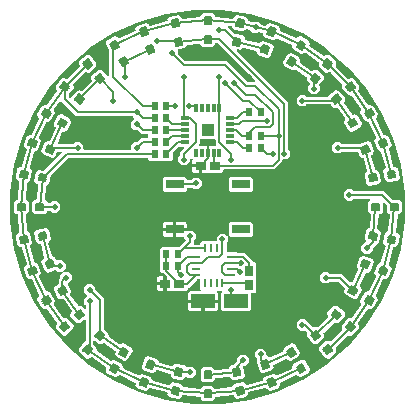
<source format=gbr>
G04 EAGLE Gerber RS-274X export*
G75*
%MOMM*%
%FSLAX34Y34*%
%LPD*%
%INTop Copper*%
%IPPOS*%
%AMOC8*
5,1,8,0,0,1.08239X$1,22.5*%
G01*
%ADD10R,0.925000X0.740000*%
%ADD11R,0.600000X0.700000*%
%ADD12R,1.000000X1.000000*%
%ADD13R,0.300000X0.650000*%
%ADD14R,0.650000X0.300000*%
%ADD15C,0.175000*%
%ADD16R,0.772800X0.270000*%
%ADD17R,0.270000X0.772800*%
%ADD18R,2.000000X1.200000*%
%ADD19R,0.740000X0.925000*%
%ADD20R,1.524000X0.762000*%
%ADD21C,0.152400*%
%ADD22P,0.487075X8X22.500000*%

G36*
X181924Y2971D02*
X181924Y2971D01*
X182000Y2973D01*
X205543Y6358D01*
X205574Y6368D01*
X205649Y6381D01*
X228469Y13082D01*
X228499Y13096D01*
X228571Y13120D01*
X250206Y23000D01*
X250233Y23018D01*
X250301Y23052D01*
X270310Y35911D01*
X270334Y35933D01*
X270397Y35976D01*
X288372Y51551D01*
X288393Y51577D01*
X288449Y51628D01*
X304024Y69603D01*
X304041Y69631D01*
X304089Y69690D01*
X316948Y89699D01*
X316961Y89729D01*
X317000Y89794D01*
X326880Y111429D01*
X326889Y111460D01*
X326918Y111531D01*
X333619Y134351D01*
X333623Y134384D01*
X333642Y134457D01*
X337027Y158000D01*
X337026Y158028D01*
X337034Y158081D01*
X337459Y169973D01*
X337456Y169993D01*
X337459Y170027D01*
X337034Y181919D01*
X337029Y181947D01*
X337027Y182000D01*
X333642Y205543D01*
X333632Y205574D01*
X333619Y205649D01*
X326918Y228469D01*
X326904Y228499D01*
X326880Y228571D01*
X317000Y250206D01*
X316982Y250233D01*
X316948Y250301D01*
X304089Y270310D01*
X304067Y270334D01*
X304024Y270397D01*
X288449Y288372D01*
X288423Y288393D01*
X288372Y288449D01*
X270397Y304024D01*
X270369Y304041D01*
X270310Y304089D01*
X250301Y316948D01*
X250271Y316961D01*
X250206Y317000D01*
X228571Y326880D01*
X228540Y326889D01*
X228469Y326918D01*
X205649Y333619D01*
X205616Y333623D01*
X205543Y333642D01*
X182000Y337027D01*
X181968Y337026D01*
X181892Y337035D01*
X158108Y337035D01*
X158076Y337029D01*
X158000Y337027D01*
X134457Y333642D01*
X134426Y333632D01*
X134351Y333619D01*
X111531Y326918D01*
X111501Y326904D01*
X111429Y326880D01*
X89794Y317000D01*
X89767Y316982D01*
X89699Y316948D01*
X69690Y304089D01*
X69666Y304067D01*
X69603Y304024D01*
X51628Y288449D01*
X51607Y288424D01*
X51551Y288372D01*
X35976Y270397D01*
X35959Y270369D01*
X35911Y270310D01*
X23052Y250301D01*
X23039Y250271D01*
X23000Y250206D01*
X13120Y228571D01*
X13111Y228540D01*
X13082Y228469D01*
X6381Y205649D01*
X6377Y205616D01*
X6358Y205543D01*
X2973Y182000D01*
X2974Y181972D01*
X2966Y181919D01*
X2541Y170027D01*
X2543Y170017D01*
X2541Y170000D01*
X2542Y169989D01*
X2541Y169973D01*
X2966Y158081D01*
X2971Y158053D01*
X2973Y158000D01*
X6358Y134457D01*
X6368Y134426D01*
X6381Y134351D01*
X13082Y111531D01*
X13096Y111501D01*
X13120Y111429D01*
X23000Y89794D01*
X23018Y89767D01*
X23052Y89699D01*
X35911Y69690D01*
X35933Y69666D01*
X35976Y69603D01*
X51551Y51628D01*
X51576Y51607D01*
X51628Y51551D01*
X69603Y35976D01*
X69631Y35959D01*
X69690Y35911D01*
X89699Y23052D01*
X89729Y23039D01*
X89794Y23000D01*
X111429Y13120D01*
X111460Y13111D01*
X111531Y13082D01*
X134351Y6381D01*
X134384Y6377D01*
X134457Y6358D01*
X158000Y2973D01*
X158032Y2974D01*
X158108Y2965D01*
X181892Y2965D01*
X181924Y2971D01*
G37*
%LPC*%
G36*
X46696Y61263D02*
X46696Y61263D01*
X41503Y67452D01*
X41750Y70271D01*
X42413Y70827D01*
X42484Y70911D01*
X42558Y70991D01*
X42564Y71004D01*
X42573Y71014D01*
X42614Y71116D01*
X42659Y71216D01*
X42660Y71229D01*
X42666Y71242D01*
X42672Y71352D01*
X42683Y71460D01*
X42680Y71474D01*
X42681Y71487D01*
X42652Y71593D01*
X42627Y71700D01*
X42619Y71715D01*
X42617Y71725D01*
X42601Y71749D01*
X42547Y71847D01*
X34175Y83804D01*
X34098Y83882D01*
X34024Y83963D01*
X34013Y83970D01*
X34003Y83980D01*
X33906Y84030D01*
X33810Y84083D01*
X33796Y84086D01*
X33784Y84092D01*
X33676Y84108D01*
X33568Y84128D01*
X33554Y84126D01*
X33541Y84128D01*
X33433Y84109D01*
X33324Y84094D01*
X33309Y84087D01*
X33299Y84085D01*
X33274Y84072D01*
X33171Y84026D01*
X32421Y83594D01*
X29688Y84326D01*
X25648Y91323D01*
X26380Y94056D01*
X27130Y94489D01*
X27215Y94559D01*
X27302Y94625D01*
X27310Y94636D01*
X27320Y94645D01*
X27379Y94738D01*
X27440Y94829D01*
X27444Y94842D01*
X27451Y94853D01*
X27477Y94961D01*
X27506Y95066D01*
X27505Y95079D01*
X27508Y95092D01*
X27499Y95202D01*
X27493Y95311D01*
X27488Y95327D01*
X27487Y95337D01*
X27475Y95364D01*
X27439Y95470D01*
X21270Y108699D01*
X21209Y108790D01*
X21150Y108882D01*
X21140Y108891D01*
X21132Y108902D01*
X21045Y108968D01*
X20959Y109038D01*
X20947Y109042D01*
X20936Y109051D01*
X20832Y109085D01*
X20729Y109124D01*
X20715Y109124D01*
X20702Y109129D01*
X20593Y109129D01*
X20483Y109132D01*
X20467Y109128D01*
X20457Y109128D01*
X20430Y109119D01*
X20320Y109093D01*
X19507Y108797D01*
X16942Y109993D01*
X14179Y117585D01*
X15375Y120149D01*
X16188Y120446D01*
X16284Y120499D01*
X16381Y120549D01*
X16391Y120559D01*
X16403Y120566D01*
X16476Y120647D01*
X16553Y120726D01*
X16558Y120738D01*
X16568Y120748D01*
X16612Y120849D01*
X16659Y120948D01*
X16660Y120961D01*
X16666Y120974D01*
X16675Y121083D01*
X16688Y121192D01*
X16686Y121208D01*
X16687Y121219D01*
X16680Y121247D01*
X16663Y121358D01*
X12885Y135457D01*
X12840Y135557D01*
X12799Y135659D01*
X12790Y135669D01*
X12784Y135681D01*
X12710Y135761D01*
X12638Y135845D01*
X12626Y135852D01*
X12617Y135862D01*
X12521Y135914D01*
X12426Y135970D01*
X12413Y135972D01*
X12401Y135979D01*
X12292Y135998D01*
X12185Y136021D01*
X12169Y136020D01*
X12158Y136021D01*
X12130Y136017D01*
X12018Y136010D01*
X11166Y135860D01*
X8848Y137483D01*
X7445Y145439D01*
X9068Y147757D01*
X9920Y147908D01*
X10024Y147944D01*
X10128Y147976D01*
X10139Y147984D01*
X10152Y147989D01*
X10239Y148056D01*
X10328Y148121D01*
X10336Y148132D01*
X10346Y148140D01*
X10407Y148231D01*
X10471Y148321D01*
X10475Y148334D01*
X10482Y148345D01*
X10510Y148451D01*
X10542Y148556D01*
X10543Y148572D01*
X10545Y148583D01*
X10544Y148611D01*
X10546Y148724D01*
X9274Y163264D01*
X9247Y163370D01*
X9224Y163478D01*
X9217Y163490D01*
X9213Y163503D01*
X9154Y163595D01*
X9097Y163689D01*
X9087Y163698D01*
X9080Y163709D01*
X8994Y163777D01*
X8911Y163849D01*
X8898Y163854D01*
X8887Y163862D01*
X8784Y163900D01*
X8682Y163941D01*
X8666Y163943D01*
X8656Y163946D01*
X8627Y163947D01*
X8516Y163959D01*
X7650Y163959D01*
X5649Y165960D01*
X5649Y174040D01*
X7650Y176041D01*
X8516Y176041D01*
X8624Y176058D01*
X8733Y176072D01*
X8745Y176078D01*
X8758Y176080D01*
X8855Y176132D01*
X8954Y176180D01*
X8964Y176189D01*
X8976Y176196D01*
X9051Y176275D01*
X9130Y176352D01*
X9136Y176364D01*
X9145Y176374D01*
X9191Y176473D01*
X9241Y176571D01*
X9244Y176587D01*
X9249Y176597D01*
X9252Y176625D01*
X9274Y176736D01*
X10546Y191276D01*
X10538Y191386D01*
X10534Y191495D01*
X10529Y191508D01*
X10528Y191522D01*
X10485Y191623D01*
X10446Y191725D01*
X10437Y191736D01*
X10432Y191748D01*
X10359Y191831D01*
X10290Y191915D01*
X10278Y191922D01*
X10269Y191932D01*
X10174Y191987D01*
X10081Y192045D01*
X10065Y192050D01*
X10056Y192055D01*
X10028Y192061D01*
X9920Y192092D01*
X9068Y192243D01*
X7445Y194560D01*
X8848Y202517D01*
X11166Y204140D01*
X12018Y203990D01*
X12128Y203989D01*
X12237Y203984D01*
X12250Y203987D01*
X12264Y203987D01*
X12368Y204021D01*
X12474Y204051D01*
X12485Y204059D01*
X12498Y204063D01*
X12586Y204128D01*
X12677Y204190D01*
X12685Y204201D01*
X12696Y204209D01*
X12758Y204299D01*
X12824Y204387D01*
X12830Y204402D01*
X12837Y204411D01*
X12845Y204438D01*
X12885Y204543D01*
X16663Y218642D01*
X16674Y218751D01*
X16689Y218860D01*
X16686Y218873D01*
X16688Y218887D01*
X16663Y218993D01*
X16642Y219101D01*
X16636Y219113D01*
X16633Y219127D01*
X16576Y219220D01*
X16521Y219316D01*
X16511Y219325D01*
X16504Y219336D01*
X16420Y219407D01*
X16339Y219480D01*
X16324Y219487D01*
X16316Y219494D01*
X16289Y219505D01*
X16188Y219554D01*
X15375Y219850D01*
X14179Y222415D01*
X16942Y230007D01*
X19507Y231203D01*
X20320Y230907D01*
X20428Y230887D01*
X20535Y230863D01*
X20548Y230864D01*
X20562Y230862D01*
X20671Y230877D01*
X20780Y230888D01*
X20792Y230894D01*
X20806Y230895D01*
X20904Y230945D01*
X21004Y230990D01*
X21013Y230999D01*
X21026Y231005D01*
X21103Y231083D01*
X21183Y231158D01*
X21192Y231172D01*
X21199Y231179D01*
X21212Y231205D01*
X21270Y231301D01*
X27439Y244530D01*
X27469Y244635D01*
X27502Y244740D01*
X27502Y244754D01*
X27506Y244767D01*
X27500Y244876D01*
X27499Y244986D01*
X27494Y244999D01*
X27493Y245012D01*
X27453Y245114D01*
X27417Y245218D01*
X27408Y245228D01*
X27403Y245241D01*
X27333Y245325D01*
X27265Y245411D01*
X27252Y245421D01*
X27245Y245429D01*
X27220Y245444D01*
X27130Y245511D01*
X26380Y245944D01*
X25648Y248677D01*
X29688Y255674D01*
X32421Y256406D01*
X33171Y255974D01*
X33273Y255935D01*
X33374Y255892D01*
X33388Y255892D01*
X33401Y255887D01*
X33511Y255883D01*
X33620Y255875D01*
X33633Y255878D01*
X33646Y255878D01*
X33752Y255909D01*
X33858Y255936D01*
X33869Y255944D01*
X33882Y255947D01*
X33972Y256011D01*
X34064Y256070D01*
X34075Y256083D01*
X34084Y256089D01*
X34101Y256112D01*
X34175Y256196D01*
X42547Y268153D01*
X42594Y268251D01*
X42645Y268349D01*
X42648Y268362D01*
X42653Y268374D01*
X42667Y268483D01*
X42684Y268592D01*
X42682Y268605D01*
X42684Y268618D01*
X42662Y268726D01*
X42644Y268834D01*
X42638Y268846D01*
X42635Y268860D01*
X42580Y268955D01*
X42528Y269051D01*
X42517Y269063D01*
X42512Y269072D01*
X42490Y269091D01*
X42413Y269173D01*
X41750Y269729D01*
X41503Y272548D01*
X46696Y278737D01*
X49515Y278984D01*
X50178Y278427D01*
X50273Y278371D01*
X50365Y278312D01*
X50378Y278309D01*
X50390Y278302D01*
X50497Y278279D01*
X50603Y278252D01*
X50617Y278253D01*
X50630Y278250D01*
X50740Y278263D01*
X50849Y278271D01*
X50861Y278277D01*
X50875Y278278D01*
X50975Y278325D01*
X51075Y278368D01*
X51088Y278378D01*
X51098Y278382D01*
X51118Y278402D01*
X51206Y278472D01*
X61528Y288794D01*
X61591Y288883D01*
X61659Y288970D01*
X61663Y288983D01*
X61671Y288994D01*
X61703Y289098D01*
X61739Y289202D01*
X61740Y289216D01*
X61744Y289229D01*
X61741Y289339D01*
X61742Y289448D01*
X61737Y289461D01*
X61737Y289475D01*
X61699Y289578D01*
X61665Y289682D01*
X61656Y289696D01*
X61653Y289706D01*
X61635Y289728D01*
X61572Y289822D01*
X61016Y290485D01*
X61263Y293304D01*
X67452Y298497D01*
X70271Y298250D01*
X75863Y291586D01*
X75617Y288767D01*
X69427Y283574D01*
X66306Y283847D01*
X66305Y283847D01*
X66304Y283847D01*
X66187Y283838D01*
X66061Y283828D01*
X66060Y283828D01*
X66059Y283828D01*
X65956Y283784D01*
X65834Y283733D01*
X65834Y283732D01*
X65833Y283731D01*
X65702Y283627D01*
X56373Y274298D01*
X56373Y274297D01*
X56372Y274297D01*
X56299Y274194D01*
X56230Y274099D01*
X56230Y274098D01*
X56229Y274097D01*
X56192Y273977D01*
X56157Y273863D01*
X56157Y273862D01*
X56157Y273861D01*
X56153Y273694D01*
X56426Y270573D01*
X52445Y265829D01*
X52416Y265779D01*
X52378Y265734D01*
X52353Y265673D01*
X52320Y265617D01*
X52308Y265560D01*
X52286Y265506D01*
X52275Y265408D01*
X52268Y265377D01*
X52270Y265362D01*
X52267Y265339D01*
X52267Y262719D01*
X52282Y262629D01*
X52289Y262538D01*
X52302Y262508D01*
X52307Y262476D01*
X52350Y262396D01*
X52385Y262312D01*
X52411Y262279D01*
X52422Y262259D01*
X52445Y262236D01*
X52490Y262181D01*
X52555Y262116D01*
X52598Y262084D01*
X52635Y262046D01*
X52698Y262013D01*
X52755Y261972D01*
X52806Y261956D01*
X52853Y261932D01*
X52923Y261920D01*
X52990Y261900D01*
X53043Y261901D01*
X53096Y261892D01*
X53165Y261904D01*
X53236Y261906D01*
X53286Y261924D01*
X53338Y261933D01*
X53401Y261966D01*
X53467Y261990D01*
X53508Y262024D01*
X53555Y262049D01*
X53637Y262126D01*
X53659Y262144D01*
X53665Y262153D01*
X53677Y262164D01*
X58953Y268453D01*
X61772Y268699D01*
X62435Y268143D01*
X62529Y268087D01*
X62622Y268028D01*
X62635Y268024D01*
X62647Y268017D01*
X62754Y267994D01*
X62860Y267968D01*
X62874Y267969D01*
X62887Y267966D01*
X62997Y267978D01*
X63105Y267987D01*
X63118Y267992D01*
X63131Y267993D01*
X63231Y268040D01*
X63332Y268083D01*
X63345Y268093D01*
X63354Y268098D01*
X63375Y268118D01*
X63463Y268188D01*
X71812Y276537D01*
X71876Y276626D01*
X71943Y276713D01*
X71948Y276726D01*
X71956Y276737D01*
X71988Y276841D01*
X72024Y276946D01*
X72024Y276959D01*
X72028Y276972D01*
X72025Y277082D01*
X72026Y277191D01*
X72022Y277204D01*
X72022Y277218D01*
X71984Y277321D01*
X71950Y277425D01*
X71941Y277439D01*
X71937Y277449D01*
X71919Y277471D01*
X71857Y277565D01*
X71301Y278228D01*
X71547Y281047D01*
X77737Y286240D01*
X80556Y285994D01*
X85353Y280277D01*
X85432Y280209D01*
X85508Y280137D01*
X85525Y280129D01*
X85539Y280116D01*
X85636Y280077D01*
X85731Y280033D01*
X85750Y280031D01*
X85767Y280024D01*
X85872Y280017D01*
X85975Y280006D01*
X85994Y280010D01*
X86013Y280009D01*
X86114Y280036D01*
X86216Y280058D01*
X86232Y280068D01*
X86250Y280073D01*
X86337Y280131D01*
X86427Y280184D01*
X86439Y280199D01*
X86455Y280209D01*
X86519Y280292D01*
X86587Y280371D01*
X86594Y280389D01*
X86605Y280404D01*
X86640Y280502D01*
X86679Y280599D01*
X86681Y280622D01*
X86686Y280636D01*
X86686Y280668D01*
X86697Y280766D01*
X86697Y301999D01*
X86679Y302112D01*
X86663Y302226D01*
X86659Y302236D01*
X86658Y302242D01*
X86647Y302262D01*
X86595Y302380D01*
X83594Y307579D01*
X84326Y310312D01*
X91323Y314352D01*
X94057Y313620D01*
X94489Y312870D01*
X94559Y312785D01*
X94625Y312698D01*
X94636Y312690D01*
X94645Y312680D01*
X94738Y312621D01*
X94829Y312560D01*
X94842Y312556D01*
X94853Y312549D01*
X94960Y312523D01*
X95066Y312494D01*
X95079Y312495D01*
X95093Y312492D01*
X95202Y312501D01*
X95311Y312507D01*
X95327Y312512D01*
X95338Y312513D01*
X95364Y312525D01*
X95470Y312561D01*
X108699Y318729D01*
X108790Y318791D01*
X108882Y318850D01*
X108891Y318860D01*
X108902Y318868D01*
X108968Y318956D01*
X109038Y319041D01*
X109042Y319053D01*
X109051Y319064D01*
X109086Y319168D01*
X109124Y319271D01*
X109124Y319285D01*
X109129Y319297D01*
X109129Y319407D01*
X109132Y319517D01*
X109128Y319533D01*
X109128Y319543D01*
X109119Y319570D01*
X109093Y319680D01*
X108797Y320493D01*
X109993Y323058D01*
X117585Y325821D01*
X120149Y324625D01*
X120445Y323812D01*
X120499Y323716D01*
X120549Y323619D01*
X120559Y323609D01*
X120566Y323597D01*
X120647Y323524D01*
X120726Y323447D01*
X120738Y323441D01*
X120748Y323432D01*
X120849Y323389D01*
X120948Y323341D01*
X120961Y323340D01*
X120974Y323334D01*
X121083Y323325D01*
X121192Y323312D01*
X121208Y323314D01*
X121219Y323313D01*
X121247Y323320D01*
X121358Y323337D01*
X135457Y327115D01*
X135557Y327160D01*
X135659Y327201D01*
X135669Y327210D01*
X135681Y327216D01*
X135761Y327290D01*
X135845Y327362D01*
X135852Y327374D01*
X135862Y327383D01*
X135914Y327480D01*
X135970Y327574D01*
X135972Y327587D01*
X135979Y327599D01*
X135998Y327708D01*
X136021Y327815D01*
X136020Y327831D01*
X136021Y327842D01*
X136017Y327870D01*
X136010Y327982D01*
X135860Y328834D01*
X137483Y331152D01*
X145439Y332555D01*
X147757Y330932D01*
X147908Y330080D01*
X147944Y329977D01*
X147976Y329872D01*
X147984Y329861D01*
X147989Y329848D01*
X148056Y329761D01*
X148121Y329672D01*
X148132Y329664D01*
X148140Y329654D01*
X148231Y329593D01*
X148321Y329529D01*
X148334Y329525D01*
X148345Y329518D01*
X148451Y329490D01*
X148556Y329458D01*
X148572Y329457D01*
X148583Y329455D01*
X148611Y329456D01*
X148724Y329454D01*
X163264Y330726D01*
X163370Y330753D01*
X163478Y330776D01*
X163490Y330783D01*
X163503Y330787D01*
X163595Y330846D01*
X163689Y330903D01*
X163698Y330913D01*
X163709Y330920D01*
X163777Y331006D01*
X163849Y331089D01*
X163854Y331102D01*
X163862Y331113D01*
X163900Y331216D01*
X163941Y331318D01*
X163943Y331334D01*
X163946Y331344D01*
X163947Y331373D01*
X163959Y331484D01*
X163959Y332350D01*
X165960Y334351D01*
X174040Y334351D01*
X176041Y332350D01*
X176041Y331484D01*
X176058Y331376D01*
X176072Y331267D01*
X176078Y331255D01*
X176080Y331242D01*
X176132Y331145D01*
X176180Y331046D01*
X176189Y331036D01*
X176196Y331024D01*
X176275Y330949D01*
X176352Y330870D01*
X176364Y330864D01*
X176374Y330855D01*
X176473Y330809D01*
X176571Y330759D01*
X176587Y330756D01*
X176597Y330751D01*
X176625Y330748D01*
X176736Y330726D01*
X191276Y329454D01*
X191386Y329462D01*
X191495Y329466D01*
X191508Y329471D01*
X191522Y329472D01*
X191623Y329515D01*
X191725Y329554D01*
X191736Y329563D01*
X191748Y329568D01*
X191831Y329641D01*
X191915Y329710D01*
X191922Y329722D01*
X191932Y329731D01*
X191987Y329826D01*
X192045Y329919D01*
X192050Y329935D01*
X192055Y329944D01*
X192061Y329972D01*
X192092Y330080D01*
X192243Y330932D01*
X194560Y332555D01*
X202517Y331152D01*
X204140Y328834D01*
X203990Y327982D01*
X203989Y327872D01*
X203984Y327763D01*
X203987Y327750D01*
X203987Y327736D01*
X204021Y327631D01*
X204051Y327526D01*
X204058Y327515D01*
X204063Y327502D01*
X204128Y327414D01*
X204190Y327323D01*
X204201Y327315D01*
X204209Y327304D01*
X204299Y327241D01*
X204387Y327176D01*
X204402Y327170D01*
X204411Y327163D01*
X204438Y327155D01*
X204543Y327115D01*
X207487Y326326D01*
X207554Y326319D01*
X207620Y326302D01*
X207676Y326307D01*
X207732Y326301D01*
X207798Y326316D01*
X207865Y326322D01*
X207917Y326344D01*
X207972Y326356D01*
X208029Y326391D01*
X208091Y326418D01*
X208153Y326467D01*
X208181Y326485D01*
X208195Y326501D01*
X208222Y326523D01*
X208574Y326874D01*
X212543Y326874D01*
X214998Y324419D01*
X215090Y324352D01*
X215124Y324323D01*
X215135Y324319D01*
X215183Y324283D01*
X215193Y324279D01*
X215198Y324275D01*
X215219Y324269D01*
X215339Y324222D01*
X218642Y323337D01*
X218751Y323326D01*
X218860Y323311D01*
X218873Y323314D01*
X218887Y323312D01*
X218994Y323337D01*
X219102Y323358D01*
X219113Y323364D01*
X219127Y323367D01*
X219221Y323425D01*
X219316Y323479D01*
X219325Y323489D01*
X219336Y323496D01*
X219407Y323580D01*
X219480Y323661D01*
X219487Y323676D01*
X219494Y323684D01*
X219505Y323711D01*
X219554Y323812D01*
X219850Y324625D01*
X222415Y325821D01*
X230007Y323058D01*
X231203Y320493D01*
X230907Y319680D01*
X230887Y319572D01*
X230863Y319465D01*
X230864Y319452D01*
X230862Y319438D01*
X230877Y319329D01*
X230888Y319220D01*
X230894Y319208D01*
X230895Y319194D01*
X230945Y319096D01*
X230990Y318996D01*
X230999Y318987D01*
X231005Y318974D01*
X231083Y318897D01*
X231158Y318817D01*
X231172Y318808D01*
X231179Y318801D01*
X231205Y318788D01*
X231301Y318729D01*
X244530Y312561D01*
X244635Y312531D01*
X244740Y312498D01*
X244754Y312498D01*
X244767Y312494D01*
X244876Y312500D01*
X244986Y312501D01*
X244999Y312506D01*
X245012Y312507D01*
X245114Y312547D01*
X245218Y312583D01*
X245228Y312592D01*
X245241Y312597D01*
X245325Y312667D01*
X245411Y312735D01*
X245421Y312748D01*
X245429Y312755D01*
X245444Y312780D01*
X245511Y312870D01*
X245944Y313620D01*
X248677Y314352D01*
X255674Y310312D01*
X256406Y307579D01*
X255974Y306829D01*
X255935Y306727D01*
X255892Y306626D01*
X255892Y306612D01*
X255887Y306599D01*
X255883Y306489D01*
X255875Y306380D01*
X255878Y306367D01*
X255878Y306354D01*
X255909Y306248D01*
X255936Y306142D01*
X255944Y306131D01*
X255947Y306118D01*
X256011Y306028D01*
X256070Y305936D01*
X256083Y305925D01*
X256089Y305916D01*
X256112Y305899D01*
X256196Y305825D01*
X268153Y297453D01*
X268251Y297406D01*
X268349Y297355D01*
X268362Y297352D01*
X268374Y297347D01*
X268483Y297333D01*
X268592Y297316D01*
X268605Y297318D01*
X268618Y297316D01*
X268726Y297338D01*
X268834Y297356D01*
X268846Y297362D01*
X268860Y297365D01*
X268955Y297420D01*
X269051Y297472D01*
X269063Y297483D01*
X269072Y297488D01*
X269091Y297510D01*
X269173Y297587D01*
X269729Y298250D01*
X272548Y298497D01*
X278737Y293304D01*
X278984Y290485D01*
X278427Y289822D01*
X278372Y289727D01*
X278312Y289635D01*
X278309Y289622D01*
X278302Y289610D01*
X278279Y289503D01*
X278252Y289397D01*
X278253Y289383D01*
X278250Y289370D01*
X278263Y289260D01*
X278271Y289151D01*
X278277Y289139D01*
X278278Y289125D01*
X278325Y289025D01*
X278368Y288925D01*
X278378Y288912D01*
X278382Y288903D01*
X278402Y288882D01*
X278472Y288794D01*
X288794Y278472D01*
X288883Y278408D01*
X288970Y278341D01*
X288983Y278337D01*
X288994Y278329D01*
X289098Y278297D01*
X289202Y278261D01*
X289216Y278260D01*
X289229Y278256D01*
X289339Y278259D01*
X289448Y278258D01*
X289461Y278262D01*
X289475Y278263D01*
X289578Y278301D01*
X289682Y278334D01*
X289696Y278344D01*
X289706Y278347D01*
X289728Y278365D01*
X289822Y278427D01*
X290485Y278984D01*
X293304Y278737D01*
X298497Y272548D01*
X298250Y269729D01*
X297587Y269173D01*
X297516Y269089D01*
X297441Y269009D01*
X297436Y268996D01*
X297427Y268986D01*
X297386Y268885D01*
X297341Y268784D01*
X297340Y268771D01*
X297334Y268758D01*
X297328Y268649D01*
X297317Y268540D01*
X297320Y268526D01*
X297319Y268513D01*
X297348Y268407D01*
X297373Y268300D01*
X297381Y268285D01*
X297383Y268275D01*
X297399Y268252D01*
X297453Y268153D01*
X305825Y256196D01*
X305902Y256118D01*
X305976Y256037D01*
X305987Y256030D01*
X305997Y256020D01*
X306094Y255970D01*
X306190Y255917D01*
X306204Y255914D01*
X306216Y255908D01*
X306324Y255892D01*
X306432Y255872D01*
X306446Y255874D01*
X306459Y255872D01*
X306567Y255891D01*
X306676Y255906D01*
X306691Y255913D01*
X306701Y255915D01*
X306726Y255928D01*
X306829Y255974D01*
X307579Y256406D01*
X310312Y255674D01*
X314352Y248677D01*
X313620Y245944D01*
X312870Y245511D01*
X312785Y245441D01*
X312698Y245375D01*
X312690Y245364D01*
X312680Y245355D01*
X312621Y245262D01*
X312560Y245171D01*
X312556Y245158D01*
X312549Y245147D01*
X312523Y245039D01*
X312494Y244934D01*
X312495Y244921D01*
X312492Y244908D01*
X312501Y244798D01*
X312507Y244689D01*
X312512Y244673D01*
X312513Y244663D01*
X312525Y244636D01*
X312561Y244530D01*
X318729Y231301D01*
X318791Y231210D01*
X318850Y231118D01*
X318860Y231109D01*
X318868Y231098D01*
X318955Y231032D01*
X319041Y230962D01*
X319053Y230958D01*
X319064Y230949D01*
X319168Y230914D01*
X319271Y230876D01*
X319285Y230876D01*
X319297Y230871D01*
X319407Y230871D01*
X319517Y230868D01*
X319533Y230872D01*
X319543Y230872D01*
X319570Y230881D01*
X319680Y230907D01*
X320493Y231203D01*
X323058Y230007D01*
X325821Y222415D01*
X324625Y219850D01*
X323812Y219554D01*
X323716Y219501D01*
X323619Y219451D01*
X323609Y219441D01*
X323597Y219434D01*
X323524Y219353D01*
X323447Y219274D01*
X323442Y219262D01*
X323432Y219252D01*
X323388Y219151D01*
X323341Y219052D01*
X323340Y219039D01*
X323334Y219026D01*
X323325Y218917D01*
X323312Y218808D01*
X323314Y218792D01*
X323313Y218781D01*
X323320Y218753D01*
X323337Y218642D01*
X327115Y204543D01*
X327160Y204443D01*
X327201Y204341D01*
X327210Y204331D01*
X327216Y204319D01*
X327290Y204239D01*
X327362Y204155D01*
X327374Y204148D01*
X327383Y204138D01*
X327480Y204086D01*
X327574Y204030D01*
X327587Y204028D01*
X327599Y204021D01*
X327708Y204002D01*
X327815Y203979D01*
X327831Y203980D01*
X327842Y203979D01*
X327870Y203983D01*
X327982Y203990D01*
X328834Y204140D01*
X331152Y202517D01*
X332555Y194560D01*
X330932Y192243D01*
X322365Y190732D01*
X320047Y192355D01*
X318644Y200312D01*
X320441Y202878D01*
X320441Y202879D01*
X320442Y202880D01*
X320495Y202992D01*
X320547Y203100D01*
X320547Y203101D01*
X320548Y203102D01*
X320563Y203226D01*
X320578Y203344D01*
X320578Y203345D01*
X320578Y203346D01*
X320552Y203512D01*
X317138Y216254D01*
X317138Y216255D01*
X317138Y216256D01*
X317089Y216364D01*
X317037Y216478D01*
X317036Y216479D01*
X317036Y216480D01*
X316949Y216573D01*
X316870Y216658D01*
X316869Y216659D01*
X316868Y216660D01*
X316725Y216747D01*
X313886Y218071D01*
X311122Y225663D01*
X312446Y228503D01*
X312446Y228504D01*
X312447Y228504D01*
X312478Y228615D01*
X312513Y228739D01*
X312513Y228740D01*
X312513Y228741D01*
X312507Y228858D01*
X312500Y228985D01*
X312500Y228986D01*
X312500Y228987D01*
X312446Y229146D01*
X306871Y241102D01*
X306870Y241103D01*
X306870Y241104D01*
X306805Y241199D01*
X306732Y241305D01*
X306732Y241306D01*
X306731Y241306D01*
X306632Y241381D01*
X306536Y241453D01*
X306535Y241454D01*
X306534Y241454D01*
X306378Y241515D01*
X303352Y242326D01*
X299312Y249323D01*
X300123Y252349D01*
X300123Y252350D01*
X300124Y252351D01*
X300135Y252472D01*
X300148Y252594D01*
X300147Y252595D01*
X300148Y252596D01*
X300120Y252716D01*
X300093Y252834D01*
X300092Y252835D01*
X300092Y252836D01*
X300011Y252983D01*
X292445Y263789D01*
X292444Y263789D01*
X292444Y263790D01*
X292362Y263874D01*
X292273Y263965D01*
X292272Y263965D01*
X292272Y263966D01*
X292164Y264021D01*
X292054Y264077D01*
X292053Y264077D01*
X292052Y264077D01*
X291888Y264110D01*
X288767Y264383D01*
X283574Y270573D01*
X283847Y273694D01*
X283847Y273695D01*
X283847Y273696D01*
X283838Y273813D01*
X283828Y273939D01*
X283828Y273940D01*
X283828Y273941D01*
X283784Y274044D01*
X283733Y274166D01*
X283732Y274166D01*
X283731Y274167D01*
X283627Y274298D01*
X274298Y283627D01*
X274297Y283627D01*
X274297Y283628D01*
X274194Y283701D01*
X274098Y283770D01*
X274097Y283771D01*
X273978Y283807D01*
X273863Y283843D01*
X273862Y283842D01*
X273861Y283843D01*
X273694Y283847D01*
X270573Y283574D01*
X264383Y288767D01*
X264110Y291888D01*
X264110Y291889D01*
X264110Y291890D01*
X264080Y292006D01*
X264050Y292126D01*
X264049Y292127D01*
X264049Y292128D01*
X263982Y292230D01*
X263916Y292333D01*
X263915Y292333D01*
X263915Y292334D01*
X263789Y292445D01*
X252983Y300011D01*
X252982Y300012D01*
X252981Y300013D01*
X252871Y300065D01*
X252761Y300118D01*
X252760Y300118D01*
X252759Y300119D01*
X252635Y300134D01*
X252517Y300149D01*
X252516Y300148D01*
X252515Y300149D01*
X252349Y300123D01*
X249323Y299312D01*
X242326Y303352D01*
X241515Y306378D01*
X241515Y306379D01*
X241515Y306380D01*
X241465Y306490D01*
X241414Y306602D01*
X241413Y306603D01*
X241413Y306604D01*
X241329Y306694D01*
X241247Y306783D01*
X241246Y306783D01*
X241245Y306784D01*
X241102Y306871D01*
X229146Y312446D01*
X229145Y312446D01*
X229144Y312447D01*
X229034Y312478D01*
X228909Y312513D01*
X228908Y312513D01*
X228907Y312513D01*
X228791Y312507D01*
X228663Y312500D01*
X228662Y312500D01*
X228661Y312500D01*
X228502Y312446D01*
X225663Y311122D01*
X218071Y313886D01*
X216747Y316725D01*
X216746Y316726D01*
X216746Y316727D01*
X216678Y316826D01*
X216608Y316928D01*
X216607Y316929D01*
X216510Y317002D01*
X216412Y317076D01*
X216411Y317077D01*
X216410Y317077D01*
X216254Y317138D01*
X213630Y317841D01*
X213562Y317848D01*
X213497Y317865D01*
X213441Y317860D01*
X213385Y317866D01*
X213319Y317851D01*
X213251Y317846D01*
X213200Y317824D01*
X213145Y317811D01*
X213087Y317776D01*
X213025Y317749D01*
X212963Y317700D01*
X212935Y317683D01*
X212922Y317667D01*
X212894Y317644D01*
X212543Y317293D01*
X208574Y317293D01*
X206118Y319748D01*
X206025Y319815D01*
X205933Y319884D01*
X205924Y319888D01*
X205919Y319892D01*
X205897Y319898D01*
X205777Y319945D01*
X203512Y320552D01*
X203511Y320552D01*
X203510Y320553D01*
X203383Y320565D01*
X203267Y320577D01*
X203266Y320577D01*
X203265Y320577D01*
X203146Y320549D01*
X203027Y320522D01*
X203026Y320521D01*
X203025Y320521D01*
X202878Y320441D01*
X200312Y318644D01*
X192355Y320047D01*
X190558Y322613D01*
X190557Y322614D01*
X190557Y322615D01*
X190472Y322702D01*
X190386Y322789D01*
X190385Y322789D01*
X190385Y322790D01*
X190276Y322845D01*
X190167Y322901D01*
X190166Y322901D01*
X190165Y322902D01*
X190001Y322935D01*
X187959Y323113D01*
X187855Y323105D01*
X187750Y323103D01*
X187733Y323096D01*
X187714Y323095D01*
X187618Y323054D01*
X187519Y323018D01*
X187505Y323007D01*
X187487Y322999D01*
X187409Y322930D01*
X187327Y322865D01*
X187317Y322849D01*
X187303Y322836D01*
X187251Y322746D01*
X187194Y322658D01*
X187190Y322639D01*
X187180Y322623D01*
X187160Y322521D01*
X187134Y322419D01*
X187136Y322400D01*
X187132Y322382D01*
X187145Y322278D01*
X187153Y322174D01*
X187161Y322157D01*
X187163Y322138D01*
X187209Y322043D01*
X187250Y321948D01*
X187264Y321930D01*
X187270Y321917D01*
X187293Y321894D01*
X187354Y321817D01*
X192330Y316842D01*
X192350Y316827D01*
X192366Y316807D01*
X192450Y316755D01*
X192529Y316698D01*
X192553Y316691D01*
X192575Y316677D01*
X192736Y316630D01*
X199739Y315395D01*
X201362Y313077D01*
X201212Y312225D01*
X201210Y312115D01*
X201205Y312006D01*
X201209Y311993D01*
X201209Y311979D01*
X201242Y311875D01*
X201272Y311769D01*
X201280Y311758D01*
X201284Y311745D01*
X201349Y311657D01*
X201412Y311566D01*
X201423Y311558D01*
X201431Y311547D01*
X201520Y311485D01*
X201608Y311419D01*
X201624Y311413D01*
X201632Y311407D01*
X201660Y311399D01*
X201764Y311358D01*
X213170Y308302D01*
X213279Y308291D01*
X213388Y308276D01*
X213401Y308279D01*
X213415Y308277D01*
X213522Y308302D01*
X213629Y308322D01*
X213641Y308329D01*
X213654Y308332D01*
X213748Y308390D01*
X213843Y308443D01*
X213852Y308453D01*
X213864Y308461D01*
X213935Y308545D01*
X214008Y308626D01*
X214015Y308641D01*
X214022Y308649D01*
X214032Y308676D01*
X214082Y308777D01*
X214378Y309590D01*
X216943Y310786D01*
X224535Y308022D01*
X225731Y305458D01*
X222755Y297283D01*
X220191Y296087D01*
X212599Y298850D01*
X211275Y301690D01*
X211274Y301690D01*
X211274Y301691D01*
X211206Y301790D01*
X211136Y301893D01*
X211135Y301893D01*
X211135Y301894D01*
X211038Y301967D01*
X210940Y302041D01*
X210939Y302041D01*
X210938Y302042D01*
X210782Y302103D01*
X200733Y304795D01*
X200732Y304796D01*
X200731Y304796D01*
X200605Y304808D01*
X200489Y304820D01*
X200488Y304820D01*
X200486Y304820D01*
X200368Y304792D01*
X200249Y304765D01*
X200248Y304764D01*
X200247Y304764D01*
X200100Y304684D01*
X197533Y302887D01*
X195359Y303270D01*
X195344Y303270D01*
X195330Y303275D01*
X195221Y303272D01*
X195113Y303273D01*
X195099Y303269D01*
X195084Y303268D01*
X194982Y303231D01*
X194879Y303198D01*
X194867Y303189D01*
X194853Y303184D01*
X194769Y303116D01*
X194681Y303051D01*
X194673Y303039D01*
X194661Y303030D01*
X194602Y302938D01*
X194540Y302850D01*
X194536Y302836D01*
X194528Y302823D01*
X194502Y302718D01*
X194471Y302614D01*
X194472Y302599D01*
X194468Y302585D01*
X194477Y302477D01*
X194481Y302368D01*
X194486Y302354D01*
X194487Y302340D01*
X194530Y302240D01*
X194569Y302138D01*
X194578Y302127D01*
X194584Y302113D01*
X194688Y301982D01*
X238303Y258368D01*
X238303Y218788D01*
X238317Y218698D01*
X238325Y218607D01*
X238337Y218577D01*
X238342Y218545D01*
X238385Y218464D01*
X238421Y218380D01*
X238447Y218348D01*
X238458Y218328D01*
X238481Y218305D01*
X238526Y218249D01*
X239791Y216984D01*
X239791Y213016D01*
X236984Y210209D01*
X234064Y210209D01*
X234044Y210206D01*
X234025Y210208D01*
X233923Y210186D01*
X233821Y210170D01*
X233804Y210160D01*
X233784Y210156D01*
X233695Y210103D01*
X233604Y210054D01*
X233590Y210040D01*
X233573Y210030D01*
X233506Y209951D01*
X233434Y209876D01*
X233426Y209858D01*
X233413Y209843D01*
X233374Y209747D01*
X233331Y209653D01*
X233329Y209633D01*
X233321Y209615D01*
X233303Y209448D01*
X233303Y208632D01*
X226368Y201697D01*
X183927Y201697D01*
X183907Y201694D01*
X183888Y201696D01*
X183786Y201674D01*
X183684Y201658D01*
X183667Y201648D01*
X183647Y201644D01*
X183558Y201591D01*
X183467Y201542D01*
X183453Y201528D01*
X183436Y201518D01*
X183369Y201439D01*
X183297Y201364D01*
X183289Y201346D01*
X183276Y201331D01*
X183237Y201235D01*
X183194Y201141D01*
X183192Y201121D01*
X183184Y201103D01*
X183166Y200936D01*
X183166Y200248D01*
X181677Y198759D01*
X170314Y198759D01*
X170290Y198776D01*
X170242Y198823D01*
X170191Y198847D01*
X170146Y198880D01*
X170081Y198900D01*
X170020Y198929D01*
X169964Y198936D01*
X169910Y198952D01*
X169843Y198951D01*
X169776Y198959D01*
X169697Y198947D01*
X169665Y198946D01*
X169645Y198939D01*
X169610Y198934D01*
X168959Y198759D01*
X165523Y198759D01*
X165523Y204238D01*
X165520Y204258D01*
X165522Y204277D01*
X165500Y204379D01*
X165483Y204481D01*
X165474Y204498D01*
X165470Y204518D01*
X165417Y204607D01*
X165368Y204698D01*
X165354Y204712D01*
X165344Y204729D01*
X165265Y204796D01*
X165190Y204867D01*
X165172Y204876D01*
X165157Y204889D01*
X165061Y204928D01*
X164967Y204971D01*
X164947Y204973D01*
X164929Y204981D01*
X164762Y204999D01*
X163999Y204999D01*
X163999Y205762D01*
X163996Y205782D01*
X163998Y205801D01*
X163976Y205903D01*
X163959Y206005D01*
X163950Y206022D01*
X163946Y206042D01*
X163893Y206131D01*
X163844Y206222D01*
X163830Y206236D01*
X163820Y206253D01*
X163741Y206320D01*
X163666Y206391D01*
X163648Y206400D01*
X163633Y206413D01*
X163537Y206452D01*
X163443Y206495D01*
X163423Y206497D01*
X163405Y206505D01*
X163238Y206523D01*
X156834Y206523D01*
X156834Y209034D01*
X157007Y209681D01*
X157070Y209789D01*
X157085Y209830D01*
X157109Y209867D01*
X157129Y209944D01*
X157157Y210019D01*
X157159Y210063D01*
X157169Y210105D01*
X157163Y210185D01*
X157166Y210265D01*
X157154Y210307D01*
X157150Y210351D01*
X157119Y210424D01*
X157096Y210501D01*
X157071Y210537D01*
X157054Y210577D01*
X156963Y210690D01*
X156955Y210702D01*
X156952Y210704D01*
X156949Y210708D01*
X156090Y211567D01*
X156032Y211608D01*
X155980Y211658D01*
X155933Y211680D01*
X155891Y211710D01*
X155822Y211731D01*
X155757Y211761D01*
X155705Y211767D01*
X155655Y211783D01*
X155584Y211781D01*
X155513Y211789D01*
X155462Y211777D01*
X155410Y211776D01*
X155342Y211752D01*
X155272Y211736D01*
X155228Y211710D01*
X155179Y211692D01*
X155123Y211647D01*
X155061Y211610D01*
X155027Y211571D01*
X154987Y211538D01*
X154948Y211478D01*
X154901Y211423D01*
X154882Y211375D01*
X154854Y211331D01*
X154836Y211262D01*
X154809Y211195D01*
X154801Y211124D01*
X154793Y211093D01*
X154795Y211069D01*
X154791Y211028D01*
X154791Y208016D01*
X151984Y205209D01*
X148016Y205209D01*
X145209Y208016D01*
X145209Y211984D01*
X146474Y213249D01*
X146527Y213323D01*
X146587Y213393D01*
X146599Y213423D01*
X146618Y213449D01*
X146645Y213536D01*
X146679Y213621D01*
X146683Y213662D01*
X146690Y213684D01*
X146689Y213716D01*
X146697Y213788D01*
X146697Y216368D01*
X149989Y219660D01*
X150031Y219718D01*
X150080Y219770D01*
X150102Y219817D01*
X150133Y219859D01*
X150154Y219928D01*
X150184Y219993D01*
X150190Y220045D01*
X150205Y220095D01*
X150203Y220166D01*
X150211Y220237D01*
X150200Y220288D01*
X150199Y220340D01*
X150174Y220408D01*
X150159Y220478D01*
X150132Y220523D01*
X150114Y220571D01*
X150069Y220627D01*
X150032Y220689D01*
X149993Y220723D01*
X149960Y220763D01*
X149900Y220802D01*
X149846Y220849D01*
X149797Y220868D01*
X149753Y220896D01*
X149684Y220914D01*
X149617Y220941D01*
X149546Y220949D01*
X149515Y220957D01*
X149492Y220955D01*
X149451Y220959D01*
X146696Y220959D01*
X146686Y220966D01*
X146673Y220982D01*
X146586Y221038D01*
X146502Y221098D01*
X146483Y221104D01*
X146467Y221115D01*
X146366Y221140D01*
X146267Y221171D01*
X146247Y221170D01*
X146228Y221175D01*
X146125Y221167D01*
X146021Y221164D01*
X146003Y221157D01*
X145983Y221156D01*
X145888Y221116D01*
X145790Y221080D01*
X145775Y221067D01*
X145756Y221060D01*
X145626Y220955D01*
X140764Y216093D01*
X140711Y216019D01*
X140651Y215950D01*
X140639Y215919D01*
X140620Y215893D01*
X140593Y215806D01*
X140559Y215721D01*
X140555Y215680D01*
X140548Y215658D01*
X140549Y215626D01*
X140541Y215555D01*
X140541Y210448D01*
X139052Y208959D01*
X130948Y208959D01*
X130538Y209369D01*
X130522Y209380D01*
X130510Y209396D01*
X130422Y209452D01*
X130339Y209512D01*
X130320Y209518D01*
X130303Y209529D01*
X130202Y209554D01*
X130103Y209584D01*
X130084Y209584D01*
X130064Y209589D01*
X129961Y209581D01*
X129858Y209578D01*
X129839Y209571D01*
X129819Y209570D01*
X129724Y209529D01*
X129627Y209494D01*
X129611Y209481D01*
X129593Y209473D01*
X129462Y209369D01*
X129052Y208959D01*
X120948Y208959D01*
X119459Y210448D01*
X119459Y210936D01*
X119456Y210956D01*
X119458Y210975D01*
X119436Y211077D01*
X119420Y211179D01*
X119410Y211196D01*
X119406Y211216D01*
X119353Y211305D01*
X119304Y211396D01*
X119290Y211410D01*
X119280Y211427D01*
X119201Y211494D01*
X119126Y211566D01*
X119108Y211574D01*
X119093Y211587D01*
X118997Y211626D01*
X118903Y211669D01*
X118883Y211671D01*
X118865Y211679D01*
X118698Y211697D01*
X52183Y211697D01*
X52093Y211683D01*
X52002Y211675D01*
X51972Y211663D01*
X51940Y211658D01*
X51860Y211615D01*
X51776Y211579D01*
X51744Y211553D01*
X51723Y211542D01*
X51701Y211519D01*
X51645Y211474D01*
X37156Y196986D01*
X37142Y196966D01*
X37122Y196950D01*
X37070Y196866D01*
X37013Y196786D01*
X37006Y196762D01*
X36992Y196741D01*
X36945Y196580D01*
X35710Y189577D01*
X33144Y187780D01*
X33143Y187779D01*
X33142Y187778D01*
X33055Y187693D01*
X32968Y187608D01*
X32967Y187607D01*
X32967Y187606D01*
X32911Y187496D01*
X32856Y187389D01*
X32856Y187388D01*
X32855Y187387D01*
X32822Y187222D01*
X31916Y176860D01*
X31916Y176859D01*
X31915Y176857D01*
X31925Y176736D01*
X31934Y176614D01*
X31934Y176613D01*
X31934Y176612D01*
X31978Y176509D01*
X32030Y176388D01*
X32030Y176387D01*
X32031Y176386D01*
X32136Y176255D01*
X34353Y174037D01*
X34352Y174025D01*
X34374Y173923D01*
X34390Y173821D01*
X34400Y173804D01*
X34404Y173784D01*
X34457Y173695D01*
X34506Y173604D01*
X34520Y173590D01*
X34530Y173573D01*
X34609Y173506D01*
X34684Y173434D01*
X34702Y173426D01*
X34717Y173413D01*
X34813Y173374D01*
X34907Y173331D01*
X34927Y173329D01*
X34945Y173321D01*
X35112Y173303D01*
X36736Y173303D01*
X36826Y173317D01*
X36917Y173325D01*
X36947Y173337D01*
X36979Y173342D01*
X37060Y173385D01*
X37144Y173421D01*
X37176Y173447D01*
X37196Y173458D01*
X37219Y173481D01*
X37275Y173526D01*
X38540Y174791D01*
X42508Y174791D01*
X45315Y171984D01*
X45315Y168016D01*
X42508Y165209D01*
X38540Y165209D01*
X37275Y166474D01*
X37201Y166527D01*
X37131Y166587D01*
X37101Y166599D01*
X37075Y166618D01*
X36988Y166645D01*
X36903Y166679D01*
X36862Y166683D01*
X36840Y166690D01*
X36808Y166689D01*
X36736Y166697D01*
X35112Y166697D01*
X35092Y166694D01*
X35073Y166696D01*
X34971Y166674D01*
X34869Y166658D01*
X34852Y166648D01*
X34832Y166644D01*
X34743Y166591D01*
X34652Y166542D01*
X34638Y166528D01*
X34621Y166518D01*
X34554Y166439D01*
X34482Y166364D01*
X34474Y166346D01*
X34461Y166331D01*
X34422Y166235D01*
X34379Y166141D01*
X34377Y166121D01*
X34369Y166103D01*
X34354Y165963D01*
X32350Y163959D01*
X23650Y163959D01*
X21649Y165960D01*
X21649Y174040D01*
X23650Y176041D01*
X24516Y176041D01*
X24624Y176058D01*
X24733Y176072D01*
X24745Y176078D01*
X24758Y176080D01*
X24855Y176132D01*
X24954Y176180D01*
X24964Y176189D01*
X24976Y176196D01*
X25051Y176275D01*
X25130Y176352D01*
X25136Y176364D01*
X25145Y176374D01*
X25191Y176473D01*
X25241Y176571D01*
X25244Y176587D01*
X25249Y176597D01*
X25252Y176625D01*
X25274Y176736D01*
X26303Y188498D01*
X26295Y188608D01*
X26291Y188717D01*
X26286Y188730D01*
X26285Y188743D01*
X26242Y188845D01*
X26203Y188947D01*
X26194Y188957D01*
X26189Y188970D01*
X26116Y189052D01*
X26047Y189137D01*
X26035Y189144D01*
X26026Y189154D01*
X25931Y189209D01*
X25838Y189267D01*
X25822Y189271D01*
X25813Y189277D01*
X25785Y189282D01*
X25677Y189314D01*
X24825Y189464D01*
X23202Y191782D01*
X24605Y199739D01*
X26923Y201362D01*
X31011Y200641D01*
X31046Y200641D01*
X31079Y200632D01*
X31168Y200639D01*
X31257Y200638D01*
X31290Y200649D01*
X31324Y200651D01*
X31406Y200686D01*
X31491Y200714D01*
X31519Y200734D01*
X31550Y200748D01*
X31681Y200853D01*
X46227Y215398D01*
X46268Y215456D01*
X46318Y215508D01*
X46340Y215555D01*
X46370Y215597D01*
X46391Y215666D01*
X46421Y215731D01*
X46427Y215783D01*
X46443Y215833D01*
X46441Y215904D01*
X46449Y215975D01*
X46437Y216026D01*
X46436Y216078D01*
X46412Y216146D01*
X46396Y216216D01*
X46370Y216260D01*
X46352Y216309D01*
X46307Y216365D01*
X46270Y216427D01*
X46231Y216461D01*
X46198Y216501D01*
X46138Y216540D01*
X46083Y216587D01*
X46035Y216606D01*
X45991Y216634D01*
X45922Y216652D01*
X45855Y216679D01*
X45784Y216687D01*
X45753Y216695D01*
X45729Y216693D01*
X45688Y216697D01*
X43174Y216697D01*
X43164Y216696D01*
X43154Y216697D01*
X43043Y216676D01*
X42932Y216658D01*
X42922Y216653D01*
X42912Y216651D01*
X42814Y216595D01*
X42714Y216542D01*
X42707Y216535D01*
X42698Y216530D01*
X42622Y216446D01*
X42545Y216364D01*
X42540Y216355D01*
X42533Y216347D01*
X42459Y216196D01*
X41150Y212599D01*
X38585Y211403D01*
X30410Y214378D01*
X29214Y216943D01*
X31978Y224535D01*
X34542Y225731D01*
X35355Y225435D01*
X35463Y225415D01*
X35570Y225390D01*
X35584Y225392D01*
X35597Y225389D01*
X35706Y225404D01*
X35815Y225416D01*
X35827Y225421D01*
X35841Y225423D01*
X35939Y225472D01*
X36039Y225517D01*
X36048Y225527D01*
X36061Y225533D01*
X36138Y225611D01*
X36218Y225685D01*
X36227Y225699D01*
X36234Y225707D01*
X36247Y225732D01*
X36306Y225829D01*
X41296Y236530D01*
X41325Y236635D01*
X41359Y236740D01*
X41358Y236754D01*
X41362Y236767D01*
X41357Y236876D01*
X41355Y236986D01*
X41350Y236999D01*
X41350Y237012D01*
X41310Y237114D01*
X41273Y237218D01*
X41265Y237228D01*
X41260Y237241D01*
X41189Y237325D01*
X41121Y237411D01*
X41108Y237421D01*
X41101Y237429D01*
X41077Y237444D01*
X40986Y237511D01*
X40237Y237944D01*
X39504Y240677D01*
X43544Y247674D01*
X46278Y248406D01*
X53812Y244057D01*
X54544Y241323D01*
X50504Y234326D01*
X47478Y233515D01*
X47477Y233515D01*
X47476Y233515D01*
X47368Y233466D01*
X47254Y233414D01*
X47253Y233413D01*
X47252Y233413D01*
X47165Y233332D01*
X47074Y233247D01*
X47073Y233246D01*
X47073Y233245D01*
X46985Y233102D01*
X42921Y224386D01*
X42904Y224326D01*
X42878Y224269D01*
X42871Y224208D01*
X42854Y224149D01*
X42858Y224087D01*
X42851Y224025D01*
X42864Y223965D01*
X42867Y223903D01*
X42890Y223845D01*
X42903Y223784D01*
X42934Y223731D01*
X42957Y223674D01*
X42997Y223627D01*
X43029Y223573D01*
X43076Y223533D01*
X43115Y223486D01*
X43169Y223454D01*
X43216Y223413D01*
X43273Y223390D01*
X43325Y223358D01*
X43386Y223345D01*
X43444Y223321D01*
X43533Y223311D01*
X43565Y223304D01*
X43583Y223306D01*
X43611Y223303D01*
X56212Y223303D01*
X56302Y223317D01*
X56393Y223325D01*
X56423Y223337D01*
X56455Y223342D01*
X56536Y223385D01*
X56620Y223421D01*
X56652Y223447D01*
X56672Y223458D01*
X56695Y223481D01*
X56751Y223526D01*
X58016Y224791D01*
X61984Y224791D01*
X64791Y221984D01*
X64791Y219064D01*
X64794Y219044D01*
X64792Y219025D01*
X64814Y218923D01*
X64830Y218821D01*
X64840Y218804D01*
X64844Y218784D01*
X64897Y218695D01*
X64946Y218604D01*
X64960Y218590D01*
X64970Y218573D01*
X65049Y218506D01*
X65124Y218434D01*
X65142Y218426D01*
X65157Y218413D01*
X65253Y218374D01*
X65347Y218331D01*
X65367Y218329D01*
X65385Y218321D01*
X65552Y218303D01*
X104448Y218303D01*
X104468Y218306D01*
X104487Y218304D01*
X104589Y218326D01*
X104691Y218342D01*
X104708Y218352D01*
X104728Y218356D01*
X104817Y218409D01*
X104908Y218458D01*
X104922Y218472D01*
X104939Y218482D01*
X105006Y218561D01*
X105078Y218636D01*
X105086Y218654D01*
X105099Y218669D01*
X105138Y218765D01*
X105181Y218859D01*
X105183Y218879D01*
X105191Y218897D01*
X105209Y219064D01*
X105209Y221984D01*
X108016Y224791D01*
X109805Y224791D01*
X109895Y224805D01*
X109986Y224813D01*
X110015Y224825D01*
X110047Y224830D01*
X110128Y224873D01*
X110212Y224909D01*
X110244Y224935D01*
X110265Y224946D01*
X110287Y224969D01*
X110343Y225014D01*
X113632Y228303D01*
X118698Y228303D01*
X118718Y228306D01*
X118737Y228304D01*
X118839Y228326D01*
X118941Y228342D01*
X118958Y228352D01*
X118978Y228356D01*
X119067Y228409D01*
X119158Y228458D01*
X119172Y228472D01*
X119189Y228482D01*
X119256Y228561D01*
X119328Y228636D01*
X119336Y228654D01*
X119349Y228669D01*
X119388Y228765D01*
X119431Y228859D01*
X119433Y228879D01*
X119441Y228897D01*
X119459Y229064D01*
X119459Y229588D01*
X119512Y229661D01*
X119518Y229681D01*
X119529Y229697D01*
X119554Y229798D01*
X119584Y229897D01*
X119584Y229917D01*
X119589Y229936D01*
X119581Y230039D01*
X119578Y230142D01*
X119571Y230161D01*
X119570Y230181D01*
X119529Y230276D01*
X119494Y230373D01*
X119481Y230389D01*
X119473Y230407D01*
X119459Y230425D01*
X119459Y230936D01*
X119456Y230956D01*
X119458Y230975D01*
X119436Y231077D01*
X119420Y231179D01*
X119410Y231196D01*
X119406Y231216D01*
X119353Y231305D01*
X119304Y231396D01*
X119290Y231410D01*
X119280Y231427D01*
X119201Y231494D01*
X119126Y231566D01*
X119108Y231574D01*
X119093Y231587D01*
X118997Y231626D01*
X118903Y231669D01*
X118883Y231671D01*
X118865Y231679D01*
X118698Y231697D01*
X113632Y231697D01*
X111474Y233855D01*
X110343Y234986D01*
X110269Y235039D01*
X110200Y235099D01*
X110169Y235111D01*
X110143Y235130D01*
X110056Y235157D01*
X109971Y235191D01*
X109930Y235195D01*
X109908Y235202D01*
X109876Y235201D01*
X109805Y235209D01*
X108016Y235209D01*
X105209Y238016D01*
X105209Y241984D01*
X107687Y244462D01*
X107698Y244478D01*
X107714Y244490D01*
X107770Y244578D01*
X107830Y244661D01*
X107836Y244680D01*
X107847Y244697D01*
X107872Y244798D01*
X107903Y244897D01*
X107902Y244916D01*
X107907Y244936D01*
X107899Y245039D01*
X107896Y245142D01*
X107889Y245161D01*
X107888Y245181D01*
X107847Y245276D01*
X107812Y245373D01*
X107799Y245389D01*
X107791Y245407D01*
X107687Y245538D01*
X106751Y246474D01*
X106677Y246527D01*
X106607Y246587D01*
X106577Y246599D01*
X106551Y246618D01*
X106464Y246645D01*
X106379Y246679D01*
X106338Y246683D01*
X106316Y246690D01*
X106284Y246689D01*
X106212Y246697D01*
X58632Y246697D01*
X45719Y259610D01*
X45650Y259660D01*
X45585Y259717D01*
X45550Y259731D01*
X45520Y259753D01*
X45437Y259779D01*
X45358Y259812D01*
X45321Y259815D01*
X45285Y259826D01*
X45198Y259823D01*
X45113Y259830D01*
X45076Y259820D01*
X45039Y259819D01*
X44958Y259790D01*
X44874Y259768D01*
X44843Y259748D01*
X44808Y259735D01*
X44740Y259681D01*
X44668Y259634D01*
X44636Y259598D01*
X44616Y259581D01*
X44599Y259555D01*
X44558Y259508D01*
X39988Y252983D01*
X39988Y252982D01*
X39987Y252981D01*
X39935Y252871D01*
X39882Y252761D01*
X39882Y252760D01*
X39881Y252759D01*
X39866Y252635D01*
X39851Y252517D01*
X39852Y252516D01*
X39851Y252515D01*
X39877Y252349D01*
X40688Y249323D01*
X36648Y242326D01*
X33622Y241515D01*
X33621Y241515D01*
X33620Y241515D01*
X33512Y241466D01*
X33398Y241414D01*
X33397Y241413D01*
X33396Y241413D01*
X33309Y241332D01*
X33217Y241247D01*
X33217Y241246D01*
X33216Y241245D01*
X33129Y241102D01*
X27554Y229146D01*
X27554Y229145D01*
X27553Y229144D01*
X27520Y229025D01*
X27487Y228909D01*
X27487Y228908D01*
X27487Y228907D01*
X27493Y228791D01*
X27500Y228664D01*
X27500Y228662D01*
X27500Y228661D01*
X27554Y228503D01*
X28878Y225663D01*
X26114Y218071D01*
X23275Y216747D01*
X23274Y216746D01*
X23273Y216746D01*
X23174Y216678D01*
X23072Y216608D01*
X23071Y216608D01*
X23071Y216607D01*
X22998Y216510D01*
X22924Y216412D01*
X22923Y216411D01*
X22923Y216410D01*
X22862Y216254D01*
X19448Y203512D01*
X19448Y203511D01*
X19447Y203510D01*
X19435Y203384D01*
X19423Y203267D01*
X19423Y203266D01*
X19423Y203265D01*
X19451Y203145D01*
X19478Y203027D01*
X19479Y203026D01*
X19479Y203025D01*
X19559Y202878D01*
X21356Y200312D01*
X19953Y192355D01*
X17387Y190558D01*
X17386Y190557D01*
X17385Y190557D01*
X17298Y190472D01*
X17211Y190386D01*
X17210Y190385D01*
X17153Y190272D01*
X17099Y190167D01*
X17099Y190166D01*
X17098Y190165D01*
X17065Y190001D01*
X15916Y176860D01*
X15916Y176859D01*
X15915Y176857D01*
X15925Y176736D01*
X15934Y176614D01*
X15934Y176613D01*
X15934Y176612D01*
X15978Y176509D01*
X16030Y176388D01*
X16030Y176387D01*
X16031Y176386D01*
X16136Y176255D01*
X18351Y174040D01*
X18351Y165960D01*
X16136Y163745D01*
X16135Y163744D01*
X16134Y163744D01*
X16063Y163644D01*
X15992Y163545D01*
X15992Y163544D01*
X15991Y163543D01*
X15955Y163426D01*
X15920Y163310D01*
X15920Y163309D01*
X15919Y163308D01*
X15916Y163140D01*
X17065Y149999D01*
X17066Y149998D01*
X17066Y149997D01*
X17097Y149876D01*
X17126Y149761D01*
X17127Y149760D01*
X17127Y149759D01*
X17194Y149656D01*
X17260Y149554D01*
X17261Y149554D01*
X17261Y149553D01*
X17387Y149442D01*
X19953Y147645D01*
X21356Y139688D01*
X19559Y137122D01*
X19559Y137121D01*
X19558Y137120D01*
X19503Y137005D01*
X19453Y136900D01*
X19453Y136899D01*
X19452Y136898D01*
X19437Y136774D01*
X19422Y136656D01*
X19422Y136655D01*
X19422Y136654D01*
X19448Y136488D01*
X22862Y123746D01*
X22862Y123745D01*
X22862Y123744D01*
X22913Y123632D01*
X22963Y123522D01*
X22964Y123521D01*
X22964Y123520D01*
X23048Y123430D01*
X23130Y123342D01*
X23131Y123341D01*
X23132Y123340D01*
X23275Y123253D01*
X26114Y121929D01*
X28878Y114337D01*
X27554Y111497D01*
X27554Y111496D01*
X27553Y111496D01*
X27522Y111385D01*
X27487Y111261D01*
X27487Y111260D01*
X27487Y111259D01*
X27493Y111142D01*
X27500Y111015D01*
X27500Y111014D01*
X27500Y111013D01*
X27554Y110854D01*
X33129Y98898D01*
X33130Y98897D01*
X33130Y98896D01*
X33198Y98797D01*
X33267Y98695D01*
X33268Y98694D01*
X33269Y98694D01*
X33368Y98619D01*
X33464Y98547D01*
X33465Y98546D01*
X33466Y98546D01*
X33622Y98485D01*
X36648Y97674D01*
X40688Y90677D01*
X39877Y87651D01*
X39877Y87650D01*
X39876Y87649D01*
X39865Y87528D01*
X39852Y87406D01*
X39853Y87405D01*
X39852Y87404D01*
X39881Y87282D01*
X39907Y87166D01*
X39908Y87165D01*
X39908Y87164D01*
X39988Y87017D01*
X47555Y76211D01*
X47556Y76211D01*
X47556Y76210D01*
X47638Y76126D01*
X47727Y76035D01*
X47728Y76035D01*
X47728Y76034D01*
X47836Y75979D01*
X47945Y75923D01*
X47947Y75923D01*
X47948Y75923D01*
X48112Y75890D01*
X51233Y75617D01*
X56426Y69427D01*
X56180Y66608D01*
X49515Y61016D01*
X46696Y61263D01*
G37*
%LPD*%
%LPC*%
G36*
X165960Y5649D02*
X165960Y5649D01*
X163959Y7650D01*
X163959Y8516D01*
X163942Y8624D01*
X163928Y8733D01*
X163922Y8745D01*
X163920Y8758D01*
X163868Y8855D01*
X163820Y8954D01*
X163811Y8964D01*
X163804Y8976D01*
X163725Y9051D01*
X163648Y9130D01*
X163636Y9136D01*
X163626Y9145D01*
X163527Y9191D01*
X163429Y9241D01*
X163413Y9244D01*
X163403Y9249D01*
X163375Y9252D01*
X163264Y9274D01*
X148724Y10546D01*
X148614Y10538D01*
X148505Y10534D01*
X148492Y10529D01*
X148478Y10528D01*
X148377Y10485D01*
X148275Y10446D01*
X148264Y10437D01*
X148252Y10432D01*
X148169Y10359D01*
X148085Y10290D01*
X148078Y10278D01*
X148068Y10269D01*
X148013Y10174D01*
X147955Y10081D01*
X147950Y10065D01*
X147945Y10056D01*
X147939Y10028D01*
X147908Y9920D01*
X147757Y9068D01*
X145439Y7445D01*
X137483Y8848D01*
X135860Y11166D01*
X136010Y12018D01*
X136011Y12128D01*
X136016Y12237D01*
X136013Y12250D01*
X136013Y12264D01*
X135979Y12368D01*
X135949Y12474D01*
X135941Y12485D01*
X135937Y12498D01*
X135872Y12586D01*
X135810Y12677D01*
X135799Y12685D01*
X135791Y12696D01*
X135701Y12758D01*
X135613Y12824D01*
X135598Y12830D01*
X135589Y12837D01*
X135562Y12845D01*
X135457Y12885D01*
X121358Y16663D01*
X121249Y16674D01*
X121140Y16689D01*
X121127Y16686D01*
X121113Y16688D01*
X121006Y16663D01*
X120898Y16642D01*
X120887Y16636D01*
X120873Y16633D01*
X120779Y16575D01*
X120684Y16521D01*
X120675Y16511D01*
X120664Y16504D01*
X120593Y16420D01*
X120520Y16339D01*
X120513Y16324D01*
X120506Y16316D01*
X120495Y16289D01*
X120445Y16188D01*
X120149Y15375D01*
X117585Y14179D01*
X109993Y16942D01*
X108797Y19507D01*
X109093Y20320D01*
X109113Y20428D01*
X109137Y20535D01*
X109136Y20548D01*
X109138Y20562D01*
X109123Y20671D01*
X109112Y20780D01*
X109106Y20792D01*
X109105Y20806D01*
X109055Y20904D01*
X109010Y21004D01*
X109001Y21013D01*
X108995Y21026D01*
X108917Y21103D01*
X108842Y21183D01*
X108828Y21192D01*
X108821Y21199D01*
X108795Y21212D01*
X108699Y21270D01*
X95470Y27439D01*
X95365Y27469D01*
X95260Y27502D01*
X95246Y27502D01*
X95233Y27506D01*
X95124Y27500D01*
X95014Y27499D01*
X95001Y27494D01*
X94988Y27493D01*
X94886Y27453D01*
X94782Y27417D01*
X94772Y27408D01*
X94759Y27403D01*
X94675Y27333D01*
X94589Y27265D01*
X94579Y27252D01*
X94571Y27245D01*
X94556Y27220D01*
X94489Y27130D01*
X94056Y26380D01*
X91323Y25648D01*
X84326Y29688D01*
X83594Y32421D01*
X84026Y33171D01*
X84065Y33273D01*
X84108Y33374D01*
X84108Y33388D01*
X84113Y33401D01*
X84117Y33511D01*
X84125Y33620D01*
X84122Y33633D01*
X84122Y33646D01*
X84091Y33752D01*
X84064Y33858D01*
X84056Y33869D01*
X84053Y33882D01*
X83989Y33972D01*
X83930Y34064D01*
X83917Y34075D01*
X83911Y34084D01*
X83888Y34101D01*
X83804Y34175D01*
X71847Y42547D01*
X71749Y42594D01*
X71651Y42645D01*
X71638Y42648D01*
X71626Y42653D01*
X71517Y42667D01*
X71408Y42684D01*
X71395Y42682D01*
X71382Y42684D01*
X71274Y42662D01*
X71166Y42644D01*
X71154Y42638D01*
X71140Y42635D01*
X71045Y42580D01*
X70949Y42528D01*
X70937Y42517D01*
X70928Y42512D01*
X70909Y42490D01*
X70827Y42413D01*
X70271Y41750D01*
X67452Y41503D01*
X61263Y46696D01*
X61016Y49515D01*
X66519Y56074D01*
X66549Y56124D01*
X66587Y56168D01*
X66611Y56229D01*
X66645Y56285D01*
X66657Y56342D01*
X66679Y56396D01*
X66690Y56494D01*
X66696Y56526D01*
X66695Y56540D01*
X66697Y56563D01*
X66697Y73801D01*
X66691Y73839D01*
X66693Y73878D01*
X66671Y73960D01*
X66658Y74044D01*
X66639Y74078D01*
X66629Y74115D01*
X66582Y74186D01*
X66542Y74261D01*
X66514Y74288D01*
X66493Y74320D01*
X66426Y74372D01*
X66364Y74431D01*
X66329Y74447D01*
X66298Y74470D01*
X66218Y74498D01*
X66141Y74534D01*
X66103Y74538D01*
X66066Y74551D01*
X65981Y74552D01*
X65897Y74561D01*
X65859Y74553D01*
X65820Y74553D01*
X65739Y74527D01*
X65656Y74509D01*
X65623Y74489D01*
X65586Y74477D01*
X65447Y74384D01*
X61772Y71301D01*
X58953Y71547D01*
X53760Y77737D01*
X54006Y80556D01*
X54669Y81112D01*
X54741Y81195D01*
X54815Y81276D01*
X54821Y81288D01*
X54830Y81298D01*
X54871Y81400D01*
X54916Y81500D01*
X54917Y81514D01*
X54922Y81526D01*
X54929Y81636D01*
X54940Y81745D01*
X54936Y81758D01*
X54937Y81772D01*
X54909Y81877D01*
X54884Y81985D01*
X54876Y81999D01*
X54873Y82009D01*
X54858Y82033D01*
X54804Y82132D01*
X48031Y91804D01*
X47954Y91882D01*
X47881Y91963D01*
X47869Y91970D01*
X47859Y91980D01*
X47762Y92030D01*
X47666Y92083D01*
X47653Y92086D01*
X47640Y92092D01*
X47532Y92108D01*
X47424Y92128D01*
X47411Y92126D01*
X47397Y92128D01*
X47289Y92109D01*
X47181Y92094D01*
X47165Y92087D01*
X47155Y92085D01*
X47130Y92072D01*
X47027Y92026D01*
X46278Y91594D01*
X43544Y92326D01*
X39504Y99323D01*
X40237Y102057D01*
X43341Y103849D01*
X43393Y103891D01*
X43451Y103926D01*
X43488Y103969D01*
X43531Y104004D01*
X43567Y104062D01*
X43611Y104113D01*
X43632Y104165D01*
X43662Y104213D01*
X43678Y104278D01*
X43703Y104341D01*
X43712Y104420D01*
X43719Y104452D01*
X43718Y104473D01*
X43721Y104508D01*
X43721Y108392D01*
X44986Y109657D01*
X45039Y109731D01*
X45099Y109800D01*
X45111Y109831D01*
X45130Y109857D01*
X45157Y109944D01*
X45191Y110029D01*
X45195Y110070D01*
X45202Y110092D01*
X45201Y110124D01*
X45209Y110195D01*
X45209Y111984D01*
X47135Y113910D01*
X47176Y113968D01*
X47226Y114020D01*
X47248Y114067D01*
X47278Y114109D01*
X47299Y114178D01*
X47329Y114243D01*
X47335Y114295D01*
X47351Y114345D01*
X47349Y114416D01*
X47357Y114487D01*
X47346Y114538D01*
X47344Y114590D01*
X47320Y114658D01*
X47304Y114728D01*
X47278Y114773D01*
X47260Y114821D01*
X47215Y114877D01*
X47178Y114939D01*
X47139Y114973D01*
X47106Y115013D01*
X47046Y115052D01*
X46991Y115099D01*
X46943Y115118D01*
X46899Y115146D01*
X46830Y115164D01*
X46763Y115191D01*
X46692Y115199D01*
X46661Y115207D01*
X46637Y115205D01*
X46596Y115209D01*
X43016Y115209D01*
X41787Y116438D01*
X41705Y116497D01*
X41627Y116560D01*
X41606Y116568D01*
X41587Y116582D01*
X41491Y116611D01*
X41397Y116646D01*
X41374Y116647D01*
X41352Y116654D01*
X41251Y116651D01*
X41151Y116655D01*
X41123Y116648D01*
X41106Y116648D01*
X41075Y116636D01*
X40988Y116615D01*
X34542Y114269D01*
X31978Y115465D01*
X29214Y123057D01*
X30410Y125622D01*
X31223Y125918D01*
X31319Y125972D01*
X31416Y126022D01*
X31426Y126032D01*
X31438Y126038D01*
X31512Y126120D01*
X31588Y126198D01*
X31594Y126211D01*
X31603Y126221D01*
X31647Y126322D01*
X31694Y126420D01*
X31695Y126434D01*
X31701Y126446D01*
X31710Y126555D01*
X31724Y126664D01*
X31721Y126681D01*
X31722Y126691D01*
X31715Y126719D01*
X31698Y126830D01*
X28642Y138236D01*
X28597Y138335D01*
X28556Y138437D01*
X28547Y138447D01*
X28541Y138460D01*
X28467Y138540D01*
X28395Y138623D01*
X28383Y138630D01*
X28374Y138640D01*
X28277Y138692D01*
X28183Y138748D01*
X28170Y138751D01*
X28158Y138757D01*
X28049Y138776D01*
X27942Y138799D01*
X27926Y138798D01*
X27915Y138800D01*
X27887Y138795D01*
X27775Y138788D01*
X26923Y138638D01*
X24605Y140261D01*
X23202Y148218D01*
X24825Y150536D01*
X33392Y152046D01*
X35710Y150423D01*
X37113Y142466D01*
X35316Y139900D01*
X35316Y139899D01*
X35315Y139899D01*
X35262Y139787D01*
X35210Y139679D01*
X35209Y139678D01*
X35209Y139677D01*
X35193Y139544D01*
X35179Y139435D01*
X35179Y139434D01*
X35179Y139432D01*
X35205Y139267D01*
X37897Y129218D01*
X37897Y129217D01*
X37897Y129216D01*
X37948Y129104D01*
X37998Y128994D01*
X37999Y128993D01*
X37999Y128992D01*
X38086Y128900D01*
X38165Y128814D01*
X38166Y128813D01*
X38167Y128813D01*
X38310Y128725D01*
X41150Y127401D01*
X41935Y125242D01*
X41966Y125188D01*
X41988Y125129D01*
X42026Y125081D01*
X42056Y125028D01*
X42102Y124986D01*
X42141Y124937D01*
X42193Y124904D01*
X42238Y124863D01*
X42296Y124838D01*
X42348Y124804D01*
X42408Y124789D01*
X42464Y124765D01*
X42526Y124759D01*
X42587Y124744D01*
X42648Y124749D01*
X42709Y124743D01*
X42770Y124758D01*
X42832Y124763D01*
X42888Y124787D01*
X42903Y124791D01*
X46984Y124791D01*
X49791Y121984D01*
X49791Y118016D01*
X47865Y116090D01*
X47824Y116032D01*
X47774Y115980D01*
X47752Y115933D01*
X47722Y115891D01*
X47701Y115822D01*
X47671Y115757D01*
X47665Y115705D01*
X47649Y115655D01*
X47651Y115584D01*
X47643Y115513D01*
X47654Y115462D01*
X47656Y115410D01*
X47680Y115342D01*
X47696Y115272D01*
X47722Y115227D01*
X47740Y115179D01*
X47785Y115123D01*
X47822Y115061D01*
X47861Y115027D01*
X47894Y114987D01*
X47954Y114948D01*
X48009Y114901D01*
X48057Y114882D01*
X48101Y114854D01*
X48170Y114836D01*
X48237Y114809D01*
X48308Y114801D01*
X48339Y114793D01*
X48363Y114795D01*
X48404Y114791D01*
X51984Y114791D01*
X54791Y111984D01*
X54791Y108016D01*
X51966Y105191D01*
X51902Y105185D01*
X51876Y105174D01*
X51848Y105170D01*
X51764Y105125D01*
X51677Y105087D01*
X51656Y105068D01*
X51631Y105054D01*
X51565Y104985D01*
X51495Y104921D01*
X51481Y104897D01*
X51461Y104876D01*
X51421Y104790D01*
X51375Y104706D01*
X51370Y104679D01*
X51358Y104653D01*
X51347Y104558D01*
X51330Y104465D01*
X51334Y104437D01*
X51331Y104409D01*
X51351Y104315D01*
X51364Y104221D01*
X51379Y104189D01*
X51383Y104168D01*
X51400Y104140D01*
X51432Y104067D01*
X54544Y98677D01*
X53733Y95651D01*
X53733Y95650D01*
X53733Y95649D01*
X53721Y95528D01*
X53709Y95406D01*
X53709Y95405D01*
X53709Y95404D01*
X53737Y95282D01*
X53764Y95166D01*
X53764Y95165D01*
X53764Y95164D01*
X53845Y95017D01*
X59811Y86496D01*
X59812Y86495D01*
X59813Y86494D01*
X59895Y86410D01*
X59983Y86320D01*
X59984Y86319D01*
X59985Y86319D01*
X60093Y86264D01*
X60202Y86208D01*
X60203Y86208D01*
X60204Y86207D01*
X60369Y86174D01*
X63490Y85901D01*
X65353Y83680D01*
X65432Y83612D01*
X65508Y83540D01*
X65525Y83532D01*
X65539Y83520D01*
X65636Y83481D01*
X65731Y83437D01*
X65750Y83435D01*
X65767Y83427D01*
X65872Y83421D01*
X65975Y83410D01*
X65994Y83414D01*
X66013Y83412D01*
X66113Y83440D01*
X66216Y83462D01*
X66232Y83472D01*
X66250Y83476D01*
X66337Y83534D01*
X66427Y83588D01*
X66439Y83602D01*
X66455Y83613D01*
X66519Y83695D01*
X66587Y83775D01*
X66594Y83792D01*
X66605Y83807D01*
X66640Y83906D01*
X66679Y84003D01*
X66681Y84026D01*
X66686Y84040D01*
X66686Y84072D01*
X66697Y84170D01*
X66697Y86212D01*
X66683Y86302D01*
X66675Y86393D01*
X66663Y86423D01*
X66658Y86455D01*
X66615Y86536D01*
X66579Y86620D01*
X66553Y86652D01*
X66542Y86672D01*
X66519Y86695D01*
X66474Y86751D01*
X65209Y88016D01*
X65209Y91984D01*
X67687Y94462D01*
X67698Y94478D01*
X67714Y94490D01*
X67770Y94578D01*
X67830Y94661D01*
X67836Y94680D01*
X67847Y94697D01*
X67872Y94798D01*
X67903Y94897D01*
X67902Y94916D01*
X67907Y94936D01*
X67899Y95039D01*
X67896Y95142D01*
X67889Y95161D01*
X67888Y95181D01*
X67847Y95276D01*
X67812Y95373D01*
X67799Y95389D01*
X67791Y95407D01*
X67687Y95538D01*
X65209Y98016D01*
X65209Y101984D01*
X68016Y104791D01*
X71984Y104791D01*
X74791Y101984D01*
X74791Y100195D01*
X74806Y100105D01*
X74813Y100014D01*
X74825Y99985D01*
X74830Y99953D01*
X74873Y99872D01*
X74909Y99788D01*
X74935Y99756D01*
X74946Y99735D01*
X74969Y99713D01*
X75014Y99657D01*
X82027Y92644D01*
X82027Y67095D01*
X82027Y67094D01*
X82027Y67093D01*
X82048Y66967D01*
X82067Y66853D01*
X82067Y66852D01*
X82067Y66851D01*
X82126Y66740D01*
X82182Y66635D01*
X82183Y66634D01*
X82183Y66633D01*
X82299Y66512D01*
X85901Y63490D01*
X86174Y60369D01*
X86174Y60368D01*
X86174Y60367D01*
X86204Y60251D01*
X86235Y60130D01*
X86236Y60129D01*
X86236Y60128D01*
X86302Y60026D01*
X86368Y59924D01*
X86369Y59923D01*
X86370Y59922D01*
X86496Y59811D01*
X95017Y53845D01*
X95018Y53844D01*
X95019Y53844D01*
X95129Y53791D01*
X95239Y53738D01*
X95240Y53738D01*
X95241Y53738D01*
X95365Y53722D01*
X95483Y53708D01*
X95484Y53708D01*
X95485Y53708D01*
X95651Y53733D01*
X98677Y54544D01*
X105674Y50504D01*
X106406Y47771D01*
X102057Y40237D01*
X99323Y39504D01*
X92326Y43544D01*
X91594Y46278D01*
X92026Y47027D01*
X92065Y47130D01*
X92108Y47231D01*
X92108Y47244D01*
X92113Y47257D01*
X92117Y47367D01*
X92125Y47476D01*
X92122Y47489D01*
X92122Y47503D01*
X92091Y47608D01*
X92064Y47714D01*
X92056Y47726D01*
X92053Y47739D01*
X91989Y47829D01*
X91930Y47920D01*
X91917Y47931D01*
X91911Y47940D01*
X91888Y47957D01*
X91804Y48031D01*
X82132Y54804D01*
X82033Y54851D01*
X81936Y54902D01*
X81922Y54904D01*
X81910Y54910D01*
X81801Y54924D01*
X81693Y54941D01*
X81680Y54939D01*
X81666Y54941D01*
X81558Y54919D01*
X81450Y54901D01*
X81438Y54894D01*
X81425Y54892D01*
X81330Y54836D01*
X81233Y54785D01*
X81221Y54774D01*
X81212Y54768D01*
X81193Y54747D01*
X81112Y54669D01*
X80556Y54006D01*
X77737Y53760D01*
X74553Y56431D01*
X74520Y56451D01*
X74492Y56477D01*
X74415Y56513D01*
X74342Y56557D01*
X74304Y56565D01*
X74269Y56581D01*
X74185Y56590D01*
X74101Y56608D01*
X74063Y56604D01*
X74025Y56608D01*
X73942Y56590D01*
X73857Y56580D01*
X73822Y56564D01*
X73784Y56556D01*
X73711Y56512D01*
X73634Y56476D01*
X73606Y56449D01*
X73573Y56430D01*
X73518Y56365D01*
X73456Y56306D01*
X73438Y56272D01*
X73413Y56243D01*
X73381Y56164D01*
X73342Y56089D01*
X73336Y56050D01*
X73321Y56015D01*
X73303Y55848D01*
X73303Y53529D01*
X73303Y53528D01*
X73303Y53527D01*
X73324Y53402D01*
X73342Y53287D01*
X73343Y53286D01*
X73343Y53285D01*
X73402Y53174D01*
X73458Y53069D01*
X73458Y53068D01*
X73459Y53067D01*
X73575Y52946D01*
X75617Y51233D01*
X75890Y48112D01*
X75890Y48111D01*
X75890Y48110D01*
X75920Y47994D01*
X75950Y47874D01*
X75951Y47873D01*
X75951Y47872D01*
X76018Y47770D01*
X76084Y47667D01*
X76085Y47666D01*
X76211Y47555D01*
X87017Y39988D01*
X87018Y39988D01*
X87019Y39987D01*
X87129Y39935D01*
X87239Y39882D01*
X87240Y39882D01*
X87241Y39881D01*
X87365Y39866D01*
X87483Y39851D01*
X87484Y39852D01*
X87485Y39851D01*
X87651Y39877D01*
X90677Y40688D01*
X97674Y36648D01*
X98485Y33622D01*
X98485Y33621D01*
X98485Y33620D01*
X98534Y33512D01*
X98586Y33398D01*
X98587Y33397D01*
X98587Y33396D01*
X98672Y33305D01*
X98753Y33217D01*
X98754Y33217D01*
X98755Y33216D01*
X98898Y33129D01*
X110854Y27554D01*
X110855Y27554D01*
X110856Y27553D01*
X110966Y27522D01*
X111091Y27487D01*
X111092Y27487D01*
X111093Y27487D01*
X111209Y27493D01*
X111336Y27500D01*
X111338Y27500D01*
X111339Y27500D01*
X111497Y27554D01*
X114337Y28878D01*
X121929Y26114D01*
X123253Y23275D01*
X123254Y23274D01*
X123254Y23273D01*
X123322Y23174D01*
X123392Y23072D01*
X123392Y23071D01*
X123393Y23071D01*
X123490Y22998D01*
X123588Y22924D01*
X123589Y22923D01*
X123590Y22923D01*
X123746Y22862D01*
X136488Y19448D01*
X136489Y19448D01*
X136490Y19447D01*
X136616Y19435D01*
X136733Y19423D01*
X136734Y19423D01*
X136735Y19423D01*
X136855Y19451D01*
X136973Y19478D01*
X136974Y19479D01*
X136975Y19479D01*
X137122Y19559D01*
X139688Y21356D01*
X147645Y19953D01*
X149442Y17387D01*
X149443Y17386D01*
X149443Y17385D01*
X149526Y17301D01*
X149614Y17211D01*
X149615Y17210D01*
X149725Y17154D01*
X149833Y17099D01*
X149834Y17099D01*
X149835Y17098D01*
X149999Y17065D01*
X163140Y15916D01*
X163141Y15916D01*
X163143Y15915D01*
X163260Y15925D01*
X163386Y15934D01*
X163387Y15934D01*
X163388Y15934D01*
X163491Y15978D01*
X163612Y16030D01*
X163613Y16030D01*
X163614Y16031D01*
X163745Y16136D01*
X165960Y18351D01*
X174040Y18351D01*
X176255Y16136D01*
X176256Y16135D01*
X176256Y16134D01*
X176359Y16061D01*
X176455Y15992D01*
X176456Y15992D01*
X176457Y15991D01*
X176576Y15955D01*
X176690Y15920D01*
X176691Y15920D01*
X176692Y15919D01*
X176860Y15916D01*
X190001Y17065D01*
X190002Y17066D01*
X190003Y17066D01*
X190119Y17095D01*
X190239Y17126D01*
X190240Y17127D01*
X190241Y17127D01*
X190341Y17192D01*
X190446Y17260D01*
X190446Y17261D01*
X190447Y17261D01*
X190558Y17387D01*
X192355Y19953D01*
X200312Y21356D01*
X202878Y19559D01*
X202879Y19559D01*
X202880Y19558D01*
X202990Y19506D01*
X203100Y19453D01*
X203101Y19453D01*
X203102Y19452D01*
X203226Y19437D01*
X203344Y19422D01*
X203345Y19422D01*
X203346Y19422D01*
X203512Y19448D01*
X216254Y22862D01*
X216255Y22862D01*
X216256Y22862D01*
X216366Y22912D01*
X216478Y22963D01*
X216479Y22964D01*
X216480Y22964D01*
X216570Y23048D01*
X216658Y23130D01*
X216659Y23131D01*
X216660Y23132D01*
X216747Y23275D01*
X218071Y26114D01*
X225663Y28878D01*
X228502Y27554D01*
X228504Y27554D01*
X228504Y27553D01*
X228615Y27522D01*
X228739Y27487D01*
X228740Y27487D01*
X228741Y27487D01*
X228858Y27493D01*
X228985Y27500D01*
X228986Y27500D01*
X228987Y27500D01*
X229146Y27554D01*
X241102Y33129D01*
X241103Y33130D01*
X241104Y33130D01*
X241203Y33198D01*
X241305Y33267D01*
X241306Y33268D01*
X241306Y33269D01*
X241379Y33366D01*
X241453Y33464D01*
X241454Y33465D01*
X241454Y33466D01*
X241515Y33622D01*
X242326Y36648D01*
X249323Y40688D01*
X252057Y39955D01*
X256406Y32421D01*
X255674Y29688D01*
X248677Y25648D01*
X245944Y26380D01*
X245511Y27130D01*
X245441Y27215D01*
X245375Y27302D01*
X245364Y27310D01*
X245355Y27320D01*
X245262Y27379D01*
X245171Y27440D01*
X245158Y27444D01*
X245147Y27451D01*
X245039Y27477D01*
X244934Y27506D01*
X244921Y27505D01*
X244908Y27508D01*
X244798Y27499D01*
X244689Y27493D01*
X244673Y27488D01*
X244663Y27487D01*
X244636Y27475D01*
X244530Y27439D01*
X231301Y21270D01*
X231210Y21209D01*
X231118Y21150D01*
X231109Y21140D01*
X231098Y21132D01*
X231032Y21045D01*
X230962Y20959D01*
X230958Y20947D01*
X230949Y20936D01*
X230914Y20832D01*
X230876Y20729D01*
X230876Y20715D01*
X230871Y20702D01*
X230871Y20593D01*
X230868Y20483D01*
X230872Y20467D01*
X230872Y20457D01*
X230881Y20430D01*
X230907Y20320D01*
X231203Y19507D01*
X230007Y16942D01*
X222415Y14179D01*
X219850Y15375D01*
X219554Y16188D01*
X219501Y16284D01*
X219451Y16381D01*
X219441Y16391D01*
X219434Y16403D01*
X219353Y16476D01*
X219274Y16553D01*
X219262Y16559D01*
X219252Y16568D01*
X219151Y16611D01*
X219052Y16659D01*
X219039Y16660D01*
X219026Y16666D01*
X218917Y16675D01*
X218808Y16688D01*
X218792Y16686D01*
X218781Y16687D01*
X218753Y16680D01*
X218642Y16663D01*
X204543Y12885D01*
X204443Y12840D01*
X204341Y12799D01*
X204331Y12790D01*
X204319Y12784D01*
X204239Y12710D01*
X204155Y12638D01*
X204148Y12626D01*
X204138Y12617D01*
X204086Y12520D01*
X204030Y12426D01*
X204028Y12413D01*
X204021Y12401D01*
X204002Y12292D01*
X203979Y12185D01*
X203980Y12169D01*
X203979Y12158D01*
X203983Y12130D01*
X203990Y12018D01*
X204140Y11166D01*
X202517Y8848D01*
X194560Y7445D01*
X192243Y9068D01*
X192092Y9920D01*
X192056Y10023D01*
X192024Y10128D01*
X192016Y10139D01*
X192011Y10152D01*
X191944Y10239D01*
X191879Y10328D01*
X191868Y10336D01*
X191860Y10346D01*
X191769Y10407D01*
X191679Y10471D01*
X191666Y10475D01*
X191655Y10482D01*
X191549Y10510D01*
X191444Y10542D01*
X191428Y10543D01*
X191417Y10545D01*
X191389Y10544D01*
X191276Y10546D01*
X176736Y9274D01*
X176629Y9247D01*
X176522Y9224D01*
X176510Y9217D01*
X176497Y9213D01*
X176405Y9154D01*
X176311Y9097D01*
X176302Y9087D01*
X176291Y9080D01*
X176223Y8994D01*
X176151Y8911D01*
X176146Y8898D01*
X176138Y8887D01*
X176100Y8784D01*
X176059Y8682D01*
X176057Y8666D01*
X176054Y8656D01*
X176053Y8627D01*
X176041Y8516D01*
X176041Y7650D01*
X174040Y5649D01*
X165960Y5649D01*
G37*
%LPD*%
%LPC*%
G36*
X182948Y81459D02*
X182948Y81459D01*
X181459Y82948D01*
X181459Y97052D01*
X181921Y97514D01*
X181963Y97572D01*
X182012Y97624D01*
X182034Y97671D01*
X182064Y97713D01*
X182085Y97782D01*
X182115Y97847D01*
X182121Y97899D01*
X182137Y97949D01*
X182135Y98020D01*
X182143Y98091D01*
X182131Y98142D01*
X182130Y98194D01*
X182106Y98262D01*
X182090Y98332D01*
X182064Y98377D01*
X182046Y98425D01*
X182001Y98481D01*
X181964Y98543D01*
X181925Y98577D01*
X181892Y98617D01*
X181832Y98656D01*
X181777Y98703D01*
X181729Y98722D01*
X181685Y98750D01*
X181616Y98768D01*
X181549Y98795D01*
X181478Y98803D01*
X181447Y98811D01*
X181423Y98809D01*
X181382Y98813D01*
X178618Y98813D01*
X178547Y98802D01*
X178475Y98800D01*
X178426Y98782D01*
X178375Y98774D01*
X178311Y98740D01*
X178244Y98715D01*
X178203Y98683D01*
X178158Y98658D01*
X178108Y98606D01*
X178052Y98561D01*
X178024Y98518D01*
X177988Y98480D01*
X177958Y98415D01*
X177919Y98354D01*
X177906Y98304D01*
X177885Y98257D01*
X177877Y98186D01*
X177859Y98116D01*
X177863Y98064D01*
X177857Y98013D01*
X177873Y97942D01*
X177878Y97871D01*
X177899Y97823D01*
X177910Y97772D01*
X177947Y97710D01*
X177975Y97644D01*
X178009Y97601D01*
X178368Y96981D01*
X178541Y96334D01*
X178541Y91523D01*
X166762Y91523D01*
X166742Y91520D01*
X166723Y91522D01*
X166621Y91500D01*
X166519Y91483D01*
X166502Y91474D01*
X166482Y91470D01*
X166393Y91417D01*
X166302Y91368D01*
X166288Y91354D01*
X166271Y91344D01*
X166204Y91265D01*
X166133Y91190D01*
X166124Y91172D01*
X166111Y91157D01*
X166072Y91061D01*
X166029Y90967D01*
X166027Y90947D01*
X166019Y90929D01*
X166001Y90762D01*
X166001Y89999D01*
X165999Y89999D01*
X165999Y90762D01*
X165996Y90782D01*
X165998Y90801D01*
X165976Y90903D01*
X165959Y91005D01*
X165950Y91022D01*
X165946Y91042D01*
X165893Y91131D01*
X165844Y91222D01*
X165830Y91236D01*
X165820Y91253D01*
X165741Y91320D01*
X165666Y91391D01*
X165648Y91400D01*
X165633Y91413D01*
X165537Y91452D01*
X165443Y91495D01*
X165423Y91497D01*
X165405Y91505D01*
X165238Y91523D01*
X153459Y91523D01*
X153459Y96334D01*
X153632Y96981D01*
X153967Y97560D01*
X154440Y98033D01*
X155019Y98368D01*
X155666Y98541D01*
X163532Y98541D01*
X163603Y98552D01*
X163675Y98554D01*
X163724Y98572D01*
X163775Y98580D01*
X163838Y98614D01*
X163906Y98639D01*
X163946Y98671D01*
X163992Y98696D01*
X164042Y98748D01*
X164098Y98792D01*
X164126Y98836D01*
X164162Y98874D01*
X164192Y98939D01*
X164231Y98999D01*
X164244Y99050D01*
X164265Y99097D01*
X164273Y99168D01*
X164291Y99238D01*
X164287Y99290D01*
X164293Y99341D01*
X164277Y99412D01*
X164272Y99483D01*
X164251Y99531D01*
X164240Y99582D01*
X164203Y99643D01*
X164175Y99709D01*
X164131Y99765D01*
X164114Y99793D01*
X164096Y99808D01*
X164071Y99840D01*
X163609Y100302D01*
X163609Y107848D01*
X163606Y107868D01*
X163608Y107887D01*
X163586Y107989D01*
X163570Y108091D01*
X163560Y108108D01*
X163556Y108128D01*
X163503Y108217D01*
X163454Y108308D01*
X163440Y108322D01*
X163430Y108339D01*
X163351Y108406D01*
X163276Y108478D01*
X163258Y108486D01*
X163243Y108499D01*
X163147Y108538D01*
X163053Y108581D01*
X163033Y108583D01*
X163015Y108591D01*
X162848Y108609D01*
X161313Y108609D01*
X161223Y108595D01*
X161132Y108587D01*
X161103Y108575D01*
X161071Y108570D01*
X160990Y108527D01*
X160906Y108491D01*
X160874Y108465D01*
X160853Y108454D01*
X160831Y108431D01*
X160775Y108386D01*
X154086Y101697D01*
X153927Y101697D01*
X153907Y101694D01*
X153888Y101696D01*
X153786Y101674D01*
X153684Y101658D01*
X153667Y101648D01*
X153647Y101644D01*
X153558Y101591D01*
X153467Y101542D01*
X153453Y101528D01*
X153436Y101518D01*
X153369Y101439D01*
X153297Y101364D01*
X153289Y101346D01*
X153276Y101331D01*
X153237Y101235D01*
X153194Y101141D01*
X153192Y101121D01*
X153184Y101103D01*
X153166Y100936D01*
X153166Y100248D01*
X151677Y98759D01*
X140314Y98759D01*
X140290Y98776D01*
X140242Y98823D01*
X140191Y98847D01*
X140146Y98880D01*
X140081Y98900D01*
X140020Y98929D01*
X139964Y98936D01*
X139910Y98952D01*
X139843Y98951D01*
X139776Y98959D01*
X139697Y98947D01*
X139665Y98946D01*
X139645Y98939D01*
X139610Y98934D01*
X138959Y98759D01*
X135523Y98759D01*
X135523Y104238D01*
X135522Y104247D01*
X135522Y104251D01*
X135520Y104260D01*
X135522Y104277D01*
X135500Y104379D01*
X135483Y104481D01*
X135474Y104498D01*
X135470Y104518D01*
X135417Y104607D01*
X135368Y104698D01*
X135354Y104712D01*
X135344Y104729D01*
X135265Y104796D01*
X135190Y104867D01*
X135172Y104876D01*
X135157Y104889D01*
X135061Y104928D01*
X134967Y104971D01*
X134947Y104973D01*
X134929Y104981D01*
X134762Y104999D01*
X133999Y104999D01*
X133999Y105001D01*
X134762Y105001D01*
X134782Y105004D01*
X134801Y105002D01*
X134903Y105024D01*
X135005Y105041D01*
X135022Y105050D01*
X135042Y105054D01*
X135131Y105107D01*
X135222Y105156D01*
X135236Y105170D01*
X135253Y105180D01*
X135320Y105259D01*
X135391Y105334D01*
X135400Y105352D01*
X135413Y105367D01*
X135452Y105463D01*
X135495Y105557D01*
X135497Y105577D01*
X135505Y105595D01*
X135523Y105762D01*
X135523Y110491D01*
X135508Y110581D01*
X135501Y110672D01*
X135489Y110702D01*
X135483Y110733D01*
X135441Y110814D01*
X135405Y110898D01*
X135379Y110930D01*
X135368Y110951D01*
X135345Y110973D01*
X135300Y111029D01*
X132593Y113736D01*
X132519Y113789D01*
X132450Y113849D01*
X132419Y113861D01*
X132393Y113880D01*
X132306Y113907D01*
X132221Y113941D01*
X132180Y113945D01*
X132158Y113952D01*
X132126Y113951D01*
X132055Y113959D01*
X130948Y113959D01*
X129459Y115448D01*
X129459Y124588D01*
X129512Y124661D01*
X129518Y124681D01*
X129529Y124697D01*
X129554Y124798D01*
X129584Y124897D01*
X129584Y124916D01*
X129589Y124936D01*
X129581Y125039D01*
X129578Y125142D01*
X129571Y125161D01*
X129570Y125181D01*
X129529Y125276D01*
X129494Y125373D01*
X129481Y125389D01*
X129473Y125407D01*
X129459Y125425D01*
X129459Y134552D01*
X130948Y136041D01*
X139052Y136041D01*
X139462Y135631D01*
X139478Y135620D01*
X139490Y135604D01*
X139560Y135559D01*
X139591Y135533D01*
X139608Y135526D01*
X139661Y135488D01*
X139680Y135482D01*
X139697Y135471D01*
X139798Y135446D01*
X139897Y135416D01*
X139916Y135416D01*
X139936Y135411D01*
X140039Y135419D01*
X140142Y135422D01*
X140161Y135429D01*
X140181Y135430D01*
X140257Y135463D01*
X140258Y135463D01*
X140276Y135471D01*
X140373Y135506D01*
X140389Y135519D01*
X140407Y135527D01*
X140465Y135572D01*
X140475Y135578D01*
X140485Y135589D01*
X140538Y135631D01*
X140948Y136041D01*
X146055Y136041D01*
X146145Y136055D01*
X146236Y136063D01*
X146265Y136075D01*
X146297Y136080D01*
X146378Y136123D01*
X146462Y136159D01*
X146494Y136185D01*
X146515Y136196D01*
X146537Y136219D01*
X146593Y136264D01*
X148637Y138308D01*
X151239Y140910D01*
X151250Y140926D01*
X151266Y140938D01*
X151322Y141025D01*
X151382Y141109D01*
X151388Y141128D01*
X151399Y141145D01*
X151424Y141246D01*
X151455Y141344D01*
X151454Y141364D01*
X151459Y141384D01*
X151451Y141487D01*
X151448Y141590D01*
X151441Y141609D01*
X151440Y141629D01*
X151400Y141724D01*
X151364Y141821D01*
X151351Y141837D01*
X151344Y141855D01*
X151239Y141986D01*
X150209Y143016D01*
X150209Y143838D01*
X150206Y143858D01*
X150208Y143877D01*
X150186Y143979D01*
X150170Y144081D01*
X150160Y144098D01*
X150156Y144118D01*
X150103Y144207D01*
X150054Y144298D01*
X150040Y144312D01*
X150030Y144329D01*
X149951Y144396D01*
X149876Y144468D01*
X149858Y144476D01*
X149843Y144489D01*
X149747Y144528D01*
X149653Y144571D01*
X149633Y144573D01*
X149615Y144581D01*
X149448Y144599D01*
X143583Y144599D01*
X143583Y149427D01*
X152336Y149427D01*
X152426Y149442D01*
X152517Y149449D01*
X152547Y149461D01*
X152579Y149467D01*
X152660Y149509D01*
X152744Y149545D01*
X152776Y149571D01*
X152796Y149582D01*
X152819Y149605D01*
X152875Y149650D01*
X153016Y149791D01*
X156984Y149791D01*
X159791Y146984D01*
X159791Y143016D01*
X158526Y141751D01*
X158473Y141677D01*
X158413Y141607D01*
X158401Y141577D01*
X158382Y141551D01*
X158355Y141464D01*
X158321Y141379D01*
X158317Y141338D01*
X158310Y141316D01*
X158311Y141284D01*
X158303Y141212D01*
X158303Y138846D01*
X158306Y138826D01*
X158304Y138807D01*
X158326Y138705D01*
X158342Y138603D01*
X158352Y138586D01*
X158356Y138566D01*
X158409Y138477D01*
X158458Y138386D01*
X158472Y138372D01*
X158482Y138355D01*
X158561Y138288D01*
X158636Y138216D01*
X158654Y138208D01*
X158669Y138195D01*
X158765Y138156D01*
X158859Y138113D01*
X158879Y138111D01*
X158897Y138103D01*
X159064Y138085D01*
X162848Y138085D01*
X162868Y138088D01*
X162887Y138086D01*
X162989Y138108D01*
X163091Y138124D01*
X163108Y138134D01*
X163128Y138138D01*
X163217Y138191D01*
X163308Y138240D01*
X163322Y138254D01*
X163339Y138264D01*
X163406Y138343D01*
X163478Y138418D01*
X163486Y138436D01*
X163499Y138451D01*
X163538Y138547D01*
X163581Y138641D01*
X163583Y138661D01*
X163591Y138679D01*
X163609Y138846D01*
X163609Y139698D01*
X165098Y141187D01*
X176948Y141187D01*
X176968Y141190D01*
X176987Y141188D01*
X177089Y141210D01*
X177191Y141226D01*
X177208Y141236D01*
X177228Y141240D01*
X177317Y141293D01*
X177408Y141342D01*
X177422Y141356D01*
X177439Y141366D01*
X177506Y141445D01*
X177578Y141520D01*
X177586Y141538D01*
X177599Y141553D01*
X177638Y141649D01*
X177681Y141743D01*
X177683Y141763D01*
X177691Y141781D01*
X177709Y141948D01*
X177709Y144484D01*
X180516Y147291D01*
X184484Y147291D01*
X186480Y145295D01*
X186538Y145254D01*
X186590Y145204D01*
X186637Y145182D01*
X186679Y145152D01*
X186748Y145131D01*
X186813Y145101D01*
X186865Y145095D01*
X186915Y145079D01*
X186986Y145081D01*
X187057Y145073D01*
X187108Y145084D01*
X187160Y145086D01*
X187228Y145110D01*
X187298Y145126D01*
X187343Y145152D01*
X187391Y145170D01*
X187447Y145215D01*
X187477Y145232D01*
X187448Y145188D01*
X187401Y145133D01*
X187382Y145085D01*
X187354Y145041D01*
X187336Y144972D01*
X187309Y144905D01*
X187301Y144834D01*
X187293Y144803D01*
X187295Y144779D01*
X187291Y144738D01*
X187291Y140516D01*
X186614Y139839D01*
X186561Y139765D01*
X186501Y139695D01*
X186489Y139665D01*
X186470Y139639D01*
X186443Y139552D01*
X186409Y139467D01*
X186405Y139426D01*
X186398Y139404D01*
X186399Y139372D01*
X186391Y139300D01*
X186391Y132152D01*
X186394Y132132D01*
X186392Y132113D01*
X186414Y132011D01*
X186430Y131909D01*
X186440Y131892D01*
X186444Y131872D01*
X186497Y131783D01*
X186546Y131692D01*
X186560Y131678D01*
X186570Y131661D01*
X186649Y131594D01*
X186724Y131522D01*
X186742Y131514D01*
X186757Y131501D01*
X186853Y131462D01*
X186947Y131419D01*
X186967Y131417D01*
X186985Y131409D01*
X187152Y131391D01*
X194698Y131391D01*
X195063Y131026D01*
X195138Y130972D01*
X195207Y130913D01*
X195237Y130901D01*
X195263Y130882D01*
X195350Y130855D01*
X195435Y130821D01*
X195476Y130817D01*
X195498Y130810D01*
X195530Y130811D01*
X195602Y130803D01*
X201368Y130803D01*
X208309Y123861D01*
X208326Y123786D01*
X208342Y123684D01*
X208352Y123667D01*
X208356Y123647D01*
X208409Y123558D01*
X208458Y123467D01*
X208472Y123453D01*
X208482Y123436D01*
X208561Y123369D01*
X208636Y123297D01*
X208654Y123289D01*
X208669Y123276D01*
X208765Y123237D01*
X208859Y123194D01*
X208879Y123192D01*
X208897Y123184D01*
X209064Y123166D01*
X209752Y123166D01*
X211241Y121677D01*
X211241Y110104D01*
X211241Y110103D01*
X211241Y110095D01*
X211241Y110081D01*
X211236Y110063D01*
X211241Y109997D01*
X211241Y109993D01*
X211241Y98323D01*
X209752Y96834D01*
X207302Y96834D01*
X207282Y96831D01*
X207263Y96833D01*
X207161Y96811D01*
X207059Y96795D01*
X207042Y96785D01*
X207022Y96781D01*
X206933Y96728D01*
X206842Y96679D01*
X206828Y96665D01*
X206811Y96655D01*
X206744Y96576D01*
X206672Y96501D01*
X206664Y96483D01*
X206651Y96468D01*
X206612Y96372D01*
X206569Y96278D01*
X206567Y96258D01*
X206559Y96240D01*
X206541Y96073D01*
X206541Y82948D01*
X205052Y81459D01*
X182948Y81459D01*
G37*
%LPD*%
%LPC*%
G36*
X269729Y41750D02*
X269729Y41750D01*
X264137Y48414D01*
X264383Y51233D01*
X270573Y56426D01*
X273694Y56153D01*
X273695Y56153D01*
X273696Y56153D01*
X273813Y56162D01*
X273939Y56172D01*
X273940Y56172D01*
X273941Y56172D01*
X274044Y56216D01*
X274166Y56267D01*
X274166Y56268D01*
X274167Y56269D01*
X274298Y56373D01*
X283627Y65702D01*
X283627Y65703D01*
X283628Y65703D01*
X283701Y65806D01*
X283770Y65901D01*
X283770Y65902D01*
X283771Y65903D01*
X283807Y66022D01*
X283843Y66137D01*
X283842Y66138D01*
X283843Y66139D01*
X283847Y66306D01*
X283574Y69427D01*
X288767Y75617D01*
X291888Y75890D01*
X291889Y75890D01*
X291890Y75890D01*
X292006Y75920D01*
X292126Y75950D01*
X292127Y75951D01*
X292128Y75951D01*
X292230Y76018D01*
X292333Y76084D01*
X292334Y76085D01*
X292445Y76211D01*
X300011Y87017D01*
X300012Y87018D01*
X300013Y87019D01*
X300065Y87129D01*
X300118Y87239D01*
X300118Y87240D01*
X300119Y87241D01*
X300133Y87357D01*
X300149Y87483D01*
X300148Y87484D01*
X300149Y87485D01*
X300123Y87651D01*
X299312Y90677D01*
X303352Y97674D01*
X306378Y98485D01*
X306379Y98485D01*
X306380Y98485D01*
X306488Y98534D01*
X306602Y98586D01*
X306603Y98587D01*
X306604Y98587D01*
X306689Y98666D01*
X306783Y98753D01*
X306783Y98754D01*
X306784Y98755D01*
X306871Y98898D01*
X312446Y110854D01*
X312446Y110855D01*
X312447Y110856D01*
X312478Y110966D01*
X312513Y111091D01*
X312513Y111092D01*
X312513Y111093D01*
X312507Y111209D01*
X312500Y111336D01*
X312500Y111338D01*
X312500Y111339D01*
X312446Y111497D01*
X311122Y114337D01*
X313886Y121929D01*
X316725Y123253D01*
X316726Y123254D01*
X316727Y123254D01*
X316824Y123321D01*
X316928Y123392D01*
X316929Y123392D01*
X316929Y123393D01*
X317002Y123490D01*
X317076Y123588D01*
X317077Y123589D01*
X317077Y123590D01*
X317138Y123746D01*
X320552Y136488D01*
X320552Y136489D01*
X320553Y136490D01*
X320565Y136616D01*
X320577Y136733D01*
X320577Y136734D01*
X320577Y136735D01*
X320549Y136855D01*
X320522Y136973D01*
X320521Y136974D01*
X320521Y136975D01*
X320441Y137122D01*
X318644Y139688D01*
X320047Y147645D01*
X322613Y149442D01*
X322614Y149443D01*
X322615Y149443D01*
X322699Y149526D01*
X322789Y149614D01*
X322790Y149615D01*
X322846Y149726D01*
X322901Y149833D01*
X322901Y149834D01*
X322902Y149835D01*
X322935Y149999D01*
X324084Y163140D01*
X324084Y163141D01*
X324085Y163143D01*
X324075Y163260D01*
X324066Y163386D01*
X324066Y163387D01*
X324066Y163388D01*
X324022Y163491D01*
X323970Y163612D01*
X323970Y163613D01*
X323969Y163614D01*
X323864Y163745D01*
X321649Y165960D01*
X321649Y171365D01*
X321635Y171455D01*
X321627Y171546D01*
X321615Y171575D01*
X321610Y171607D01*
X321567Y171688D01*
X321531Y171772D01*
X321505Y171804D01*
X321494Y171825D01*
X321471Y171847D01*
X321426Y171903D01*
X319650Y173679D01*
X319592Y173721D01*
X319540Y173770D01*
X319493Y173792D01*
X319451Y173823D01*
X319382Y173844D01*
X319317Y173874D01*
X319265Y173880D01*
X319215Y173895D01*
X319144Y173893D01*
X319073Y173901D01*
X319022Y173890D01*
X318970Y173889D01*
X318902Y173864D01*
X318832Y173849D01*
X318787Y173822D01*
X318739Y173804D01*
X318683Y173759D01*
X318621Y173722D01*
X318587Y173683D01*
X318547Y173650D01*
X318508Y173590D01*
X318461Y173536D01*
X318442Y173487D01*
X318414Y173443D01*
X318396Y173374D01*
X318369Y173307D01*
X318361Y173236D01*
X318353Y173205D01*
X318355Y173182D01*
X318351Y173141D01*
X318351Y165960D01*
X316350Y163959D01*
X315484Y163959D01*
X315376Y163942D01*
X315267Y163928D01*
X315255Y163922D01*
X315242Y163920D01*
X315145Y163868D01*
X315046Y163820D01*
X315036Y163811D01*
X315024Y163804D01*
X314949Y163725D01*
X314870Y163648D01*
X314864Y163636D01*
X314855Y163626D01*
X314809Y163527D01*
X314759Y163429D01*
X314756Y163413D01*
X314751Y163403D01*
X314748Y163375D01*
X314726Y163264D01*
X313697Y151502D01*
X313705Y151392D01*
X313709Y151283D01*
X313714Y151270D01*
X313715Y151257D01*
X313758Y151155D01*
X313797Y151053D01*
X313806Y151043D01*
X313811Y151030D01*
X313884Y150948D01*
X313953Y150863D01*
X313965Y150856D01*
X313974Y150846D01*
X314069Y150791D01*
X314162Y150733D01*
X314178Y150729D01*
X314187Y150723D01*
X314215Y150718D01*
X314323Y150686D01*
X315175Y150536D01*
X316798Y148218D01*
X315395Y140261D01*
X313470Y138913D01*
X313445Y138889D01*
X313416Y138871D01*
X313358Y138803D01*
X313294Y138741D01*
X313278Y138710D01*
X313256Y138684D01*
X313222Y138601D01*
X313182Y138522D01*
X313180Y138509D01*
X310014Y135343D01*
X309961Y135269D01*
X309901Y135200D01*
X309889Y135169D01*
X309870Y135143D01*
X309843Y135056D01*
X309809Y134971D01*
X309805Y134930D01*
X309798Y134908D01*
X309799Y134876D01*
X309791Y134805D01*
X309791Y133016D01*
X306984Y130209D01*
X303016Y130209D01*
X300209Y133016D01*
X300209Y136984D01*
X303016Y139791D01*
X303298Y139791D01*
X303303Y139792D01*
X303308Y139791D01*
X303425Y139812D01*
X303541Y139830D01*
X303545Y139833D01*
X303551Y139834D01*
X303655Y139891D01*
X303758Y139946D01*
X303762Y139949D01*
X303766Y139952D01*
X303847Y140039D01*
X303928Y140124D01*
X303930Y140129D01*
X303933Y140133D01*
X303982Y140241D01*
X304031Y140347D01*
X304032Y140352D01*
X304034Y140357D01*
X304045Y140476D01*
X304058Y140591D01*
X304057Y140597D01*
X304058Y140602D01*
X304031Y140717D01*
X304006Y140832D01*
X304003Y140836D01*
X304002Y140841D01*
X303922Y140989D01*
X302887Y142466D01*
X304290Y150423D01*
X306856Y152220D01*
X306857Y152221D01*
X306858Y152222D01*
X306945Y152307D01*
X307032Y152392D01*
X307033Y152393D01*
X307033Y152394D01*
X307089Y152504D01*
X307144Y152611D01*
X307144Y152612D01*
X307145Y152613D01*
X307178Y152778D01*
X308084Y163140D01*
X308084Y163141D01*
X308085Y163143D01*
X308075Y163260D01*
X308066Y163386D01*
X308066Y163387D01*
X308066Y163388D01*
X308021Y163493D01*
X307970Y163612D01*
X307970Y163613D01*
X307969Y163614D01*
X307864Y163745D01*
X305649Y165960D01*
X305649Y174040D01*
X307007Y175398D01*
X307049Y175456D01*
X307098Y175508D01*
X307120Y175555D01*
X307151Y175597D01*
X307172Y175666D01*
X307202Y175731D01*
X307208Y175783D01*
X307223Y175833D01*
X307221Y175904D01*
X307229Y175975D01*
X307218Y176026D01*
X307217Y176078D01*
X307192Y176146D01*
X307177Y176216D01*
X307150Y176261D01*
X307132Y176309D01*
X307087Y176365D01*
X307051Y176427D01*
X307011Y176461D01*
X306979Y176501D01*
X306918Y176540D01*
X306864Y176587D01*
X306815Y176606D01*
X306772Y176634D01*
X306702Y176652D01*
X306636Y176679D01*
X306564Y176687D01*
X306533Y176695D01*
X306510Y176693D01*
X306469Y176697D01*
X293788Y176697D01*
X293698Y176683D01*
X293607Y176675D01*
X293577Y176663D01*
X293545Y176658D01*
X293464Y176615D01*
X293380Y176579D01*
X293348Y176553D01*
X293328Y176542D01*
X293305Y176519D01*
X293249Y176474D01*
X291984Y175209D01*
X288016Y175209D01*
X285209Y178016D01*
X285209Y181984D01*
X288016Y184791D01*
X291984Y184791D01*
X293249Y183526D01*
X293323Y183473D01*
X293393Y183413D01*
X293423Y183401D01*
X293449Y183382D01*
X293536Y183355D01*
X293621Y183321D01*
X293662Y183317D01*
X293684Y183310D01*
X293716Y183311D01*
X293788Y183303D01*
X319368Y183303D01*
X326407Y176264D01*
X326481Y176211D01*
X326550Y176151D01*
X326581Y176139D01*
X326607Y176120D01*
X326694Y176093D01*
X326779Y176059D01*
X326820Y176055D01*
X326842Y176048D01*
X326874Y176049D01*
X326945Y176041D01*
X332350Y176041D01*
X334351Y174040D01*
X334351Y165960D01*
X332350Y163959D01*
X331484Y163959D01*
X331376Y163942D01*
X331267Y163928D01*
X331255Y163922D01*
X331242Y163920D01*
X331145Y163868D01*
X331046Y163820D01*
X331036Y163811D01*
X331024Y163804D01*
X330949Y163725D01*
X330870Y163648D01*
X330864Y163636D01*
X330855Y163626D01*
X330809Y163527D01*
X330759Y163429D01*
X330756Y163413D01*
X330751Y163403D01*
X330748Y163375D01*
X330726Y163264D01*
X329454Y148724D01*
X329462Y148614D01*
X329466Y148505D01*
X329471Y148492D01*
X329472Y148478D01*
X329515Y148377D01*
X329554Y148275D01*
X329563Y148264D01*
X329568Y148252D01*
X329641Y148169D01*
X329710Y148085D01*
X329722Y148078D01*
X329731Y148068D01*
X329826Y148013D01*
X329919Y147955D01*
X329935Y147950D01*
X329944Y147945D01*
X329972Y147939D01*
X330080Y147908D01*
X330932Y147757D01*
X332555Y145439D01*
X331152Y137483D01*
X328834Y135860D01*
X327982Y136010D01*
X327872Y136011D01*
X327763Y136016D01*
X327750Y136013D01*
X327736Y136013D01*
X327632Y135979D01*
X327526Y135949D01*
X327515Y135941D01*
X327502Y135937D01*
X327414Y135872D01*
X327323Y135810D01*
X327315Y135799D01*
X327304Y135791D01*
X327242Y135701D01*
X327176Y135613D01*
X327169Y135598D01*
X327163Y135589D01*
X327155Y135562D01*
X327115Y135457D01*
X323337Y121358D01*
X323326Y121249D01*
X323311Y121140D01*
X323314Y121127D01*
X323312Y121113D01*
X323337Y121007D01*
X323358Y120898D01*
X323364Y120887D01*
X323367Y120873D01*
X323424Y120780D01*
X323478Y120684D01*
X323489Y120675D01*
X323496Y120664D01*
X323580Y120593D01*
X323661Y120520D01*
X323676Y120513D01*
X323684Y120506D01*
X323711Y120495D01*
X323812Y120446D01*
X324625Y120149D01*
X325821Y117585D01*
X323058Y109993D01*
X320493Y108797D01*
X319680Y109093D01*
X319572Y109113D01*
X319465Y109137D01*
X319452Y109136D01*
X319438Y109138D01*
X319329Y109123D01*
X319220Y109112D01*
X319208Y109106D01*
X319194Y109105D01*
X319096Y109055D01*
X318996Y109010D01*
X318987Y109001D01*
X318974Y108995D01*
X318897Y108917D01*
X318817Y108842D01*
X318808Y108828D01*
X318801Y108821D01*
X318788Y108795D01*
X318729Y108699D01*
X312561Y95470D01*
X312531Y95365D01*
X312498Y95260D01*
X312498Y95246D01*
X312494Y95233D01*
X312500Y95124D01*
X312501Y95014D01*
X312506Y95001D01*
X312507Y94988D01*
X312547Y94886D01*
X312583Y94782D01*
X312592Y94772D01*
X312597Y94759D01*
X312667Y94675D01*
X312735Y94589D01*
X312748Y94579D01*
X312755Y94571D01*
X312780Y94556D01*
X312870Y94489D01*
X313620Y94056D01*
X314352Y91323D01*
X310312Y84326D01*
X307579Y83594D01*
X306829Y84026D01*
X306727Y84065D01*
X306626Y84108D01*
X306612Y84108D01*
X306599Y84113D01*
X306489Y84117D01*
X306380Y84125D01*
X306367Y84122D01*
X306354Y84122D01*
X306248Y84091D01*
X306142Y84064D01*
X306131Y84056D01*
X306118Y84053D01*
X306028Y83989D01*
X305936Y83930D01*
X305925Y83917D01*
X305916Y83911D01*
X305899Y83888D01*
X305825Y83804D01*
X297453Y71847D01*
X297406Y71749D01*
X297355Y71651D01*
X297352Y71638D01*
X297347Y71626D01*
X297333Y71517D01*
X297316Y71408D01*
X297318Y71395D01*
X297316Y71382D01*
X297338Y71273D01*
X297356Y71166D01*
X297362Y71154D01*
X297365Y71140D01*
X297420Y71045D01*
X297472Y70949D01*
X297483Y70937D01*
X297488Y70928D01*
X297510Y70909D01*
X297587Y70827D01*
X298250Y70271D01*
X298497Y67452D01*
X293304Y61263D01*
X290485Y61016D01*
X289822Y61572D01*
X289727Y61628D01*
X289635Y61688D01*
X289622Y61691D01*
X289610Y61698D01*
X289503Y61721D01*
X289397Y61748D01*
X289383Y61747D01*
X289370Y61750D01*
X289260Y61737D01*
X289151Y61729D01*
X289139Y61723D01*
X289125Y61722D01*
X289025Y61675D01*
X288925Y61632D01*
X288912Y61622D01*
X288902Y61618D01*
X288882Y61598D01*
X288794Y61528D01*
X278472Y51206D01*
X278409Y51117D01*
X278341Y51030D01*
X278337Y51017D01*
X278329Y51006D01*
X278297Y50902D01*
X278261Y50798D01*
X278260Y50784D01*
X278256Y50771D01*
X278259Y50661D01*
X278258Y50552D01*
X278262Y50539D01*
X278263Y50525D01*
X278301Y50422D01*
X278334Y50318D01*
X278344Y50304D01*
X278347Y50294D01*
X278365Y50272D01*
X278427Y50178D01*
X278984Y49515D01*
X278737Y46696D01*
X272548Y41503D01*
X269729Y41750D01*
G37*
%LPD*%
G36*
X209759Y275814D02*
X209759Y275814D01*
X209831Y275816D01*
X209880Y275834D01*
X209931Y275842D01*
X209995Y275876D01*
X210062Y275901D01*
X210103Y275933D01*
X210149Y275958D01*
X210198Y276010D01*
X210254Y276054D01*
X210282Y276098D01*
X210318Y276136D01*
X210348Y276201D01*
X210387Y276261D01*
X210400Y276312D01*
X210422Y276359D01*
X210430Y276430D01*
X210447Y276500D01*
X210443Y276552D01*
X210449Y276603D01*
X210434Y276674D01*
X210428Y276745D01*
X210408Y276793D01*
X210397Y276844D01*
X210360Y276905D01*
X210332Y276971D01*
X210287Y277027D01*
X210270Y277055D01*
X210253Y277070D01*
X210227Y277102D01*
X178855Y308474D01*
X178781Y308527D01*
X178712Y308587D01*
X178681Y308599D01*
X178655Y308618D01*
X178568Y308645D01*
X178483Y308679D01*
X178442Y308683D01*
X178420Y308690D01*
X178388Y308689D01*
X178317Y308697D01*
X176802Y308697D01*
X176782Y308694D01*
X176763Y308696D01*
X176661Y308674D01*
X176559Y308658D01*
X176542Y308648D01*
X176522Y308644D01*
X176433Y308591D01*
X176342Y308542D01*
X176328Y308528D01*
X176311Y308518D01*
X176244Y308439D01*
X176172Y308364D01*
X176164Y308346D01*
X176151Y308331D01*
X176112Y308235D01*
X176069Y308141D01*
X176067Y308121D01*
X176059Y308103D01*
X176041Y307936D01*
X176041Y307650D01*
X174040Y305649D01*
X165960Y305649D01*
X163745Y307864D01*
X163744Y307865D01*
X163744Y307866D01*
X163638Y307941D01*
X163545Y308008D01*
X163544Y308008D01*
X163543Y308009D01*
X163421Y308046D01*
X163310Y308080D01*
X163309Y308080D01*
X163308Y308081D01*
X163140Y308084D01*
X161867Y307973D01*
X152778Y307178D01*
X152776Y307177D01*
X152775Y307178D01*
X152654Y307146D01*
X152539Y307117D01*
X152538Y307116D01*
X152537Y307116D01*
X152432Y307048D01*
X152333Y306983D01*
X152332Y306983D01*
X152331Y306982D01*
X152220Y306856D01*
X150423Y304290D01*
X145115Y303354D01*
X145110Y303352D01*
X145105Y303352D01*
X144994Y303311D01*
X144883Y303273D01*
X144879Y303269D01*
X144874Y303268D01*
X144782Y303194D01*
X144689Y303122D01*
X144686Y303117D01*
X144682Y303114D01*
X144618Y303014D01*
X144553Y302916D01*
X144552Y302911D01*
X144549Y302907D01*
X144520Y302793D01*
X144490Y302679D01*
X144490Y302673D01*
X144489Y302668D01*
X144498Y302551D01*
X144506Y302433D01*
X144508Y302428D01*
X144508Y302423D01*
X144554Y302315D01*
X144599Y302206D01*
X144602Y302202D01*
X144604Y302197D01*
X144709Y302066D01*
X144791Y301984D01*
X144791Y300195D01*
X144805Y300105D01*
X144813Y300014D01*
X144825Y299985D01*
X144830Y299953D01*
X144873Y299872D01*
X144909Y299788D01*
X144935Y299756D01*
X144946Y299735D01*
X144969Y299713D01*
X145014Y299657D01*
X151145Y293526D01*
X151219Y293473D01*
X151288Y293413D01*
X151319Y293401D01*
X151345Y293382D01*
X151432Y293355D01*
X151517Y293321D01*
X151558Y293317D01*
X151580Y293310D01*
X151612Y293311D01*
X151683Y293303D01*
X186368Y293303D01*
X203645Y276026D01*
X203719Y275973D01*
X203788Y275913D01*
X203819Y275901D01*
X203845Y275882D01*
X203932Y275855D01*
X204017Y275821D01*
X204058Y275817D01*
X204080Y275810D01*
X204112Y275811D01*
X204183Y275803D01*
X209689Y275803D01*
X209759Y275814D01*
G37*
%LPC*%
G36*
X289496Y234326D02*
X289496Y234326D01*
X285456Y241323D01*
X286267Y244349D01*
X286267Y244350D01*
X286267Y244351D01*
X286279Y244472D01*
X286291Y244594D01*
X286291Y244595D01*
X286291Y244596D01*
X286263Y244716D01*
X286236Y244834D01*
X286236Y244835D01*
X286236Y244836D01*
X286155Y244983D01*
X280188Y253504D01*
X280188Y253505D01*
X280187Y253506D01*
X280105Y253590D01*
X280017Y253680D01*
X280016Y253681D01*
X280015Y253681D01*
X279907Y253736D01*
X279798Y253792D01*
X279797Y253792D01*
X279796Y253793D01*
X279631Y253826D01*
X276510Y254099D01*
X274558Y256425D01*
X274557Y256426D01*
X274557Y256427D01*
X274463Y256508D01*
X274372Y256586D01*
X274371Y256586D01*
X274370Y256587D01*
X274255Y256633D01*
X274144Y256678D01*
X274143Y256678D01*
X274142Y256679D01*
X273975Y256697D01*
X253788Y256697D01*
X253698Y256683D01*
X253607Y256675D01*
X253577Y256663D01*
X253545Y256658D01*
X253464Y256615D01*
X253380Y256579D01*
X253348Y256553D01*
X253328Y256542D01*
X253305Y256519D01*
X253249Y256474D01*
X251984Y255209D01*
X248016Y255209D01*
X245209Y258016D01*
X245209Y261984D01*
X248016Y264791D01*
X251984Y264791D01*
X253249Y263526D01*
X253323Y263473D01*
X253393Y263413D01*
X253423Y263401D01*
X253449Y263382D01*
X253536Y263355D01*
X253621Y263321D01*
X253662Y263317D01*
X253684Y263310D01*
X253716Y263311D01*
X253788Y263303D01*
X271520Y263303D01*
X271577Y263312D01*
X271635Y263312D01*
X271698Y263332D01*
X271762Y263342D01*
X271814Y263370D01*
X271869Y263388D01*
X271952Y263443D01*
X271980Y263458D01*
X271987Y263465D01*
X271992Y263468D01*
X271996Y263472D01*
X272009Y263481D01*
X278228Y268699D01*
X281047Y268453D01*
X286240Y262263D01*
X285994Y259444D01*
X285331Y258888D01*
X285259Y258805D01*
X285185Y258724D01*
X285179Y258712D01*
X285170Y258701D01*
X285129Y258600D01*
X285084Y258500D01*
X285083Y258486D01*
X285078Y258474D01*
X285071Y258364D01*
X285060Y258255D01*
X285064Y258242D01*
X285063Y258228D01*
X285091Y258122D01*
X285116Y258015D01*
X285124Y258001D01*
X285127Y257991D01*
X285142Y257967D01*
X285196Y257868D01*
X291969Y248196D01*
X292045Y248118D01*
X292119Y248037D01*
X292131Y248030D01*
X292141Y248020D01*
X292238Y247970D01*
X292334Y247917D01*
X292347Y247914D01*
X292360Y247908D01*
X292468Y247892D01*
X292576Y247872D01*
X292589Y247874D01*
X292603Y247872D01*
X292711Y247891D01*
X292819Y247906D01*
X292835Y247913D01*
X292845Y247915D01*
X292870Y247928D01*
X292973Y247974D01*
X293722Y248406D01*
X296456Y247674D01*
X300496Y240677D01*
X299763Y237943D01*
X292229Y233594D01*
X289496Y234326D01*
G37*
%LPD*%
%LPC*%
G36*
X286188Y95943D02*
X286188Y95943D01*
X285456Y98677D01*
X286325Y100182D01*
X286341Y100223D01*
X286364Y100260D01*
X286384Y100337D01*
X286412Y100412D01*
X286414Y100456D01*
X286424Y100498D01*
X286418Y100578D01*
X286421Y100658D01*
X286409Y100700D01*
X286405Y100744D01*
X286374Y100817D01*
X286351Y100894D01*
X286326Y100930D01*
X286309Y100970D01*
X286218Y101084D01*
X286210Y101095D01*
X286207Y101097D01*
X286204Y101101D01*
X280831Y106474D01*
X280757Y106527D01*
X280687Y106587D01*
X280657Y106599D01*
X280631Y106618D01*
X280544Y106645D01*
X280459Y106679D01*
X280418Y106683D01*
X280396Y106690D01*
X280364Y106689D01*
X280292Y106697D01*
X273788Y106697D01*
X273698Y106683D01*
X273607Y106675D01*
X273577Y106663D01*
X273545Y106658D01*
X273464Y106615D01*
X273380Y106579D01*
X273348Y106553D01*
X273328Y106542D01*
X273305Y106519D01*
X273249Y106474D01*
X271984Y105209D01*
X268016Y105209D01*
X265209Y108016D01*
X265209Y111984D01*
X268016Y114791D01*
X271984Y114791D01*
X273249Y113526D01*
X273323Y113473D01*
X273393Y113413D01*
X273423Y113401D01*
X273449Y113382D01*
X273536Y113355D01*
X273621Y113321D01*
X273662Y113317D01*
X273684Y113310D01*
X273716Y113311D01*
X273788Y113303D01*
X283344Y113303D01*
X290350Y106297D01*
X290405Y106257D01*
X290453Y106210D01*
X290504Y106186D01*
X290549Y106153D01*
X290614Y106133D01*
X290675Y106104D01*
X290731Y106097D01*
X290785Y106081D01*
X290852Y106083D01*
X290919Y106074D01*
X290998Y106086D01*
X291030Y106087D01*
X291050Y106094D01*
X291085Y106100D01*
X292522Y106485D01*
X292523Y106485D01*
X292524Y106485D01*
X292632Y106534D01*
X292746Y106586D01*
X292747Y106587D01*
X292748Y106587D01*
X292835Y106668D01*
X292926Y106753D01*
X292927Y106754D01*
X292927Y106755D01*
X293015Y106898D01*
X297411Y116326D01*
X297411Y116327D01*
X297412Y116328D01*
X297442Y116438D01*
X297478Y116563D01*
X297477Y116564D01*
X297478Y116565D01*
X297472Y116681D01*
X297465Y116809D01*
X297465Y116810D01*
X297465Y116811D01*
X297411Y116970D01*
X296087Y119809D01*
X298850Y127401D01*
X301415Y128597D01*
X309590Y125622D01*
X310786Y123057D01*
X308022Y115465D01*
X305458Y114269D01*
X304645Y114565D01*
X304537Y114585D01*
X304430Y114610D01*
X304416Y114608D01*
X304403Y114611D01*
X304294Y114596D01*
X304185Y114584D01*
X304173Y114579D01*
X304159Y114577D01*
X304061Y114528D01*
X303961Y114483D01*
X303951Y114473D01*
X303939Y114467D01*
X303862Y114389D01*
X303782Y114315D01*
X303773Y114301D01*
X303766Y114293D01*
X303753Y114268D01*
X303694Y114171D01*
X298704Y103470D01*
X298675Y103365D01*
X298641Y103260D01*
X298642Y103246D01*
X298638Y103233D01*
X298643Y103124D01*
X298645Y103014D01*
X298650Y103001D01*
X298650Y102988D01*
X298690Y102886D01*
X298727Y102782D01*
X298735Y102772D01*
X298740Y102759D01*
X298811Y102675D01*
X298879Y102589D01*
X298892Y102579D01*
X298899Y102571D01*
X298923Y102556D01*
X299014Y102489D01*
X299763Y102056D01*
X300496Y99323D01*
X296456Y92326D01*
X293722Y91594D01*
X286188Y95943D01*
G37*
%LPD*%
%LPC*%
G36*
X304290Y189577D02*
X304290Y189577D01*
X302887Y197534D01*
X304684Y200100D01*
X304684Y200101D01*
X304685Y200101D01*
X304738Y200213D01*
X304790Y200321D01*
X304791Y200322D01*
X304791Y200323D01*
X304806Y200445D01*
X304821Y200565D01*
X304821Y200566D01*
X304821Y200568D01*
X304795Y200733D01*
X302103Y210782D01*
X302103Y210783D01*
X302103Y210784D01*
X302054Y210891D01*
X302002Y211006D01*
X302001Y211007D01*
X302001Y211008D01*
X301917Y211097D01*
X301835Y211186D01*
X301834Y211187D01*
X301833Y211187D01*
X301690Y211275D01*
X298850Y212599D01*
X297541Y216196D01*
X297536Y216206D01*
X297534Y216216D01*
X297476Y216313D01*
X297421Y216411D01*
X297413Y216418D01*
X297407Y216427D01*
X297322Y216500D01*
X297238Y216576D01*
X297228Y216580D01*
X297220Y216587D01*
X297116Y216629D01*
X297013Y216674D01*
X297002Y216675D01*
X296992Y216679D01*
X296826Y216697D01*
X283788Y216697D01*
X283698Y216683D01*
X283607Y216675D01*
X283577Y216663D01*
X283545Y216658D01*
X283464Y216615D01*
X283380Y216579D01*
X283348Y216553D01*
X283328Y216542D01*
X283305Y216519D01*
X283249Y216474D01*
X281984Y215209D01*
X278016Y215209D01*
X275209Y218016D01*
X275209Y221984D01*
X278016Y224791D01*
X281984Y224791D01*
X283249Y223526D01*
X283323Y223473D01*
X283393Y223413D01*
X283423Y223401D01*
X283449Y223382D01*
X283536Y223355D01*
X283621Y223321D01*
X283662Y223317D01*
X283684Y223310D01*
X283716Y223311D01*
X283788Y223303D01*
X298652Y223303D01*
X298701Y223311D01*
X298750Y223309D01*
X298871Y223339D01*
X298895Y223342D01*
X298901Y223346D01*
X298913Y223349D01*
X305458Y225731D01*
X308022Y224535D01*
X310786Y216943D01*
X309590Y214378D01*
X308777Y214082D01*
X308681Y214028D01*
X308584Y213978D01*
X308574Y213968D01*
X308562Y213962D01*
X308488Y213880D01*
X308412Y213802D01*
X308406Y213789D01*
X308397Y213779D01*
X308353Y213678D01*
X308306Y213580D01*
X308305Y213566D01*
X308299Y213554D01*
X308290Y213444D01*
X308276Y213336D01*
X308279Y213319D01*
X308278Y213309D01*
X308285Y213281D01*
X308302Y213170D01*
X311358Y201764D01*
X311403Y201665D01*
X311444Y201563D01*
X311453Y201553D01*
X311459Y201540D01*
X311533Y201460D01*
X311605Y201377D01*
X311617Y201370D01*
X311626Y201360D01*
X311723Y201308D01*
X311817Y201252D01*
X311830Y201249D01*
X311842Y201243D01*
X311951Y201224D01*
X312058Y201201D01*
X312074Y201202D01*
X312085Y201200D01*
X312113Y201205D01*
X312225Y201212D01*
X313077Y201362D01*
X315395Y199739D01*
X316798Y191782D01*
X315175Y189464D01*
X306608Y187954D01*
X304290Y189577D01*
G37*
%LPD*%
%LPC*%
G36*
X259444Y54006D02*
X259444Y54006D01*
X253852Y60671D01*
X254087Y63355D01*
X254087Y63356D01*
X254087Y63357D01*
X254078Y63474D01*
X254069Y63600D01*
X254068Y63601D01*
X254068Y63602D01*
X254024Y63705D01*
X253973Y63827D01*
X253972Y63827D01*
X253972Y63828D01*
X253867Y63959D01*
X252839Y64987D01*
X252818Y65002D01*
X252801Y65023D01*
X252738Y65062D01*
X252695Y65099D01*
X252670Y65109D01*
X252639Y65131D01*
X252614Y65138D01*
X252592Y65152D01*
X252520Y65169D01*
X252466Y65191D01*
X252432Y65195D01*
X252404Y65203D01*
X252378Y65203D01*
X252353Y65208D01*
X252328Y65206D01*
X252300Y65209D01*
X248016Y65209D01*
X245209Y68016D01*
X245209Y71984D01*
X248016Y74791D01*
X251984Y74791D01*
X253249Y73526D01*
X253323Y73473D01*
X253393Y73413D01*
X253423Y73401D01*
X253449Y73382D01*
X253536Y73355D01*
X253621Y73321D01*
X253662Y73317D01*
X253684Y73310D01*
X253716Y73311D01*
X253788Y73303D01*
X253865Y73303D01*
X258814Y68353D01*
X258903Y68290D01*
X258990Y68222D01*
X259003Y68218D01*
X259014Y68210D01*
X259119Y68178D01*
X259223Y68142D01*
X259236Y68142D01*
X259249Y68138D01*
X259359Y68140D01*
X259468Y68139D01*
X259481Y68144D01*
X259495Y68144D01*
X259598Y68182D01*
X259702Y68216D01*
X259716Y68225D01*
X259726Y68228D01*
X259748Y68246D01*
X259842Y68309D01*
X260288Y68683D01*
X263409Y68410D01*
X263410Y68410D01*
X263411Y68410D01*
X263529Y68419D01*
X263654Y68428D01*
X263655Y68429D01*
X263656Y68429D01*
X263758Y68472D01*
X263881Y68524D01*
X263882Y68525D01*
X263883Y68525D01*
X263960Y68587D01*
X263961Y68588D01*
X263963Y68590D01*
X264014Y68630D01*
X271370Y75986D01*
X271371Y75987D01*
X271371Y75988D01*
X271445Y76090D01*
X271513Y76186D01*
X271514Y76187D01*
X271514Y76188D01*
X271548Y76300D01*
X271586Y76421D01*
X271586Y76422D01*
X271586Y76423D01*
X271590Y76591D01*
X271317Y79712D01*
X276510Y85901D01*
X279329Y86148D01*
X285994Y80556D01*
X286240Y77737D01*
X281047Y71547D01*
X278228Y71301D01*
X277565Y71857D01*
X277471Y71913D01*
X277378Y71972D01*
X277365Y71976D01*
X277353Y71983D01*
X277246Y72006D01*
X277140Y72032D01*
X277126Y72031D01*
X277113Y72034D01*
X277003Y72022D01*
X276895Y72013D01*
X276882Y72008D01*
X276869Y72006D01*
X276769Y71960D01*
X276668Y71917D01*
X276655Y71907D01*
X276646Y71902D01*
X276625Y71882D01*
X276537Y71812D01*
X268188Y63463D01*
X268124Y63374D01*
X268057Y63287D01*
X268052Y63274D01*
X268044Y63263D01*
X268012Y63158D01*
X267976Y63054D01*
X267976Y63041D01*
X267972Y63028D01*
X267975Y62918D01*
X267974Y62809D01*
X267978Y62796D01*
X267978Y62782D01*
X268016Y62679D01*
X268050Y62575D01*
X268059Y62561D01*
X268063Y62551D01*
X268081Y62528D01*
X268143Y62435D01*
X268699Y61772D01*
X268453Y58953D01*
X262263Y53760D01*
X259444Y54006D01*
G37*
%LPD*%
%LPC*%
G36*
X165960Y21649D02*
X165960Y21649D01*
X163959Y23650D01*
X163959Y32350D01*
X165960Y34351D01*
X174040Y34351D01*
X176255Y32136D01*
X176256Y32135D01*
X176256Y32134D01*
X176359Y32061D01*
X176455Y31992D01*
X176456Y31992D01*
X176457Y31991D01*
X176576Y31955D01*
X176690Y31920D01*
X176691Y31920D01*
X176692Y31919D01*
X176860Y31916D01*
X187222Y32822D01*
X187224Y32823D01*
X187225Y32822D01*
X187340Y32852D01*
X187461Y32883D01*
X187462Y32884D01*
X187463Y32884D01*
X187562Y32949D01*
X187667Y33017D01*
X187668Y33017D01*
X187669Y33018D01*
X187780Y33144D01*
X189577Y35710D01*
X191116Y35982D01*
X191140Y35990D01*
X191165Y35992D01*
X191255Y36030D01*
X191348Y36063D01*
X191368Y36078D01*
X191391Y36088D01*
X191522Y36193D01*
X194986Y39657D01*
X195039Y39731D01*
X195099Y39800D01*
X195111Y39831D01*
X195130Y39857D01*
X195157Y39944D01*
X195191Y40029D01*
X195195Y40070D01*
X195202Y40092D01*
X195201Y40124D01*
X195209Y40195D01*
X195209Y41984D01*
X198016Y44791D01*
X201984Y44791D01*
X204791Y41984D01*
X204791Y38016D01*
X201984Y35209D01*
X200808Y35209D01*
X200723Y35195D01*
X200637Y35190D01*
X200602Y35176D01*
X200565Y35170D01*
X200489Y35129D01*
X200410Y35097D01*
X200381Y35072D01*
X200348Y35054D01*
X200289Y34992D01*
X200224Y34936D01*
X200205Y34903D01*
X200179Y34876D01*
X200142Y34798D01*
X200099Y34724D01*
X200091Y34687D01*
X200075Y34653D01*
X200066Y34567D01*
X200048Y34483D01*
X200051Y34435D01*
X200048Y34409D01*
X200054Y34379D01*
X200058Y34316D01*
X201362Y26923D01*
X199739Y24605D01*
X191782Y23202D01*
X189464Y24825D01*
X189314Y25677D01*
X189278Y25780D01*
X189245Y25885D01*
X189237Y25896D01*
X189233Y25909D01*
X189165Y25995D01*
X189101Y26085D01*
X189090Y26092D01*
X189082Y26103D01*
X188990Y26164D01*
X188901Y26228D01*
X188888Y26232D01*
X188877Y26239D01*
X188770Y26267D01*
X188666Y26299D01*
X188649Y26300D01*
X188639Y26302D01*
X188610Y26301D01*
X188498Y26303D01*
X176736Y25274D01*
X176629Y25247D01*
X176522Y25224D01*
X176510Y25217D01*
X176497Y25213D01*
X176405Y25154D01*
X176311Y25097D01*
X176302Y25087D01*
X176291Y25080D01*
X176223Y24994D01*
X176151Y24911D01*
X176146Y24898D01*
X176138Y24887D01*
X176100Y24784D01*
X176059Y24682D01*
X176057Y24666D01*
X176054Y24656D01*
X176053Y24627D01*
X176041Y24516D01*
X176041Y23650D01*
X174040Y21649D01*
X165960Y21649D01*
G37*
%LPD*%
%LPC*%
G36*
X140261Y24605D02*
X140261Y24605D01*
X138638Y26923D01*
X138788Y27775D01*
X138790Y27885D01*
X138795Y27994D01*
X138791Y28007D01*
X138791Y28021D01*
X138758Y28125D01*
X138728Y28231D01*
X138720Y28242D01*
X138716Y28255D01*
X138651Y28343D01*
X138588Y28434D01*
X138577Y28442D01*
X138569Y28453D01*
X138480Y28515D01*
X138392Y28581D01*
X138376Y28587D01*
X138368Y28593D01*
X138340Y28601D01*
X138236Y28642D01*
X126830Y31698D01*
X126721Y31709D01*
X126612Y31724D01*
X126599Y31721D01*
X126585Y31723D01*
X126478Y31698D01*
X126371Y31678D01*
X126359Y31671D01*
X126346Y31668D01*
X126252Y31610D01*
X126157Y31557D01*
X126148Y31546D01*
X126136Y31539D01*
X126065Y31455D01*
X125992Y31374D01*
X125985Y31359D01*
X125978Y31351D01*
X125968Y31324D01*
X125918Y31223D01*
X125622Y30410D01*
X123057Y29214D01*
X115465Y31978D01*
X114269Y34542D01*
X117244Y42717D01*
X119809Y43913D01*
X127401Y41150D01*
X128725Y38310D01*
X128726Y38310D01*
X128726Y38308D01*
X128794Y38209D01*
X128864Y38107D01*
X128865Y38107D01*
X128865Y38106D01*
X128962Y38033D01*
X129060Y37959D01*
X129061Y37958D01*
X129062Y37958D01*
X129218Y37897D01*
X139267Y35205D01*
X139268Y35204D01*
X139269Y35204D01*
X139395Y35192D01*
X139511Y35180D01*
X139512Y35180D01*
X139513Y35180D01*
X139632Y35208D01*
X139751Y35235D01*
X139752Y35236D01*
X139753Y35236D01*
X139900Y35316D01*
X142466Y37113D01*
X150423Y35710D01*
X151349Y34388D01*
X151409Y34326D01*
X151463Y34259D01*
X151495Y34239D01*
X151521Y34212D01*
X151598Y34173D01*
X151670Y34126D01*
X151707Y34117D01*
X151740Y34100D01*
X151825Y34087D01*
X151909Y34066D01*
X151946Y34069D01*
X151983Y34063D01*
X152068Y34078D01*
X152154Y34085D01*
X152188Y34100D01*
X152225Y34106D01*
X152301Y34148D01*
X152380Y34181D01*
X152418Y34212D01*
X152441Y34224D01*
X152462Y34247D01*
X152511Y34286D01*
X153016Y34791D01*
X156984Y34791D01*
X159791Y31984D01*
X159791Y28016D01*
X156984Y25209D01*
X153016Y25209D01*
X151999Y26226D01*
X151995Y26229D01*
X151992Y26233D01*
X151895Y26300D01*
X151799Y26369D01*
X151794Y26371D01*
X151790Y26374D01*
X151677Y26407D01*
X151564Y26442D01*
X151559Y26442D01*
X151554Y26443D01*
X151437Y26438D01*
X151318Y26435D01*
X151313Y26433D01*
X151308Y26433D01*
X151199Y26392D01*
X151087Y26351D01*
X151083Y26348D01*
X151078Y26346D01*
X150988Y26271D01*
X150895Y26197D01*
X150893Y26193D01*
X150888Y26189D01*
X150827Y26090D01*
X150762Y25990D01*
X150761Y25985D01*
X150758Y25981D01*
X150711Y25820D01*
X150536Y24825D01*
X148218Y23202D01*
X140261Y24605D01*
G37*
%LPD*%
%LPC*%
G36*
X214378Y30410D02*
X214378Y30410D01*
X211403Y38585D01*
X211626Y39064D01*
X211648Y39143D01*
X211679Y39219D01*
X211685Y39273D01*
X211693Y39301D01*
X211691Y39329D01*
X211697Y39386D01*
X211697Y41212D01*
X211683Y41302D01*
X211675Y41393D01*
X211663Y41423D01*
X211658Y41455D01*
X211615Y41536D01*
X211579Y41620D01*
X211553Y41652D01*
X211542Y41672D01*
X211519Y41695D01*
X211474Y41751D01*
X210209Y43016D01*
X210209Y46984D01*
X213016Y49791D01*
X216984Y49791D01*
X219791Y46984D01*
X219791Y44585D01*
X219807Y44485D01*
X219817Y44385D01*
X219827Y44364D01*
X219830Y44342D01*
X219877Y44253D01*
X219919Y44162D01*
X219935Y44145D01*
X219946Y44124D01*
X220018Y44055D01*
X220087Y43982D01*
X220111Y43967D01*
X220124Y43955D01*
X220154Y43941D01*
X220230Y43895D01*
X223030Y42589D01*
X223031Y42589D01*
X223032Y42588D01*
X223143Y42557D01*
X223267Y42522D01*
X223268Y42522D01*
X223269Y42522D01*
X223385Y42528D01*
X223513Y42535D01*
X223514Y42535D01*
X223515Y42535D01*
X223674Y42589D01*
X233102Y46985D01*
X233103Y46986D01*
X233104Y46986D01*
X233199Y47052D01*
X233305Y47124D01*
X233306Y47125D01*
X233379Y47222D01*
X233453Y47320D01*
X233454Y47321D01*
X233454Y47322D01*
X233515Y47478D01*
X234326Y50504D01*
X241323Y54544D01*
X244057Y53812D01*
X248406Y46278D01*
X247674Y43544D01*
X240677Y39504D01*
X237944Y40237D01*
X237511Y40986D01*
X237441Y41072D01*
X237375Y41158D01*
X237364Y41166D01*
X237355Y41177D01*
X237262Y41235D01*
X237171Y41296D01*
X237158Y41300D01*
X237147Y41307D01*
X237039Y41333D01*
X236934Y41362D01*
X236921Y41362D01*
X236908Y41365D01*
X236798Y41355D01*
X236689Y41349D01*
X236673Y41344D01*
X236663Y41343D01*
X236636Y41332D01*
X236530Y41296D01*
X225829Y36306D01*
X225738Y36244D01*
X225645Y36185D01*
X225637Y36175D01*
X225625Y36167D01*
X225559Y36079D01*
X225490Y35994D01*
X225485Y35982D01*
X225477Y35971D01*
X225442Y35867D01*
X225404Y35764D01*
X225403Y35750D01*
X225399Y35738D01*
X225399Y35628D01*
X225395Y35518D01*
X225399Y35502D01*
X225399Y35492D01*
X225408Y35465D01*
X225435Y35355D01*
X225731Y34542D01*
X224535Y31978D01*
X216943Y29214D01*
X214378Y30410D01*
G37*
%LPD*%
%LPC*%
G36*
X258016Y265209D02*
X258016Y265209D01*
X255209Y268016D01*
X255209Y271984D01*
X256474Y273249D01*
X256527Y273323D01*
X256587Y273393D01*
X256599Y273423D01*
X256618Y273449D01*
X256645Y273536D01*
X256679Y273621D01*
X256683Y273662D01*
X256690Y273684D01*
X256689Y273716D01*
X256697Y273788D01*
X256697Y273975D01*
X256697Y273976D01*
X256697Y273977D01*
X256694Y273994D01*
X256696Y274010D01*
X256677Y274096D01*
X256677Y274097D01*
X256658Y274218D01*
X256657Y274219D01*
X256657Y274220D01*
X256646Y274240D01*
X256644Y274250D01*
X256614Y274301D01*
X256597Y274333D01*
X256542Y274435D01*
X256542Y274436D01*
X256541Y274437D01*
X256425Y274558D01*
X254099Y276510D01*
X253826Y279631D01*
X253826Y279632D01*
X253826Y279633D01*
X253796Y279749D01*
X253765Y279870D01*
X253764Y279871D01*
X253764Y279872D01*
X253698Y279974D01*
X253631Y280076D01*
X253631Y280077D01*
X253630Y280078D01*
X253504Y280189D01*
X244983Y286155D01*
X244982Y286156D01*
X244981Y286156D01*
X244871Y286209D01*
X244761Y286262D01*
X244760Y286262D01*
X244759Y286262D01*
X244635Y286278D01*
X244517Y286292D01*
X244516Y286292D01*
X244515Y286292D01*
X244349Y286267D01*
X241323Y285456D01*
X234326Y289496D01*
X233594Y292229D01*
X237943Y299763D01*
X240677Y300496D01*
X247674Y296456D01*
X248406Y293722D01*
X247974Y292973D01*
X247935Y292870D01*
X247892Y292769D01*
X247891Y292756D01*
X247887Y292743D01*
X247883Y292633D01*
X247875Y292524D01*
X247878Y292511D01*
X247878Y292497D01*
X247909Y292392D01*
X247936Y292286D01*
X247944Y292274D01*
X247947Y292261D01*
X248011Y292171D01*
X248070Y292080D01*
X248083Y292069D01*
X248089Y292060D01*
X248112Y292043D01*
X248196Y291969D01*
X257868Y285196D01*
X257967Y285149D01*
X258064Y285098D01*
X258078Y285096D01*
X258090Y285090D01*
X258198Y285076D01*
X258307Y285059D01*
X258320Y285061D01*
X258334Y285059D01*
X258441Y285081D01*
X258550Y285099D01*
X258561Y285106D01*
X258575Y285108D01*
X258670Y285163D01*
X258767Y285215D01*
X258779Y285226D01*
X258788Y285232D01*
X258807Y285253D01*
X258888Y285331D01*
X259444Y285994D01*
X262263Y286240D01*
X268453Y281047D01*
X268699Y278228D01*
X264516Y273242D01*
X264460Y273148D01*
X264400Y273056D01*
X264397Y273042D01*
X264390Y273031D01*
X264367Y272923D01*
X264340Y272817D01*
X264341Y272804D01*
X264338Y272790D01*
X264351Y272681D01*
X264359Y272572D01*
X264365Y272559D01*
X264366Y272546D01*
X264413Y272446D01*
X264456Y272346D01*
X264466Y272333D01*
X264471Y272323D01*
X264490Y272302D01*
X264561Y272215D01*
X264791Y271984D01*
X264791Y268016D01*
X261984Y265209D01*
X258016Y265209D01*
G37*
%LPD*%
%LPC*%
G36*
X133388Y182699D02*
X133388Y182699D01*
X131899Y184188D01*
X131899Y193912D01*
X133388Y195401D01*
X150732Y195401D01*
X152221Y193912D01*
X152221Y193114D01*
X152224Y193094D01*
X152222Y193075D01*
X152244Y192973D01*
X152260Y192871D01*
X152270Y192854D01*
X152274Y192834D01*
X152327Y192745D01*
X152376Y192654D01*
X152390Y192640D01*
X152400Y192623D01*
X152479Y192556D01*
X152554Y192484D01*
X152572Y192476D01*
X152587Y192463D01*
X152683Y192424D01*
X152777Y192381D01*
X152797Y192379D01*
X152815Y192371D01*
X152982Y192353D01*
X155262Y192353D01*
X155352Y192367D01*
X155443Y192375D01*
X155473Y192387D01*
X155505Y192392D01*
X155586Y192435D01*
X155670Y192471D01*
X155702Y192497D01*
X155722Y192508D01*
X155745Y192531D01*
X155801Y192576D01*
X158016Y194791D01*
X161984Y194791D01*
X164791Y191984D01*
X164791Y188016D01*
X161984Y185209D01*
X158016Y185209D01*
X157701Y185524D01*
X157627Y185577D01*
X157557Y185637D01*
X157527Y185649D01*
X157501Y185668D01*
X157414Y185695D01*
X157329Y185729D01*
X157288Y185733D01*
X157266Y185740D01*
X157234Y185739D01*
X157162Y185747D01*
X152982Y185747D01*
X152962Y185744D01*
X152943Y185746D01*
X152841Y185724D01*
X152739Y185708D01*
X152722Y185698D01*
X152702Y185694D01*
X152613Y185641D01*
X152522Y185592D01*
X152508Y185578D01*
X152491Y185568D01*
X152424Y185489D01*
X152352Y185414D01*
X152344Y185396D01*
X152331Y185381D01*
X152292Y185285D01*
X152249Y185191D01*
X152247Y185171D01*
X152239Y185153D01*
X152221Y184986D01*
X152221Y184188D01*
X150732Y182699D01*
X133388Y182699D01*
G37*
%LPD*%
%LPC*%
G36*
X189268Y144599D02*
X189268Y144599D01*
X188590Y145277D01*
X188532Y145318D01*
X188480Y145368D01*
X188433Y145390D01*
X188391Y145420D01*
X188322Y145441D01*
X188257Y145471D01*
X188205Y145477D01*
X188155Y145493D01*
X188084Y145491D01*
X188013Y145499D01*
X187962Y145487D01*
X187910Y145486D01*
X187842Y145462D01*
X187772Y145446D01*
X187727Y145420D01*
X187679Y145402D01*
X187623Y145357D01*
X187593Y145339D01*
X187622Y145384D01*
X187669Y145439D01*
X187688Y145487D01*
X187716Y145531D01*
X187734Y145600D01*
X187761Y145667D01*
X187769Y145738D01*
X187777Y145769D01*
X187775Y145793D01*
X187779Y145834D01*
X187779Y155812D01*
X189268Y157301D01*
X206612Y157301D01*
X208101Y155812D01*
X208101Y146088D01*
X206612Y144599D01*
X189268Y144599D01*
G37*
%LPD*%
%LPC*%
G36*
X189268Y182699D02*
X189268Y182699D01*
X187779Y184188D01*
X187779Y193912D01*
X189268Y195401D01*
X206612Y195401D01*
X208101Y193912D01*
X208101Y184188D01*
X206612Y182699D01*
X189268Y182699D01*
G37*
%LPD*%
G36*
X170020Y215242D02*
X170020Y215242D01*
X170039Y215240D01*
X170040Y215240D01*
X170141Y215262D01*
X170243Y215279D01*
X170260Y215288D01*
X170280Y215292D01*
X170369Y215346D01*
X170460Y215394D01*
X170474Y215408D01*
X170491Y215419D01*
X170558Y215497D01*
X170630Y215572D01*
X170638Y215590D01*
X170651Y215605D01*
X170690Y215702D01*
X170733Y215795D01*
X170735Y215815D01*
X170743Y215834D01*
X170761Y216000D01*
X170761Y221791D01*
X171834Y221791D01*
X171893Y221775D01*
X171961Y221768D01*
X172026Y221752D01*
X172082Y221756D01*
X172138Y221750D01*
X172204Y221766D01*
X172272Y221771D01*
X172318Y221791D01*
X176701Y221791D01*
X176771Y221802D01*
X176843Y221804D01*
X176892Y221822D01*
X176943Y221830D01*
X177007Y221864D01*
X177074Y221889D01*
X177115Y221921D01*
X177161Y221946D01*
X177210Y221998D01*
X177266Y222042D01*
X177294Y222086D01*
X177330Y222124D01*
X177360Y222189D01*
X177399Y222249D01*
X177412Y222300D01*
X177434Y222347D01*
X177442Y222418D01*
X177459Y222488D01*
X177455Y222540D01*
X177461Y222591D01*
X177446Y222662D01*
X177440Y222733D01*
X177420Y222781D01*
X177409Y222832D01*
X177372Y222893D01*
X177344Y222959D01*
X177299Y223015D01*
X177282Y223043D01*
X177265Y223058D01*
X177239Y223090D01*
X176697Y223632D01*
X176697Y226698D01*
X176694Y226718D01*
X176696Y226737D01*
X176674Y226839D01*
X176658Y226941D01*
X176648Y226958D01*
X176644Y226978D01*
X176591Y227067D01*
X176542Y227158D01*
X176528Y227172D01*
X176518Y227189D01*
X176439Y227256D01*
X176364Y227328D01*
X176346Y227336D01*
X176331Y227349D01*
X176235Y227388D01*
X176141Y227431D01*
X176121Y227433D01*
X176103Y227441D01*
X175936Y227459D01*
X164064Y227459D01*
X164044Y227456D01*
X164025Y227458D01*
X163923Y227436D01*
X163821Y227420D01*
X163804Y227410D01*
X163784Y227406D01*
X163695Y227353D01*
X163604Y227304D01*
X163590Y227290D01*
X163573Y227280D01*
X163506Y227201D01*
X163434Y227126D01*
X163426Y227108D01*
X163413Y227093D01*
X163374Y226997D01*
X163331Y226903D01*
X163329Y226883D01*
X163321Y226865D01*
X163303Y226698D01*
X163303Y223632D01*
X162761Y223090D01*
X162719Y223032D01*
X162670Y222980D01*
X162648Y222933D01*
X162617Y222891D01*
X162596Y222822D01*
X162566Y222757D01*
X162560Y222705D01*
X162545Y222655D01*
X162547Y222584D01*
X162539Y222513D01*
X162550Y222462D01*
X162551Y222410D01*
X162576Y222342D01*
X162591Y222272D01*
X162618Y222227D01*
X162636Y222179D01*
X162681Y222123D01*
X162718Y222061D01*
X162757Y222027D01*
X162790Y221987D01*
X162850Y221948D01*
X162904Y221901D01*
X162953Y221882D01*
X162997Y221854D01*
X163066Y221836D01*
X163133Y221809D01*
X163204Y221801D01*
X163235Y221793D01*
X163258Y221795D01*
X163299Y221791D01*
X167673Y221791D01*
X167696Y221779D01*
X167752Y221773D01*
X167806Y221756D01*
X167873Y221758D01*
X167941Y221750D01*
X168019Y221762D01*
X168052Y221762D01*
X168071Y221770D01*
X168106Y221775D01*
X168165Y221791D01*
X169239Y221791D01*
X169239Y216000D01*
X169242Y215981D01*
X169240Y215961D01*
X169262Y215860D01*
X169278Y215758D01*
X169288Y215740D01*
X169292Y215721D01*
X169345Y215631D01*
X169393Y215540D01*
X169408Y215527D01*
X169418Y215509D01*
X169497Y215442D01*
X169572Y215371D01*
X169590Y215362D01*
X169605Y215349D01*
X169701Y215311D01*
X169795Y215267D01*
X169815Y215265D01*
X169833Y215258D01*
X170000Y215239D01*
X170020Y215242D01*
G37*
%LPC*%
G36*
X167523Y81459D02*
X167523Y81459D01*
X167523Y88477D01*
X178541Y88477D01*
X178541Y83666D01*
X178368Y83019D01*
X178033Y82440D01*
X177560Y81967D01*
X176981Y81632D01*
X176334Y81459D01*
X167523Y81459D01*
G37*
%LPD*%
%LPC*%
G36*
X155666Y81459D02*
X155666Y81459D01*
X155019Y81632D01*
X154440Y81967D01*
X153967Y82440D01*
X153632Y83019D01*
X153459Y83666D01*
X153459Y88477D01*
X164477Y88477D01*
X164477Y81459D01*
X155666Y81459D01*
G37*
%LPD*%
%LPC*%
G36*
X143583Y152473D02*
X143583Y152473D01*
X143583Y157301D01*
X150014Y157301D01*
X150661Y157128D01*
X151240Y156793D01*
X151713Y156320D01*
X152048Y155741D01*
X152221Y155094D01*
X152221Y152473D01*
X143583Y152473D01*
G37*
%LPD*%
%LPC*%
G36*
X131899Y152473D02*
X131899Y152473D01*
X131899Y155094D01*
X132072Y155741D01*
X132407Y156320D01*
X132880Y156793D01*
X133459Y157128D01*
X134106Y157301D01*
X140537Y157301D01*
X140537Y152473D01*
X131899Y152473D01*
G37*
%LPD*%
%LPC*%
G36*
X134106Y144599D02*
X134106Y144599D01*
X133459Y144772D01*
X132880Y145107D01*
X132407Y145580D01*
X132072Y146159D01*
X131899Y146806D01*
X131899Y149427D01*
X140537Y149427D01*
X140537Y144599D01*
X134106Y144599D01*
G37*
%LPD*%
G36*
X198018Y119794D02*
X198018Y119794D01*
X198037Y119792D01*
X198139Y119814D01*
X198241Y119830D01*
X198258Y119840D01*
X198278Y119844D01*
X198367Y119897D01*
X198458Y119946D01*
X198472Y119960D01*
X198489Y119970D01*
X198556Y120049D01*
X198628Y120124D01*
X198636Y120142D01*
X198649Y120157D01*
X198688Y120253D01*
X198731Y120347D01*
X198733Y120367D01*
X198741Y120385D01*
X198759Y120552D01*
X198759Y121677D01*
X199417Y122335D01*
X199429Y122352D01*
X199444Y122364D01*
X199500Y122451D01*
X199561Y122535D01*
X199567Y122554D01*
X199577Y122571D01*
X199603Y122671D01*
X199633Y122770D01*
X199633Y122790D01*
X199638Y122809D01*
X199629Y122912D01*
X199627Y123016D01*
X199620Y123035D01*
X199618Y123055D01*
X199578Y123150D01*
X199542Y123247D01*
X199530Y123263D01*
X199522Y123281D01*
X199417Y123412D01*
X198855Y123974D01*
X198781Y124028D01*
X198712Y124087D01*
X198681Y124099D01*
X198655Y124118D01*
X198568Y124145D01*
X198483Y124179D01*
X198442Y124183D01*
X198420Y124190D01*
X198388Y124189D01*
X198317Y124197D01*
X196948Y124197D01*
X196928Y124194D01*
X196909Y124196D01*
X196807Y124174D01*
X196705Y124158D01*
X196688Y124148D01*
X196668Y124144D01*
X196579Y124091D01*
X196488Y124042D01*
X196474Y124028D01*
X196457Y124018D01*
X196390Y123939D01*
X196318Y123864D01*
X196310Y123846D01*
X196297Y123831D01*
X196258Y123735D01*
X196215Y123641D01*
X196213Y123621D01*
X196205Y123603D01*
X196187Y123436D01*
X196187Y123261D01*
X189782Y123261D01*
X184064Y123261D01*
X184044Y123258D01*
X184025Y123260D01*
X183923Y123238D01*
X183821Y123222D01*
X183804Y123212D01*
X183784Y123208D01*
X183695Y123155D01*
X183604Y123107D01*
X183590Y123092D01*
X183573Y123082D01*
X183506Y123003D01*
X183434Y122928D01*
X183426Y122910D01*
X183413Y122895D01*
X183374Y122799D01*
X183331Y122705D01*
X183329Y122685D01*
X183321Y122667D01*
X183303Y122500D01*
X183306Y122480D01*
X183304Y122461D01*
X183304Y122460D01*
X183326Y122359D01*
X183342Y122257D01*
X183352Y122240D01*
X183356Y122220D01*
X183409Y122131D01*
X183458Y122040D01*
X183472Y122026D01*
X183482Y122009D01*
X183561Y121942D01*
X183636Y121870D01*
X183654Y121862D01*
X183669Y121849D01*
X183765Y121810D01*
X183859Y121767D01*
X183879Y121765D01*
X183897Y121757D01*
X184064Y121739D01*
X189782Y121739D01*
X196187Y121739D01*
X196187Y121299D01*
X196201Y121209D01*
X196209Y121118D01*
X196221Y121089D01*
X196226Y121057D01*
X196269Y120976D01*
X196305Y120892D01*
X196331Y120860D01*
X196342Y120839D01*
X196365Y120817D01*
X196410Y120761D01*
X197157Y120014D01*
X197231Y119961D01*
X197300Y119901D01*
X197331Y119889D01*
X197357Y119870D01*
X197444Y119843D01*
X197529Y119809D01*
X197570Y119805D01*
X197592Y119798D01*
X197624Y119799D01*
X197695Y119791D01*
X197998Y119791D01*
X198018Y119794D01*
G37*
%LPC*%
G36*
X126834Y106523D02*
X126834Y106523D01*
X126834Y109034D01*
X127007Y109681D01*
X127342Y110260D01*
X127815Y110733D01*
X128394Y111068D01*
X129041Y111241D01*
X132477Y111241D01*
X132477Y106523D01*
X126834Y106523D01*
G37*
%LPD*%
%LPC*%
G36*
X159041Y198759D02*
X159041Y198759D01*
X158394Y198932D01*
X157815Y199267D01*
X157342Y199740D01*
X157007Y200319D01*
X156834Y200966D01*
X156834Y203477D01*
X162477Y203477D01*
X162477Y198759D01*
X159041Y198759D01*
G37*
%LPD*%
%LPC*%
G36*
X129041Y98759D02*
X129041Y98759D01*
X128394Y98932D01*
X127815Y99267D01*
X127342Y99740D01*
X127007Y100319D01*
X126834Y100966D01*
X126834Y103477D01*
X132477Y103477D01*
X132477Y98759D01*
X129041Y98759D01*
G37*
%LPD*%
G36*
X189801Y111742D02*
X189801Y111742D01*
X189821Y111740D01*
X189922Y111762D01*
X190024Y111778D01*
X190042Y111788D01*
X190061Y111792D01*
X190151Y111845D01*
X190242Y111893D01*
X190255Y111908D01*
X190273Y111918D01*
X190340Y111997D01*
X190411Y112072D01*
X190420Y112090D01*
X190433Y112105D01*
X190471Y112201D01*
X190515Y112295D01*
X190517Y112315D01*
X190524Y112333D01*
X190543Y112500D01*
X190540Y112520D01*
X190542Y112539D01*
X190542Y112540D01*
X190520Y112641D01*
X190503Y112743D01*
X190494Y112760D01*
X190490Y112780D01*
X190436Y112869D01*
X190388Y112960D01*
X190374Y112974D01*
X190363Y112991D01*
X190285Y113058D01*
X190210Y113130D01*
X190192Y113138D01*
X190177Y113151D01*
X190080Y113190D01*
X189987Y113233D01*
X189967Y113235D01*
X189948Y113243D01*
X189782Y113261D01*
X184064Y113261D01*
X184044Y113258D01*
X184025Y113260D01*
X183923Y113238D01*
X183821Y113222D01*
X183804Y113212D01*
X183784Y113208D01*
X183695Y113155D01*
X183604Y113107D01*
X183590Y113092D01*
X183573Y113082D01*
X183506Y113003D01*
X183434Y112928D01*
X183426Y112910D01*
X183413Y112895D01*
X183374Y112799D01*
X183331Y112705D01*
X183329Y112685D01*
X183321Y112667D01*
X183303Y112500D01*
X183306Y112480D01*
X183304Y112461D01*
X183304Y112460D01*
X183326Y112359D01*
X183342Y112257D01*
X183352Y112240D01*
X183356Y112220D01*
X183409Y112131D01*
X183458Y112040D01*
X183472Y112026D01*
X183482Y112009D01*
X183561Y111942D01*
X183636Y111870D01*
X183654Y111862D01*
X183669Y111849D01*
X183765Y111810D01*
X183859Y111767D01*
X183879Y111765D01*
X183897Y111757D01*
X184064Y111739D01*
X189782Y111739D01*
X189801Y111742D01*
G37*
%LPC*%
G36*
X142059Y150949D02*
X142059Y150949D01*
X142059Y150951D01*
X142061Y150951D01*
X142061Y150949D01*
X142059Y150949D01*
G37*
%LPD*%
D10*
X146000Y105000D03*
X134000Y105000D03*
D11*
X145000Y120000D03*
X135000Y120000D03*
D12*
X170000Y235000D03*
D13*
X180000Y254000D03*
D14*
X189000Y245000D03*
X189000Y240000D03*
X189000Y235000D03*
X189000Y230000D03*
X189000Y225000D03*
D13*
X180000Y216000D03*
X175000Y216000D03*
X170000Y216000D03*
X165000Y216000D03*
X160000Y216000D03*
D14*
X151000Y225000D03*
X151000Y230000D03*
X151000Y235000D03*
X151000Y240000D03*
X151000Y245000D03*
D13*
X175000Y254000D03*
X170000Y254000D03*
X165000Y254000D03*
X160000Y254000D03*
D15*
X307409Y191564D02*
X313189Y192583D01*
X307409Y191564D02*
X306497Y196733D01*
X312277Y197752D01*
X313189Y192583D01*
X313076Y193226D02*
X307116Y193226D01*
X306823Y194888D02*
X312782Y194888D01*
X312489Y196550D02*
X306529Y196550D01*
X323165Y194342D02*
X328945Y195361D01*
X323165Y194342D02*
X322253Y199511D01*
X328033Y200530D01*
X328945Y195361D01*
X328832Y196004D02*
X322872Y196004D01*
X322579Y197666D02*
X328538Y197666D01*
X328245Y199328D02*
X322285Y199328D01*
D16*
X160218Y127500D03*
X160218Y122500D03*
X160218Y117500D03*
X160218Y112500D03*
D17*
X167500Y105218D03*
X172500Y105218D03*
X177500Y105218D03*
X182500Y105218D03*
D16*
X189782Y112500D03*
X189782Y117500D03*
X189782Y122500D03*
X189782Y127500D03*
D17*
X182500Y134782D03*
X177500Y134782D03*
X172500Y134782D03*
X167500Y134782D03*
D18*
X194000Y90000D03*
X166000Y90000D03*
D19*
X205000Y104000D03*
X205000Y116000D03*
D11*
X145000Y130000D03*
X135000Y130000D03*
X205000Y230000D03*
X215000Y230000D03*
D20*
X142060Y189050D03*
X197940Y189050D03*
X142060Y150950D03*
X197940Y150950D03*
D10*
X176000Y205000D03*
X164000Y205000D03*
D15*
X314817Y225501D02*
X320332Y227509D01*
X322127Y222577D01*
X316612Y220569D01*
X314817Y225501D01*
X316007Y222231D02*
X321177Y222231D01*
X321648Y223893D02*
X315402Y223893D01*
X314965Y225555D02*
X321043Y225555D01*
X320438Y227217D02*
X319530Y227217D01*
X305296Y222037D02*
X299781Y220029D01*
X305296Y222037D02*
X307091Y217105D01*
X301576Y215097D01*
X299781Y220029D01*
X300971Y216759D02*
X306141Y216759D01*
X306612Y218421D02*
X300366Y218421D01*
X299929Y220083D02*
X306007Y220083D01*
X305402Y221745D02*
X304494Y221745D01*
X296830Y240195D02*
X291747Y237260D01*
X289122Y241805D01*
X294205Y244740D01*
X296830Y240195D01*
X294625Y238922D02*
X290787Y238922D01*
X289827Y240584D02*
X296605Y240584D01*
X295645Y242246D02*
X289886Y242246D01*
X292764Y243908D02*
X294686Y243908D01*
X305603Y245260D02*
X310686Y248195D01*
X305603Y245260D02*
X302978Y249805D01*
X308061Y252740D01*
X310686Y248195D01*
X308481Y246922D02*
X304643Y246922D01*
X303683Y248584D02*
X310461Y248584D01*
X309501Y250246D02*
X303742Y250246D01*
X306620Y251908D02*
X308542Y251908D01*
X291596Y275457D02*
X287100Y271684D01*
X291596Y275457D02*
X294970Y271436D01*
X290474Y267663D01*
X287100Y271684D01*
X289079Y269325D02*
X292454Y269325D01*
X294435Y270987D02*
X287685Y270987D01*
X288250Y272649D02*
X293952Y272649D01*
X292558Y274311D02*
X290230Y274311D01*
X279340Y265173D02*
X274844Y261400D01*
X279340Y265173D02*
X282714Y261152D01*
X278218Y257379D01*
X274844Y261400D01*
X276823Y259041D02*
X280198Y259041D01*
X282179Y260703D02*
X275429Y260703D01*
X275994Y262365D02*
X281696Y262365D01*
X280302Y264027D02*
X277974Y264027D01*
X261400Y274844D02*
X265173Y279340D01*
X261400Y274844D02*
X257379Y278218D01*
X261152Y282714D01*
X265173Y279340D01*
X262795Y276506D02*
X259419Y276506D01*
X257439Y278168D02*
X264189Y278168D01*
X264589Y279830D02*
X258732Y279830D01*
X260127Y281492D02*
X262608Y281492D01*
X271684Y287100D02*
X275457Y291596D01*
X271684Y287100D02*
X267663Y290474D01*
X271436Y294970D01*
X275457Y291596D01*
X273079Y288762D02*
X269703Y288762D01*
X267723Y290424D02*
X274473Y290424D01*
X274873Y292086D02*
X269016Y292086D01*
X270411Y293748D02*
X272892Y293748D01*
X248195Y310686D02*
X245260Y305603D01*
X248195Y310686D02*
X252740Y308061D01*
X249805Y302978D01*
X245260Y305603D01*
X246927Y304640D02*
X250765Y304640D01*
X251724Y306302D02*
X245664Y306302D01*
X246623Y307964D02*
X252684Y307964D01*
X250030Y309626D02*
X247583Y309626D01*
X240195Y296830D02*
X237260Y291747D01*
X240195Y296830D02*
X244740Y294205D01*
X241805Y289122D01*
X237260Y291747D01*
X238927Y290784D02*
X242765Y290784D01*
X243724Y292446D02*
X237664Y292446D01*
X238623Y294108D02*
X244684Y294108D01*
X242030Y295770D02*
X239583Y295770D01*
X220029Y299781D02*
X222037Y305296D01*
X220029Y299781D02*
X215097Y301576D01*
X217105Y307091D01*
X222037Y305296D01*
X220634Y301443D02*
X215462Y301443D01*
X215654Y303105D02*
X221239Y303105D01*
X221844Y304767D02*
X216259Y304767D01*
X216864Y306429D02*
X218924Y306429D01*
X225501Y314817D02*
X227509Y320332D01*
X225501Y314817D02*
X220569Y316612D01*
X222577Y322127D01*
X227509Y320332D01*
X226106Y316479D02*
X220934Y316479D01*
X221126Y318141D02*
X226711Y318141D01*
X227316Y319803D02*
X221731Y319803D01*
X222336Y321465D02*
X224396Y321465D01*
X195361Y328945D02*
X194342Y323165D01*
X195361Y328945D02*
X200530Y328033D01*
X199511Y322253D01*
X194342Y323165D01*
X194474Y323915D02*
X199804Y323915D01*
X200097Y325577D02*
X194767Y325577D01*
X195060Y327239D02*
X200390Y327239D01*
X195610Y328901D02*
X195353Y328901D01*
X192583Y313189D02*
X191564Y307409D01*
X192583Y313189D02*
X197752Y312277D01*
X196733Y306497D01*
X191564Y307409D01*
X191696Y308159D02*
X197026Y308159D01*
X197319Y309821D02*
X191989Y309821D01*
X192282Y311483D02*
X197612Y311483D01*
X192832Y313145D02*
X192575Y313145D01*
X172625Y314935D02*
X172625Y309065D01*
X167375Y309065D01*
X167375Y314935D01*
X172625Y314935D01*
X172625Y310727D02*
X167375Y310727D01*
X167375Y312389D02*
X172625Y312389D01*
X172625Y314051D02*
X167375Y314051D01*
X172625Y325065D02*
X172625Y330935D01*
X172625Y325065D02*
X167375Y325065D01*
X167375Y330935D01*
X172625Y330935D01*
X172625Y326727D02*
X167375Y326727D01*
X167375Y328389D02*
X172625Y328389D01*
X172625Y330051D02*
X167375Y330051D01*
X139470Y328033D02*
X140489Y322253D01*
X139470Y328033D02*
X144639Y328945D01*
X145658Y323165D01*
X140489Y322253D01*
X140196Y323915D02*
X145526Y323915D01*
X145233Y325577D02*
X139903Y325577D01*
X139610Y327239D02*
X144940Y327239D01*
X144647Y328901D02*
X144390Y328901D01*
X142248Y312277D02*
X143267Y306497D01*
X142248Y312277D02*
X147417Y313189D01*
X148436Y307409D01*
X143267Y306497D01*
X142974Y308159D02*
X148304Y308159D01*
X148011Y309821D02*
X142681Y309821D01*
X142388Y311483D02*
X147718Y311483D01*
X147425Y313145D02*
X147168Y313145D01*
X122895Y307091D02*
X124903Y301576D01*
X119971Y299781D01*
X117963Y305296D01*
X122895Y307091D01*
X124538Y301443D02*
X119366Y301443D01*
X118761Y303105D02*
X124346Y303105D01*
X123741Y304767D02*
X118156Y304767D01*
X121076Y306429D02*
X123136Y306429D01*
X119431Y316612D02*
X117423Y322127D01*
X119431Y316612D02*
X114499Y314817D01*
X112491Y320332D01*
X117423Y322127D01*
X119066Y316479D02*
X113894Y316479D01*
X113289Y318141D02*
X118874Y318141D01*
X118269Y319803D02*
X112684Y319803D01*
X115604Y321465D02*
X117664Y321465D01*
X90195Y302978D02*
X87260Y308061D01*
X91805Y310686D01*
X94740Y305603D01*
X90195Y302978D01*
X89235Y304640D02*
X93073Y304640D01*
X94336Y306302D02*
X88276Y306302D01*
X87316Y307964D02*
X93377Y307964D01*
X92417Y309626D02*
X89970Y309626D01*
X95260Y294205D02*
X98195Y289122D01*
X95260Y294205D02*
X99805Y296830D01*
X102740Y291747D01*
X98195Y289122D01*
X97235Y290784D02*
X101073Y290784D01*
X102336Y292446D02*
X96276Y292446D01*
X95316Y294108D02*
X101377Y294108D01*
X100417Y295770D02*
X97970Y295770D01*
X78848Y282714D02*
X82621Y278218D01*
X78600Y274844D01*
X74827Y279340D01*
X78848Y282714D01*
X77205Y276506D02*
X80581Y276506D01*
X82561Y278168D02*
X75811Y278168D01*
X75411Y279830D02*
X81268Y279830D01*
X79873Y281492D02*
X77392Y281492D01*
X72337Y290474D02*
X68564Y294970D01*
X72337Y290474D02*
X68316Y287100D01*
X64543Y291596D01*
X68564Y294970D01*
X66921Y288762D02*
X70297Y288762D01*
X72277Y290424D02*
X65527Y290424D01*
X65127Y292086D02*
X70984Y292086D01*
X69589Y293748D02*
X67108Y293748D01*
X45030Y271436D02*
X49526Y267663D01*
X45030Y271436D02*
X48404Y275457D01*
X52900Y271684D01*
X49526Y267663D01*
X50921Y269325D02*
X47546Y269325D01*
X45565Y270987D02*
X52315Y270987D01*
X51750Y272649D02*
X46048Y272649D01*
X47442Y274311D02*
X49770Y274311D01*
X57286Y261152D02*
X61782Y257379D01*
X57286Y261152D02*
X60660Y265173D01*
X65156Y261400D01*
X61782Y257379D01*
X63177Y259041D02*
X59802Y259041D01*
X57821Y260703D02*
X64571Y260703D01*
X64006Y262365D02*
X58304Y262365D01*
X59698Y264027D02*
X62026Y264027D01*
X50878Y241805D02*
X45795Y244740D01*
X50878Y241805D02*
X48253Y237260D01*
X43170Y240195D01*
X45795Y244740D01*
X45375Y238922D02*
X49213Y238922D01*
X50173Y240584D02*
X43395Y240584D01*
X44355Y242246D02*
X50114Y242246D01*
X47236Y243908D02*
X45314Y243908D01*
X37022Y249805D02*
X31939Y252740D01*
X37022Y249805D02*
X34397Y245260D01*
X29314Y248195D01*
X31939Y252740D01*
X31519Y246922D02*
X35357Y246922D01*
X36317Y248584D02*
X29539Y248584D01*
X30499Y250246D02*
X36258Y250246D01*
X33380Y251908D02*
X31458Y251908D01*
X17873Y222577D02*
X23388Y220569D01*
X17873Y222577D02*
X19668Y227509D01*
X25183Y225501D01*
X23388Y220569D01*
X23993Y222231D02*
X18823Y222231D01*
X18352Y223893D02*
X24598Y223893D01*
X25035Y225555D02*
X18957Y225555D01*
X19562Y227217D02*
X20470Y227217D01*
X32909Y217105D02*
X38424Y215097D01*
X32909Y217105D02*
X34704Y222037D01*
X40219Y220029D01*
X38424Y215097D01*
X39029Y216759D02*
X33859Y216759D01*
X33388Y218421D02*
X39634Y218421D01*
X40071Y220083D02*
X33993Y220083D01*
X34598Y221745D02*
X35506Y221745D01*
X33503Y196733D02*
X27723Y197752D01*
X33503Y196733D02*
X32591Y191564D01*
X26811Y192583D01*
X27723Y197752D01*
X26924Y193226D02*
X32884Y193226D01*
X33177Y194888D02*
X27218Y194888D01*
X27511Y196550D02*
X33471Y196550D01*
X17747Y199511D02*
X11967Y200530D01*
X17747Y199511D02*
X16835Y194342D01*
X11055Y195361D01*
X11967Y200530D01*
X11168Y196004D02*
X17128Y196004D01*
X17421Y197666D02*
X11462Y197666D01*
X11755Y199328D02*
X17715Y199328D01*
X14935Y167375D02*
X9065Y167375D01*
X9065Y172625D01*
X14935Y172625D01*
X14935Y167375D01*
X14935Y169037D02*
X9065Y169037D01*
X9065Y170699D02*
X14935Y170699D01*
X14935Y172361D02*
X9065Y172361D01*
X25065Y167375D02*
X30935Y167375D01*
X25065Y167375D02*
X25065Y172625D01*
X30935Y172625D01*
X30935Y167375D01*
X30935Y169037D02*
X25065Y169037D01*
X25065Y170699D02*
X30935Y170699D01*
X30935Y172361D02*
X25065Y172361D01*
X26811Y147417D02*
X32591Y148436D01*
X33503Y143267D01*
X27723Y142248D01*
X26811Y147417D01*
X27430Y143910D02*
X33390Y143910D01*
X33096Y145572D02*
X27137Y145572D01*
X26843Y147234D02*
X32803Y147234D01*
X16835Y145658D02*
X11055Y144639D01*
X16835Y145658D02*
X17747Y140489D01*
X11967Y139470D01*
X11055Y144639D01*
X11674Y141132D02*
X17634Y141132D01*
X17340Y142794D02*
X11381Y142794D01*
X11087Y144456D02*
X17047Y144456D01*
X25183Y114499D02*
X19668Y112491D01*
X17873Y117423D01*
X23388Y119431D01*
X25183Y114499D01*
X24233Y114153D02*
X19063Y114153D01*
X18458Y115815D02*
X24704Y115815D01*
X24099Y117477D02*
X18021Y117477D01*
X22586Y119139D02*
X23494Y119139D01*
X34704Y117963D02*
X40219Y119971D01*
X34704Y117963D02*
X32909Y122895D01*
X38424Y124903D01*
X40219Y119971D01*
X39269Y119625D02*
X34099Y119625D01*
X33494Y121287D02*
X39740Y121287D01*
X39135Y122949D02*
X33057Y122949D01*
X37622Y124611D02*
X38530Y124611D01*
X48253Y102740D02*
X43170Y99805D01*
X48253Y102740D02*
X50878Y98195D01*
X45795Y95260D01*
X43170Y99805D01*
X44835Y96922D02*
X48673Y96922D01*
X50653Y98584D02*
X43875Y98584D01*
X43934Y100246D02*
X49693Y100246D01*
X48734Y101908D02*
X46812Y101908D01*
X34397Y94740D02*
X29314Y91805D01*
X34397Y94740D02*
X37022Y90195D01*
X31939Y87260D01*
X29314Y91805D01*
X30979Y88922D02*
X34817Y88922D01*
X36797Y90584D02*
X30019Y90584D01*
X30078Y92246D02*
X35837Y92246D01*
X34878Y93908D02*
X32956Y93908D01*
X52900Y68316D02*
X48404Y64543D01*
X45030Y68564D01*
X49526Y72337D01*
X52900Y68316D01*
X50384Y66205D02*
X47009Y66205D01*
X45615Y67867D02*
X52365Y67867D01*
X51882Y69529D02*
X46180Y69529D01*
X48160Y71191D02*
X50488Y71191D01*
X60660Y74827D02*
X65156Y78600D01*
X60660Y74827D02*
X57286Y78848D01*
X61782Y82621D01*
X65156Y78600D01*
X62640Y76489D02*
X59265Y76489D01*
X57871Y78151D02*
X64621Y78151D01*
X64138Y79813D02*
X58436Y79813D01*
X60416Y81475D02*
X62744Y81475D01*
X78600Y65156D02*
X74827Y60660D01*
X78600Y65156D02*
X82621Y61782D01*
X78848Y57286D01*
X74827Y60660D01*
X76867Y58948D02*
X80243Y58948D01*
X81637Y60610D02*
X74887Y60610D01*
X76180Y62272D02*
X82037Y62272D01*
X80056Y63934D02*
X77575Y63934D01*
X68316Y52900D02*
X64543Y48404D01*
X68316Y52900D02*
X72337Y49526D01*
X68564Y45030D01*
X64543Y48404D01*
X66583Y46692D02*
X69959Y46692D01*
X71353Y48354D02*
X64603Y48354D01*
X65896Y50016D02*
X71753Y50016D01*
X69772Y51678D02*
X67291Y51678D01*
X94740Y34397D02*
X91805Y29314D01*
X87260Y31939D01*
X90195Y37022D01*
X94740Y34397D01*
X92765Y30976D02*
X88927Y30976D01*
X87664Y32638D02*
X93724Y32638D01*
X94684Y34300D02*
X88623Y34300D01*
X89583Y35962D02*
X92030Y35962D01*
X99805Y43170D02*
X102740Y48253D01*
X99805Y43170D02*
X95260Y45795D01*
X98195Y50878D01*
X102740Y48253D01*
X100765Y44832D02*
X96927Y44832D01*
X95664Y46494D02*
X101724Y46494D01*
X102684Y48156D02*
X96623Y48156D01*
X97583Y49818D02*
X100030Y49818D01*
X119971Y40219D02*
X117963Y34704D01*
X119971Y40219D02*
X124903Y38424D01*
X122895Y32909D01*
X117963Y34704D01*
X118328Y34571D02*
X123500Y34571D01*
X124105Y36233D02*
X118520Y36233D01*
X119125Y37895D02*
X124710Y37895D01*
X121790Y39557D02*
X119730Y39557D01*
X114499Y25183D02*
X112491Y19668D01*
X114499Y25183D02*
X119431Y23388D01*
X117423Y17873D01*
X112491Y19668D01*
X112856Y19535D02*
X118028Y19535D01*
X118633Y21197D02*
X113048Y21197D01*
X113653Y22859D02*
X119238Y22859D01*
X116318Y24521D02*
X114258Y24521D01*
X145658Y16835D02*
X144639Y11055D01*
X139470Y11967D01*
X140489Y17747D01*
X145658Y16835D01*
X144932Y12717D02*
X139602Y12717D01*
X139895Y14379D02*
X145225Y14379D01*
X145518Y16041D02*
X140188Y16041D01*
X140481Y17703D02*
X140738Y17703D01*
X147417Y26811D02*
X148436Y32591D01*
X147417Y26811D02*
X142248Y27723D01*
X143267Y33503D01*
X148436Y32591D01*
X147710Y28473D02*
X142380Y28473D01*
X142673Y30135D02*
X148003Y30135D01*
X148296Y31797D02*
X142966Y31797D01*
X143259Y33459D02*
X143516Y33459D01*
X167375Y30935D02*
X167375Y25065D01*
X167375Y30935D02*
X172625Y30935D01*
X172625Y25065D01*
X167375Y25065D01*
X167375Y26727D02*
X172625Y26727D01*
X172625Y28389D02*
X167375Y28389D01*
X167375Y30051D02*
X172625Y30051D01*
X167375Y14935D02*
X167375Y9065D01*
X167375Y14935D02*
X172625Y14935D01*
X172625Y9065D01*
X167375Y9065D01*
X167375Y10727D02*
X172625Y10727D01*
X172625Y12389D02*
X167375Y12389D01*
X167375Y14051D02*
X172625Y14051D01*
X199511Y17747D02*
X200530Y11967D01*
X195361Y11055D01*
X194342Y16835D01*
X199511Y17747D01*
X200398Y12717D02*
X195068Y12717D01*
X194775Y14379D02*
X200105Y14379D01*
X199812Y16041D02*
X194482Y16041D01*
X199262Y17703D02*
X199519Y17703D01*
X197752Y27723D02*
X196733Y33503D01*
X197752Y27723D02*
X192583Y26811D01*
X191564Y32591D01*
X196733Y33503D01*
X197620Y28473D02*
X192290Y28473D01*
X191997Y30135D02*
X197327Y30135D01*
X197034Y31797D02*
X191704Y31797D01*
X196484Y33459D02*
X196741Y33459D01*
X215097Y38424D02*
X217105Y32909D01*
X215097Y38424D02*
X220029Y40219D01*
X222037Y34704D01*
X217105Y32909D01*
X216500Y34571D02*
X221672Y34571D01*
X221480Y36233D02*
X215895Y36233D01*
X215290Y37895D02*
X220875Y37895D01*
X220270Y39557D02*
X218210Y39557D01*
X220569Y23388D02*
X222577Y17873D01*
X220569Y23388D02*
X225501Y25183D01*
X227509Y19668D01*
X222577Y17873D01*
X221972Y19535D02*
X227144Y19535D01*
X226952Y21197D02*
X221367Y21197D01*
X220762Y22859D02*
X226347Y22859D01*
X225742Y24521D02*
X223682Y24521D01*
X249805Y37022D02*
X252740Y31939D01*
X248195Y29314D01*
X245260Y34397D01*
X249805Y37022D01*
X251073Y30976D02*
X247235Y30976D01*
X246276Y32638D02*
X252336Y32638D01*
X251377Y34300D02*
X245316Y34300D01*
X247970Y35962D02*
X250417Y35962D01*
X244740Y45795D02*
X241805Y50878D01*
X244740Y45795D02*
X240195Y43170D01*
X237260Y48253D01*
X241805Y50878D01*
X243073Y44832D02*
X239235Y44832D01*
X238276Y46494D02*
X244336Y46494D01*
X243377Y48156D02*
X237316Y48156D01*
X239970Y49818D02*
X242417Y49818D01*
X257379Y61782D02*
X261152Y57286D01*
X257379Y61782D02*
X261400Y65156D01*
X265173Y60660D01*
X261152Y57286D01*
X259757Y58948D02*
X263133Y58948D01*
X265113Y60610D02*
X258363Y60610D01*
X257963Y62272D02*
X263820Y62272D01*
X262425Y63934D02*
X259944Y63934D01*
X267663Y49526D02*
X271436Y45030D01*
X267663Y49526D02*
X271684Y52900D01*
X275457Y48404D01*
X271436Y45030D01*
X270041Y46692D02*
X273417Y46692D01*
X275397Y48354D02*
X268647Y48354D01*
X268247Y50016D02*
X274104Y50016D01*
X272709Y51678D02*
X270228Y51678D01*
X290474Y72337D02*
X294970Y68564D01*
X291596Y64543D01*
X287100Y68316D01*
X290474Y72337D01*
X289616Y66205D02*
X292991Y66205D01*
X294385Y67867D02*
X287635Y67867D01*
X288118Y69529D02*
X293820Y69529D01*
X291840Y71191D02*
X289512Y71191D01*
X282714Y78848D02*
X278218Y82621D01*
X282714Y78848D02*
X279340Y74827D01*
X274844Y78600D01*
X278218Y82621D01*
X277360Y76489D02*
X280735Y76489D01*
X282129Y78151D02*
X275379Y78151D01*
X275862Y79813D02*
X281564Y79813D01*
X279584Y81475D02*
X277256Y81475D01*
X289122Y98195D02*
X294205Y95260D01*
X289122Y98195D02*
X291747Y102740D01*
X296830Y99805D01*
X294205Y95260D01*
X295165Y96922D02*
X291327Y96922D01*
X289347Y98584D02*
X296125Y98584D01*
X296066Y100246D02*
X290307Y100246D01*
X291266Y101908D02*
X293188Y101908D01*
X302978Y90195D02*
X308061Y87260D01*
X302978Y90195D02*
X305603Y94740D01*
X310686Y91805D01*
X308061Y87260D01*
X309021Y88922D02*
X305183Y88922D01*
X303203Y90584D02*
X309981Y90584D01*
X309922Y92246D02*
X304163Y92246D01*
X305122Y93908D02*
X307044Y93908D01*
X316612Y119431D02*
X322127Y117423D01*
X320332Y112491D01*
X314817Y114499D01*
X316612Y119431D01*
X315767Y114153D02*
X320937Y114153D01*
X321542Y115815D02*
X315296Y115815D01*
X315901Y117477D02*
X321979Y117477D01*
X317414Y119139D02*
X316506Y119139D01*
X307091Y122895D02*
X301576Y124903D01*
X307091Y122895D02*
X305296Y117963D01*
X299781Y119971D01*
X301576Y124903D01*
X300731Y119625D02*
X305901Y119625D01*
X306506Y121287D02*
X300260Y121287D01*
X300865Y122949D02*
X306943Y122949D01*
X302378Y124611D02*
X301470Y124611D01*
X306497Y143267D02*
X312277Y142248D01*
X306497Y143267D02*
X307409Y148436D01*
X313189Y147417D01*
X312277Y142248D01*
X312570Y143910D02*
X306610Y143910D01*
X306904Y145572D02*
X312863Y145572D01*
X313157Y147234D02*
X307197Y147234D01*
X322253Y140489D02*
X328033Y139470D01*
X322253Y140489D02*
X323165Y145658D01*
X328945Y144639D01*
X328033Y139470D01*
X328326Y141132D02*
X322366Y141132D01*
X322660Y142794D02*
X328619Y142794D01*
X328913Y144456D02*
X322953Y144456D01*
X325065Y172625D02*
X330935Y172625D01*
X330935Y167375D01*
X325065Y167375D01*
X325065Y172625D01*
X325065Y169037D02*
X330935Y169037D01*
X330935Y170699D02*
X325065Y170699D01*
X325065Y172361D02*
X330935Y172361D01*
X314935Y172625D02*
X309065Y172625D01*
X314935Y172625D02*
X314935Y167375D01*
X309065Y167375D01*
X309065Y172625D01*
X309065Y169037D02*
X314935Y169037D01*
X314935Y170699D02*
X309065Y170699D01*
X309065Y172361D02*
X314935Y172361D01*
D11*
X125000Y255000D03*
X135000Y255000D03*
X125000Y245000D03*
X135000Y245000D03*
X125000Y235000D03*
X135000Y235000D03*
X125000Y225000D03*
X135000Y225000D03*
X125000Y215000D03*
X135000Y215000D03*
X215000Y220000D03*
X205000Y220000D03*
X215000Y250000D03*
X205000Y250000D03*
D21*
X170000Y211000D02*
X164000Y205000D01*
X170000Y211000D02*
X170000Y216000D01*
X185000Y112500D02*
X189782Y112500D01*
X185000Y112500D02*
X182500Y115000D01*
X182500Y120000D01*
X185000Y122500D02*
X189782Y122500D01*
X185000Y122500D02*
X182500Y120000D01*
X189782Y122500D02*
X197833Y122500D01*
D22*
X197833Y122500D03*
X197500Y135000D03*
X20000Y180000D03*
X20000Y160000D03*
X30000Y160000D03*
X152500Y300000D03*
D21*
X185000Y300000D02*
X205000Y280000D01*
D22*
X205000Y280000D03*
X230000Y280000D03*
D21*
X185000Y300000D02*
X152500Y300000D01*
X182500Y105218D02*
X203782Y105218D01*
X205000Y104000D01*
X200000Y127500D02*
X189782Y127500D01*
X200000Y127500D02*
X205000Y122500D01*
X205000Y116000D01*
X218567Y303436D02*
X194658Y309843D01*
X278779Y78724D02*
X261276Y61221D01*
X145342Y30157D02*
X121433Y36564D01*
X28000Y170000D02*
X30157Y194658D01*
X50500Y215000D02*
X125000Y215000D01*
X50500Y215000D02*
X30157Y194658D01*
X28000Y170000D02*
X40524Y170000D01*
D22*
X40524Y170000D03*
X180000Y320000D03*
D21*
X184500Y320000D01*
X194658Y309843D01*
D22*
X155000Y30000D03*
D21*
X145500Y30000D01*
X145342Y30157D01*
D22*
X250000Y70000D03*
D21*
X252497Y70000D01*
X261276Y61221D01*
X118940Y302274D02*
X99000Y292976D01*
X118940Y302274D02*
X121433Y303436D01*
X312000Y170000D02*
X309843Y145342D01*
X241000Y47024D02*
X218567Y36564D01*
X61221Y78724D02*
X47024Y99000D01*
D22*
X50000Y110000D03*
X100000Y280000D03*
D21*
X100000Y291976D02*
X99000Y292976D01*
X100000Y291976D02*
X100000Y280000D01*
X215000Y45000D02*
X215000Y40130D01*
X218567Y36564D01*
D22*
X215000Y45000D03*
X305000Y135000D03*
D21*
X309843Y139843D01*
X309843Y145342D01*
X47024Y107024D02*
X47024Y99000D01*
X47024Y107024D02*
X50000Y110000D01*
X205000Y260000D02*
X215000Y250000D01*
X205000Y260000D02*
X200000Y260000D01*
X185000Y275000D01*
D22*
X185000Y275000D03*
D21*
X182500Y134782D02*
X182500Y130000D01*
X152718Y105000D02*
X146000Y105000D01*
X152718Y105000D02*
X160218Y112500D01*
X160218Y122500D02*
X155000Y122500D01*
X152500Y120000D01*
X152500Y114630D01*
X154630Y112500D02*
X160218Y112500D01*
X154630Y112500D02*
X152500Y114630D01*
X135000Y120000D02*
X135000Y130000D01*
X135000Y116000D02*
X146000Y105000D01*
X135000Y116000D02*
X135000Y120000D01*
X176000Y205000D02*
X175000Y206000D01*
X175000Y216000D01*
X176000Y205000D02*
X225000Y205000D01*
X230000Y210000D01*
X230000Y230000D02*
X215000Y230000D01*
D22*
X230000Y230000D03*
D21*
X230000Y210000D01*
X182500Y130000D02*
X180000Y127500D01*
X170000Y127500D01*
X165000Y122500D02*
X160218Y122500D01*
X165000Y122500D02*
X170000Y127500D01*
D22*
X140000Y300000D03*
D21*
X150000Y290000D01*
X230000Y252500D02*
X230000Y230000D01*
X185000Y290000D02*
X150000Y290000D01*
X185000Y290000D02*
X202500Y272500D01*
X210000Y272500D01*
X230000Y252500D01*
X182500Y142500D02*
X182500Y134782D01*
D22*
X182500Y142500D03*
D21*
X199000Y242500D02*
X220000Y242500D01*
X199000Y242500D02*
X196500Y240000D01*
X189000Y240000D01*
D22*
X220000Y242500D03*
X160000Y190000D03*
D21*
X159050Y189050D01*
X142060Y189050D01*
X199000Y230000D02*
X205000Y230000D01*
X199000Y230000D02*
X194000Y235000D01*
X189000Y235000D01*
D22*
X192500Y275000D03*
D21*
X202500Y265000D02*
X210000Y265000D01*
X202500Y265000D02*
X192500Y275000D01*
X210000Y265000D02*
X225000Y250000D01*
X225000Y240000D01*
X222500Y237500D01*
X210000Y237500D01*
X205000Y232500D01*
X205000Y230000D01*
X159902Y311117D02*
X145342Y309843D01*
X159902Y311117D02*
X170000Y312000D01*
X303436Y121433D02*
X292976Y99000D01*
X170174Y28015D02*
X170000Y28000D01*
X170174Y28015D02*
X194658Y30157D01*
X36564Y121433D02*
X30157Y145342D01*
X170000Y312000D02*
X180000Y312000D01*
X235000Y257000D01*
X37997Y120000D02*
X36564Y121433D01*
X37997Y120000D02*
X45000Y120000D01*
D22*
X45000Y120000D03*
X127500Y310000D03*
D21*
X145185Y310000D01*
X145342Y309843D01*
X194658Y34658D02*
X194658Y30157D01*
X194658Y34658D02*
X200000Y40000D01*
D22*
X200000Y40000D03*
X270000Y110000D03*
D21*
X281976Y110000D01*
X292976Y99000D01*
D22*
X235000Y215000D03*
X225000Y215000D03*
D21*
X220000Y215000D01*
X215000Y220000D01*
X235000Y215000D02*
X235000Y257000D01*
X190000Y94000D02*
X194000Y90000D01*
X190000Y94000D02*
X190000Y100000D01*
D22*
X190000Y100000D03*
D21*
X189782Y117500D02*
X195000Y117500D01*
X197500Y115000D01*
D22*
X197500Y115000D03*
D21*
X325599Y197436D02*
X318472Y224039D01*
X306832Y249000D01*
X291035Y271560D01*
X271560Y291035D01*
X249000Y306832D01*
X224039Y318472D01*
X210558Y322084D01*
X197436Y325599D01*
X170000Y328000D01*
X142564Y325599D01*
X115961Y318472D01*
X91000Y306832D01*
X115000Y255000D02*
X125000Y255000D01*
X115000Y255000D02*
X90000Y280000D01*
X90000Y305832D01*
X91000Y306832D01*
D22*
X210558Y322084D03*
D21*
X303436Y218567D02*
X309843Y194658D01*
X48965Y68440D02*
X33168Y91000D01*
X21528Y115961D01*
X14401Y142564D02*
X12000Y170000D01*
X14401Y197436D01*
X21528Y224039D01*
X33168Y249000D01*
X48965Y271560D02*
X68440Y291035D01*
X14401Y142564D02*
X21528Y115961D01*
X33168Y249000D02*
X48965Y271560D01*
X115000Y245000D02*
X125000Y245000D01*
X115000Y245000D02*
X110000Y250000D01*
X60000Y250000D01*
X48965Y261035D01*
X48965Y271560D01*
D22*
X110000Y250000D03*
X280000Y220000D03*
D21*
X302003Y220000D01*
X303436Y218567D01*
X292976Y241000D02*
X278779Y261276D01*
X249000Y33168D02*
X224039Y21528D01*
X197436Y14401D01*
X170000Y12000D01*
X142564Y14401D01*
X115961Y21528D01*
X91000Y33168D01*
X68440Y48965D01*
X61221Y261276D02*
X78724Y278779D01*
X90000Y267503D01*
X90000Y260000D01*
D22*
X90000Y260000D03*
D21*
X115000Y235000D02*
X125000Y235000D01*
X115000Y235000D02*
X110000Y240000D01*
D22*
X110000Y240000D03*
D21*
X70000Y50525D02*
X68440Y48965D01*
X70000Y50525D02*
X70000Y90000D01*
D22*
X70000Y90000D03*
X250000Y260000D03*
D21*
X277503Y260000D01*
X278779Y261276D01*
X259846Y279780D02*
X241000Y292976D01*
X259846Y279780D02*
X261276Y278779D01*
X328000Y170000D02*
X325599Y142564D01*
X318472Y115961D01*
X306832Y91000D01*
X291035Y68440D01*
X271560Y48965D01*
X36564Y218567D02*
X37726Y221060D01*
X47024Y241000D01*
X78724Y61221D02*
X99000Y47024D01*
X78724Y61221D02*
X78724Y91276D01*
X70000Y100000D01*
D22*
X70000Y100000D03*
X60000Y220000D03*
D21*
X38786Y220000D01*
X37726Y221060D01*
X318000Y180000D02*
X328000Y170000D01*
X318000Y180000D02*
X290000Y180000D01*
D22*
X290000Y180000D03*
X260000Y270000D03*
D21*
X260000Y279626D01*
X259846Y279780D01*
X125000Y225000D02*
X115000Y225000D01*
X110000Y220000D01*
D22*
X110000Y220000D03*
D21*
X151000Y245000D02*
X155000Y245000D01*
X160000Y240000D01*
X160000Y225000D01*
X150000Y215000D02*
X150000Y210000D01*
D22*
X150000Y210000D03*
D21*
X150000Y215000D02*
X160000Y225000D01*
D22*
X147500Y112500D03*
D21*
X145000Y115000D01*
X145000Y120000D01*
X152500Y127500D02*
X160218Y127500D01*
X152500Y127500D02*
X145000Y120000D01*
D22*
X150000Y280000D03*
D21*
X150000Y246000D02*
X151000Y245000D01*
X150000Y246000D02*
X150000Y280000D01*
X180000Y254000D02*
X180000Y225000D01*
X190000Y215000D02*
X190000Y210000D01*
D22*
X190000Y210000D03*
D21*
X190000Y215000D02*
X180000Y225000D01*
D22*
X155000Y145000D03*
D21*
X155000Y140000D01*
X145000Y130000D01*
X149782Y134782D02*
X167500Y134782D01*
X149782Y134782D02*
X145000Y130000D01*
D22*
X180000Y280000D03*
D21*
X180000Y254000D01*
X200000Y220000D02*
X205000Y220000D01*
X200000Y220000D02*
X195000Y225000D01*
X189000Y225000D01*
X200000Y250000D02*
X205000Y250000D01*
X200000Y250000D02*
X195000Y245000D01*
X189000Y245000D01*
X142500Y255000D02*
X135000Y255000D01*
D22*
X142500Y255000D03*
X154282Y255000D03*
D21*
X159000Y255000D01*
X160000Y254000D01*
X140000Y240000D02*
X135000Y245000D01*
X140000Y240000D02*
X151000Y240000D01*
X151000Y235000D02*
X135000Y235000D01*
X140000Y230000D02*
X135000Y225000D01*
X140000Y230000D02*
X151000Y230000D01*
X151000Y225000D02*
X145000Y225000D01*
X135000Y215000D01*
M02*

</source>
